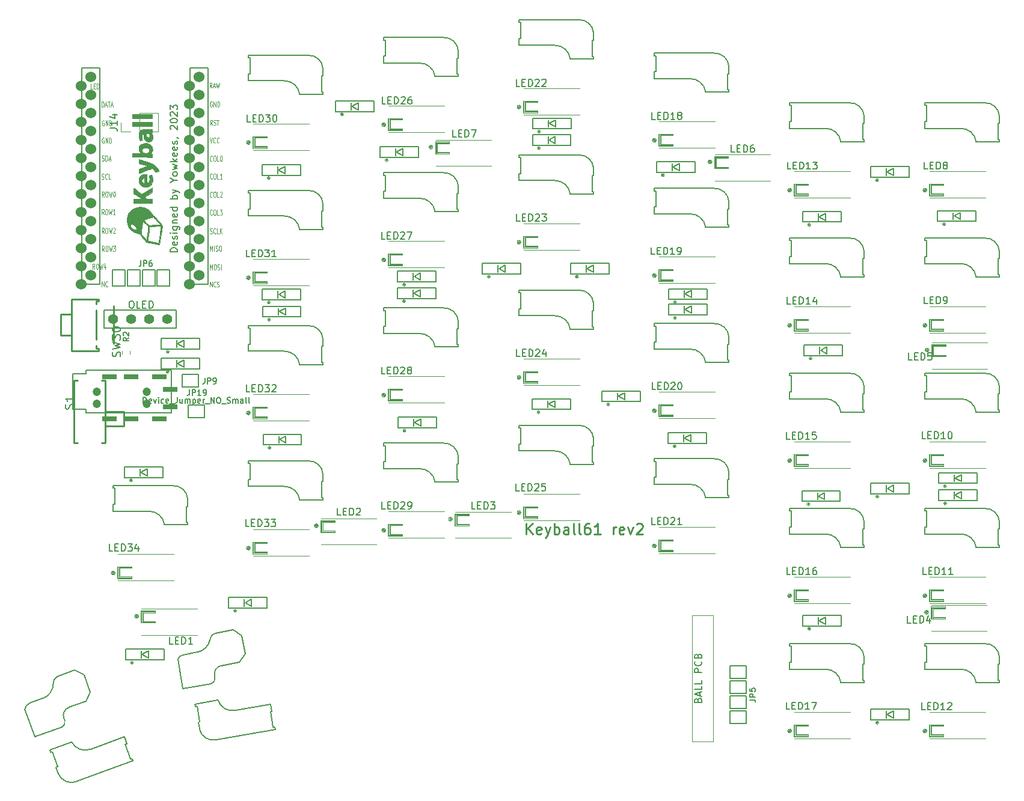
<source format=gbr>
G04 #@! TF.GenerationSoftware,KiCad,Pcbnew,8.0.5*
G04 #@! TF.CreationDate,2024-11-19T21:37:06+08:00*
G04 #@! TF.ProjectId,keyball61_right,6b657962-616c-46c3-9631-5f7269676874,rev?*
G04 #@! TF.SameCoordinates,Original*
G04 #@! TF.FileFunction,Legend,Top*
G04 #@! TF.FilePolarity,Positive*
%FSLAX46Y46*%
G04 Gerber Fmt 4.6, Leading zero omitted, Abs format (unit mm)*
G04 Created by KiCad (PCBNEW 8.0.5) date 2024-11-19 21:37:06*
%MOMM*%
%LPD*%
G01*
G04 APERTURE LIST*
%ADD10C,0.150000*%
%ADD11C,0.250000*%
%ADD12C,0.152400*%
%ADD13C,0.200000*%
%ADD14C,0.125000*%
%ADD15C,0.152000*%
%ADD16C,0.120000*%
%ADD17C,0.254000*%
%ADD18C,0.010000*%
%ADD19C,1.397000*%
%ADD20C,1.200000*%
%ADD21R,2.100000X0.800000*%
%ADD22C,1.524000*%
G04 APERTURE END LIST*
D10*
X103354820Y-72419236D02*
X102354820Y-72419236D01*
X102354820Y-72419236D02*
X102354820Y-72181141D01*
X102354820Y-72181141D02*
X102402439Y-72038284D01*
X102402439Y-72038284D02*
X102497677Y-71943046D01*
X102497677Y-71943046D02*
X102592915Y-71895427D01*
X102592915Y-71895427D02*
X102783391Y-71847808D01*
X102783391Y-71847808D02*
X102926248Y-71847808D01*
X102926248Y-71847808D02*
X103116724Y-71895427D01*
X103116724Y-71895427D02*
X103211962Y-71943046D01*
X103211962Y-71943046D02*
X103307201Y-72038284D01*
X103307201Y-72038284D02*
X103354820Y-72181141D01*
X103354820Y-72181141D02*
X103354820Y-72419236D01*
X103307201Y-71038284D02*
X103354820Y-71133522D01*
X103354820Y-71133522D02*
X103354820Y-71323998D01*
X103354820Y-71323998D02*
X103307201Y-71419236D01*
X103307201Y-71419236D02*
X103211962Y-71466855D01*
X103211962Y-71466855D02*
X102831010Y-71466855D01*
X102831010Y-71466855D02*
X102735772Y-71419236D01*
X102735772Y-71419236D02*
X102688153Y-71323998D01*
X102688153Y-71323998D02*
X102688153Y-71133522D01*
X102688153Y-71133522D02*
X102735772Y-71038284D01*
X102735772Y-71038284D02*
X102831010Y-70990665D01*
X102831010Y-70990665D02*
X102926248Y-70990665D01*
X102926248Y-70990665D02*
X103021486Y-71466855D01*
X103307201Y-70609712D02*
X103354820Y-70514474D01*
X103354820Y-70514474D02*
X103354820Y-70323998D01*
X103354820Y-70323998D02*
X103307201Y-70228760D01*
X103307201Y-70228760D02*
X103211962Y-70181141D01*
X103211962Y-70181141D02*
X103164343Y-70181141D01*
X103164343Y-70181141D02*
X103069105Y-70228760D01*
X103069105Y-70228760D02*
X103021486Y-70323998D01*
X103021486Y-70323998D02*
X103021486Y-70466855D01*
X103021486Y-70466855D02*
X102973867Y-70562093D01*
X102973867Y-70562093D02*
X102878629Y-70609712D01*
X102878629Y-70609712D02*
X102831010Y-70609712D01*
X102831010Y-70609712D02*
X102735772Y-70562093D01*
X102735772Y-70562093D02*
X102688153Y-70466855D01*
X102688153Y-70466855D02*
X102688153Y-70323998D01*
X102688153Y-70323998D02*
X102735772Y-70228760D01*
X103354820Y-69752569D02*
X102688153Y-69752569D01*
X102354820Y-69752569D02*
X102402439Y-69800188D01*
X102402439Y-69800188D02*
X102450058Y-69752569D01*
X102450058Y-69752569D02*
X102402439Y-69704950D01*
X102402439Y-69704950D02*
X102354820Y-69752569D01*
X102354820Y-69752569D02*
X102450058Y-69752569D01*
X102688153Y-68847808D02*
X103497677Y-68847808D01*
X103497677Y-68847808D02*
X103592915Y-68895427D01*
X103592915Y-68895427D02*
X103640534Y-68943046D01*
X103640534Y-68943046D02*
X103688153Y-69038284D01*
X103688153Y-69038284D02*
X103688153Y-69181141D01*
X103688153Y-69181141D02*
X103640534Y-69276379D01*
X103307201Y-68847808D02*
X103354820Y-68943046D01*
X103354820Y-68943046D02*
X103354820Y-69133522D01*
X103354820Y-69133522D02*
X103307201Y-69228760D01*
X103307201Y-69228760D02*
X103259581Y-69276379D01*
X103259581Y-69276379D02*
X103164343Y-69323998D01*
X103164343Y-69323998D02*
X102878629Y-69323998D01*
X102878629Y-69323998D02*
X102783391Y-69276379D01*
X102783391Y-69276379D02*
X102735772Y-69228760D01*
X102735772Y-69228760D02*
X102688153Y-69133522D01*
X102688153Y-69133522D02*
X102688153Y-68943046D01*
X102688153Y-68943046D02*
X102735772Y-68847808D01*
X102688153Y-68371617D02*
X103354820Y-68371617D01*
X102783391Y-68371617D02*
X102735772Y-68323998D01*
X102735772Y-68323998D02*
X102688153Y-68228760D01*
X102688153Y-68228760D02*
X102688153Y-68085903D01*
X102688153Y-68085903D02*
X102735772Y-67990665D01*
X102735772Y-67990665D02*
X102831010Y-67943046D01*
X102831010Y-67943046D02*
X103354820Y-67943046D01*
X103307201Y-67085903D02*
X103354820Y-67181141D01*
X103354820Y-67181141D02*
X103354820Y-67371617D01*
X103354820Y-67371617D02*
X103307201Y-67466855D01*
X103307201Y-67466855D02*
X103211962Y-67514474D01*
X103211962Y-67514474D02*
X102831010Y-67514474D01*
X102831010Y-67514474D02*
X102735772Y-67466855D01*
X102735772Y-67466855D02*
X102688153Y-67371617D01*
X102688153Y-67371617D02*
X102688153Y-67181141D01*
X102688153Y-67181141D02*
X102735772Y-67085903D01*
X102735772Y-67085903D02*
X102831010Y-67038284D01*
X102831010Y-67038284D02*
X102926248Y-67038284D01*
X102926248Y-67038284D02*
X103021486Y-67514474D01*
X103354820Y-66181141D02*
X102354820Y-66181141D01*
X103307201Y-66181141D02*
X103354820Y-66276379D01*
X103354820Y-66276379D02*
X103354820Y-66466855D01*
X103354820Y-66466855D02*
X103307201Y-66562093D01*
X103307201Y-66562093D02*
X103259581Y-66609712D01*
X103259581Y-66609712D02*
X103164343Y-66657331D01*
X103164343Y-66657331D02*
X102878629Y-66657331D01*
X102878629Y-66657331D02*
X102783391Y-66609712D01*
X102783391Y-66609712D02*
X102735772Y-66562093D01*
X102735772Y-66562093D02*
X102688153Y-66466855D01*
X102688153Y-66466855D02*
X102688153Y-66276379D01*
X102688153Y-66276379D02*
X102735772Y-66181141D01*
X103354820Y-64943045D02*
X102354820Y-64943045D01*
X102735772Y-64943045D02*
X102688153Y-64847807D01*
X102688153Y-64847807D02*
X102688153Y-64657331D01*
X102688153Y-64657331D02*
X102735772Y-64562093D01*
X102735772Y-64562093D02*
X102783391Y-64514474D01*
X102783391Y-64514474D02*
X102878629Y-64466855D01*
X102878629Y-64466855D02*
X103164343Y-64466855D01*
X103164343Y-64466855D02*
X103259581Y-64514474D01*
X103259581Y-64514474D02*
X103307201Y-64562093D01*
X103307201Y-64562093D02*
X103354820Y-64657331D01*
X103354820Y-64657331D02*
X103354820Y-64847807D01*
X103354820Y-64847807D02*
X103307201Y-64943045D01*
X102688153Y-64133521D02*
X103354820Y-63895426D01*
X102688153Y-63657331D02*
X103354820Y-63895426D01*
X103354820Y-63895426D02*
X103592915Y-63990664D01*
X103592915Y-63990664D02*
X103640534Y-64038283D01*
X103640534Y-64038283D02*
X103688153Y-64133521D01*
X102878629Y-62323997D02*
X103354820Y-62323997D01*
X102354820Y-62657330D02*
X102878629Y-62323997D01*
X102878629Y-62323997D02*
X102354820Y-61990664D01*
X103354820Y-61514473D02*
X103307201Y-61609711D01*
X103307201Y-61609711D02*
X103259581Y-61657330D01*
X103259581Y-61657330D02*
X103164343Y-61704949D01*
X103164343Y-61704949D02*
X102878629Y-61704949D01*
X102878629Y-61704949D02*
X102783391Y-61657330D01*
X102783391Y-61657330D02*
X102735772Y-61609711D01*
X102735772Y-61609711D02*
X102688153Y-61514473D01*
X102688153Y-61514473D02*
X102688153Y-61371616D01*
X102688153Y-61371616D02*
X102735772Y-61276378D01*
X102735772Y-61276378D02*
X102783391Y-61228759D01*
X102783391Y-61228759D02*
X102878629Y-61181140D01*
X102878629Y-61181140D02*
X103164343Y-61181140D01*
X103164343Y-61181140D02*
X103259581Y-61228759D01*
X103259581Y-61228759D02*
X103307201Y-61276378D01*
X103307201Y-61276378D02*
X103354820Y-61371616D01*
X103354820Y-61371616D02*
X103354820Y-61514473D01*
X102688153Y-60847806D02*
X103354820Y-60657330D01*
X103354820Y-60657330D02*
X102878629Y-60466854D01*
X102878629Y-60466854D02*
X103354820Y-60276378D01*
X103354820Y-60276378D02*
X102688153Y-60085902D01*
X103354820Y-59704949D02*
X102354820Y-59704949D01*
X102973867Y-59609711D02*
X103354820Y-59323997D01*
X102688153Y-59323997D02*
X103069105Y-59704949D01*
X103307201Y-58514473D02*
X103354820Y-58609711D01*
X103354820Y-58609711D02*
X103354820Y-58800187D01*
X103354820Y-58800187D02*
X103307201Y-58895425D01*
X103307201Y-58895425D02*
X103211962Y-58943044D01*
X103211962Y-58943044D02*
X102831010Y-58943044D01*
X102831010Y-58943044D02*
X102735772Y-58895425D01*
X102735772Y-58895425D02*
X102688153Y-58800187D01*
X102688153Y-58800187D02*
X102688153Y-58609711D01*
X102688153Y-58609711D02*
X102735772Y-58514473D01*
X102735772Y-58514473D02*
X102831010Y-58466854D01*
X102831010Y-58466854D02*
X102926248Y-58466854D01*
X102926248Y-58466854D02*
X103021486Y-58943044D01*
X103307201Y-57657330D02*
X103354820Y-57752568D01*
X103354820Y-57752568D02*
X103354820Y-57943044D01*
X103354820Y-57943044D02*
X103307201Y-58038282D01*
X103307201Y-58038282D02*
X103211962Y-58085901D01*
X103211962Y-58085901D02*
X102831010Y-58085901D01*
X102831010Y-58085901D02*
X102735772Y-58038282D01*
X102735772Y-58038282D02*
X102688153Y-57943044D01*
X102688153Y-57943044D02*
X102688153Y-57752568D01*
X102688153Y-57752568D02*
X102735772Y-57657330D01*
X102735772Y-57657330D02*
X102831010Y-57609711D01*
X102831010Y-57609711D02*
X102926248Y-57609711D01*
X102926248Y-57609711D02*
X103021486Y-58085901D01*
X103307201Y-57228758D02*
X103354820Y-57133520D01*
X103354820Y-57133520D02*
X103354820Y-56943044D01*
X103354820Y-56943044D02*
X103307201Y-56847806D01*
X103307201Y-56847806D02*
X103211962Y-56800187D01*
X103211962Y-56800187D02*
X103164343Y-56800187D01*
X103164343Y-56800187D02*
X103069105Y-56847806D01*
X103069105Y-56847806D02*
X103021486Y-56943044D01*
X103021486Y-56943044D02*
X103021486Y-57085901D01*
X103021486Y-57085901D02*
X102973867Y-57181139D01*
X102973867Y-57181139D02*
X102878629Y-57228758D01*
X102878629Y-57228758D02*
X102831010Y-57228758D01*
X102831010Y-57228758D02*
X102735772Y-57181139D01*
X102735772Y-57181139D02*
X102688153Y-57085901D01*
X102688153Y-57085901D02*
X102688153Y-56943044D01*
X102688153Y-56943044D02*
X102735772Y-56847806D01*
X103307201Y-56323996D02*
X103354820Y-56323996D01*
X103354820Y-56323996D02*
X103450058Y-56371615D01*
X103450058Y-56371615D02*
X103497677Y-56419234D01*
X102450058Y-55181139D02*
X102402439Y-55133520D01*
X102402439Y-55133520D02*
X102354820Y-55038282D01*
X102354820Y-55038282D02*
X102354820Y-54800187D01*
X102354820Y-54800187D02*
X102402439Y-54704949D01*
X102402439Y-54704949D02*
X102450058Y-54657330D01*
X102450058Y-54657330D02*
X102545296Y-54609711D01*
X102545296Y-54609711D02*
X102640534Y-54609711D01*
X102640534Y-54609711D02*
X102783391Y-54657330D01*
X102783391Y-54657330D02*
X103354820Y-55228758D01*
X103354820Y-55228758D02*
X103354820Y-54609711D01*
X102354820Y-53990663D02*
X102354820Y-53895425D01*
X102354820Y-53895425D02*
X102402439Y-53800187D01*
X102402439Y-53800187D02*
X102450058Y-53752568D01*
X102450058Y-53752568D02*
X102545296Y-53704949D01*
X102545296Y-53704949D02*
X102735772Y-53657330D01*
X102735772Y-53657330D02*
X102973867Y-53657330D01*
X102973867Y-53657330D02*
X103164343Y-53704949D01*
X103164343Y-53704949D02*
X103259581Y-53752568D01*
X103259581Y-53752568D02*
X103307201Y-53800187D01*
X103307201Y-53800187D02*
X103354820Y-53895425D01*
X103354820Y-53895425D02*
X103354820Y-53990663D01*
X103354820Y-53990663D02*
X103307201Y-54085901D01*
X103307201Y-54085901D02*
X103259581Y-54133520D01*
X103259581Y-54133520D02*
X103164343Y-54181139D01*
X103164343Y-54181139D02*
X102973867Y-54228758D01*
X102973867Y-54228758D02*
X102735772Y-54228758D01*
X102735772Y-54228758D02*
X102545296Y-54181139D01*
X102545296Y-54181139D02*
X102450058Y-54133520D01*
X102450058Y-54133520D02*
X102402439Y-54085901D01*
X102402439Y-54085901D02*
X102354820Y-53990663D01*
X102450058Y-53276377D02*
X102402439Y-53228758D01*
X102402439Y-53228758D02*
X102354820Y-53133520D01*
X102354820Y-53133520D02*
X102354820Y-52895425D01*
X102354820Y-52895425D02*
X102402439Y-52800187D01*
X102402439Y-52800187D02*
X102450058Y-52752568D01*
X102450058Y-52752568D02*
X102545296Y-52704949D01*
X102545296Y-52704949D02*
X102640534Y-52704949D01*
X102640534Y-52704949D02*
X102783391Y-52752568D01*
X102783391Y-52752568D02*
X103354820Y-53323996D01*
X103354820Y-53323996D02*
X103354820Y-52704949D01*
X102354820Y-52371615D02*
X102354820Y-51752568D01*
X102354820Y-51752568D02*
X102735772Y-52085901D01*
X102735772Y-52085901D02*
X102735772Y-51943044D01*
X102735772Y-51943044D02*
X102783391Y-51847806D01*
X102783391Y-51847806D02*
X102831010Y-51800187D01*
X102831010Y-51800187D02*
X102926248Y-51752568D01*
X102926248Y-51752568D02*
X103164343Y-51752568D01*
X103164343Y-51752568D02*
X103259581Y-51800187D01*
X103259581Y-51800187D02*
X103307201Y-51847806D01*
X103307201Y-51847806D02*
X103354820Y-51943044D01*
X103354820Y-51943044D02*
X103354820Y-52228758D01*
X103354820Y-52228758D02*
X103307201Y-52323996D01*
X103307201Y-52323996D02*
X103259581Y-52371615D01*
D11*
X152497145Y-112210640D02*
X152497145Y-110710640D01*
X153354288Y-112210640D02*
X152711431Y-111353497D01*
X153354288Y-110710640D02*
X152497145Y-111567783D01*
X154568574Y-112139212D02*
X154425717Y-112210640D01*
X154425717Y-112210640D02*
X154140003Y-112210640D01*
X154140003Y-112210640D02*
X153997145Y-112139212D01*
X153997145Y-112139212D02*
X153925717Y-111996354D01*
X153925717Y-111996354D02*
X153925717Y-111424926D01*
X153925717Y-111424926D02*
X153997145Y-111282069D01*
X153997145Y-111282069D02*
X154140003Y-111210640D01*
X154140003Y-111210640D02*
X154425717Y-111210640D01*
X154425717Y-111210640D02*
X154568574Y-111282069D01*
X154568574Y-111282069D02*
X154640003Y-111424926D01*
X154640003Y-111424926D02*
X154640003Y-111567783D01*
X154640003Y-111567783D02*
X153925717Y-111710640D01*
X155140002Y-111210640D02*
X155497145Y-112210640D01*
X155854288Y-111210640D02*
X155497145Y-112210640D01*
X155497145Y-112210640D02*
X155354288Y-112567783D01*
X155354288Y-112567783D02*
X155282859Y-112639212D01*
X155282859Y-112639212D02*
X155140002Y-112710640D01*
X156425716Y-112210640D02*
X156425716Y-110710640D01*
X156425716Y-111282069D02*
X156568574Y-111210640D01*
X156568574Y-111210640D02*
X156854288Y-111210640D01*
X156854288Y-111210640D02*
X156997145Y-111282069D01*
X156997145Y-111282069D02*
X157068574Y-111353497D01*
X157068574Y-111353497D02*
X157140002Y-111496354D01*
X157140002Y-111496354D02*
X157140002Y-111924926D01*
X157140002Y-111924926D02*
X157068574Y-112067783D01*
X157068574Y-112067783D02*
X156997145Y-112139212D01*
X156997145Y-112139212D02*
X156854288Y-112210640D01*
X156854288Y-112210640D02*
X156568574Y-112210640D01*
X156568574Y-112210640D02*
X156425716Y-112139212D01*
X158425717Y-112210640D02*
X158425717Y-111424926D01*
X158425717Y-111424926D02*
X158354288Y-111282069D01*
X158354288Y-111282069D02*
X158211431Y-111210640D01*
X158211431Y-111210640D02*
X157925717Y-111210640D01*
X157925717Y-111210640D02*
X157782859Y-111282069D01*
X158425717Y-112139212D02*
X158282859Y-112210640D01*
X158282859Y-112210640D02*
X157925717Y-112210640D01*
X157925717Y-112210640D02*
X157782859Y-112139212D01*
X157782859Y-112139212D02*
X157711431Y-111996354D01*
X157711431Y-111996354D02*
X157711431Y-111853497D01*
X157711431Y-111853497D02*
X157782859Y-111710640D01*
X157782859Y-111710640D02*
X157925717Y-111639212D01*
X157925717Y-111639212D02*
X158282859Y-111639212D01*
X158282859Y-111639212D02*
X158425717Y-111567783D01*
X159354288Y-112210640D02*
X159211431Y-112139212D01*
X159211431Y-112139212D02*
X159140002Y-111996354D01*
X159140002Y-111996354D02*
X159140002Y-110710640D01*
X160140002Y-112210640D02*
X159997145Y-112139212D01*
X159997145Y-112139212D02*
X159925716Y-111996354D01*
X159925716Y-111996354D02*
X159925716Y-110710640D01*
X161354288Y-110710640D02*
X161068573Y-110710640D01*
X161068573Y-110710640D02*
X160925716Y-110782069D01*
X160925716Y-110782069D02*
X160854288Y-110853497D01*
X160854288Y-110853497D02*
X160711430Y-111067783D01*
X160711430Y-111067783D02*
X160640002Y-111353497D01*
X160640002Y-111353497D02*
X160640002Y-111924926D01*
X160640002Y-111924926D02*
X160711430Y-112067783D01*
X160711430Y-112067783D02*
X160782859Y-112139212D01*
X160782859Y-112139212D02*
X160925716Y-112210640D01*
X160925716Y-112210640D02*
X161211430Y-112210640D01*
X161211430Y-112210640D02*
X161354288Y-112139212D01*
X161354288Y-112139212D02*
X161425716Y-112067783D01*
X161425716Y-112067783D02*
X161497145Y-111924926D01*
X161497145Y-111924926D02*
X161497145Y-111567783D01*
X161497145Y-111567783D02*
X161425716Y-111424926D01*
X161425716Y-111424926D02*
X161354288Y-111353497D01*
X161354288Y-111353497D02*
X161211430Y-111282069D01*
X161211430Y-111282069D02*
X160925716Y-111282069D01*
X160925716Y-111282069D02*
X160782859Y-111353497D01*
X160782859Y-111353497D02*
X160711430Y-111424926D01*
X160711430Y-111424926D02*
X160640002Y-111567783D01*
X162925716Y-112210640D02*
X162068573Y-112210640D01*
X162497144Y-112210640D02*
X162497144Y-110710640D01*
X162497144Y-110710640D02*
X162354287Y-110924926D01*
X162354287Y-110924926D02*
X162211430Y-111067783D01*
X162211430Y-111067783D02*
X162068573Y-111139212D01*
X164711429Y-112210640D02*
X164711429Y-111210640D01*
X164711429Y-111496354D02*
X164782858Y-111353497D01*
X164782858Y-111353497D02*
X164854287Y-111282069D01*
X164854287Y-111282069D02*
X164997144Y-111210640D01*
X164997144Y-111210640D02*
X165140001Y-111210640D01*
X166211429Y-112139212D02*
X166068572Y-112210640D01*
X166068572Y-112210640D02*
X165782858Y-112210640D01*
X165782858Y-112210640D02*
X165640000Y-112139212D01*
X165640000Y-112139212D02*
X165568572Y-111996354D01*
X165568572Y-111996354D02*
X165568572Y-111424926D01*
X165568572Y-111424926D02*
X165640000Y-111282069D01*
X165640000Y-111282069D02*
X165782858Y-111210640D01*
X165782858Y-111210640D02*
X166068572Y-111210640D01*
X166068572Y-111210640D02*
X166211429Y-111282069D01*
X166211429Y-111282069D02*
X166282858Y-111424926D01*
X166282858Y-111424926D02*
X166282858Y-111567783D01*
X166282858Y-111567783D02*
X165568572Y-111710640D01*
X166782857Y-111210640D02*
X167140000Y-112210640D01*
X167140000Y-112210640D02*
X167497143Y-111210640D01*
X167997143Y-110853497D02*
X168068571Y-110782069D01*
X168068571Y-110782069D02*
X168211429Y-110710640D01*
X168211429Y-110710640D02*
X168568571Y-110710640D01*
X168568571Y-110710640D02*
X168711429Y-110782069D01*
X168711429Y-110782069D02*
X168782857Y-110853497D01*
X168782857Y-110853497D02*
X168854286Y-110996354D01*
X168854286Y-110996354D02*
X168854286Y-111139212D01*
X168854286Y-111139212D02*
X168782857Y-111353497D01*
X168782857Y-111353497D02*
X167925714Y-112210640D01*
X167925714Y-112210640D02*
X168854286Y-112210640D01*
D10*
X96803521Y-79344243D02*
X96993997Y-79344243D01*
X96993997Y-79344243D02*
X97089235Y-79391862D01*
X97089235Y-79391862D02*
X97184473Y-79487100D01*
X97184473Y-79487100D02*
X97232092Y-79677576D01*
X97232092Y-79677576D02*
X97232092Y-80010909D01*
X97232092Y-80010909D02*
X97184473Y-80201385D01*
X97184473Y-80201385D02*
X97089235Y-80296624D01*
X97089235Y-80296624D02*
X96993997Y-80344243D01*
X96993997Y-80344243D02*
X96803521Y-80344243D01*
X96803521Y-80344243D02*
X96708283Y-80296624D01*
X96708283Y-80296624D02*
X96613045Y-80201385D01*
X96613045Y-80201385D02*
X96565426Y-80010909D01*
X96565426Y-80010909D02*
X96565426Y-79677576D01*
X96565426Y-79677576D02*
X96613045Y-79487100D01*
X96613045Y-79487100D02*
X96708283Y-79391862D01*
X96708283Y-79391862D02*
X96803521Y-79344243D01*
X98136854Y-80344243D02*
X97660664Y-80344243D01*
X97660664Y-80344243D02*
X97660664Y-79344243D01*
X98470188Y-79820433D02*
X98803521Y-79820433D01*
X98946378Y-80344243D02*
X98470188Y-80344243D01*
X98470188Y-80344243D02*
X98470188Y-79344243D01*
X98470188Y-79344243D02*
X98946378Y-79344243D01*
X99374950Y-80344243D02*
X99374950Y-79344243D01*
X99374950Y-79344243D02*
X99613045Y-79344243D01*
X99613045Y-79344243D02*
X99755902Y-79391862D01*
X99755902Y-79391862D02*
X99851140Y-79487100D01*
X99851140Y-79487100D02*
X99898759Y-79582338D01*
X99898759Y-79582338D02*
X99946378Y-79772814D01*
X99946378Y-79772814D02*
X99946378Y-79915671D01*
X99946378Y-79915671D02*
X99898759Y-80106147D01*
X99898759Y-80106147D02*
X99851140Y-80201385D01*
X99851140Y-80201385D02*
X99755902Y-80296624D01*
X99755902Y-80296624D02*
X99613045Y-80344243D01*
X99613045Y-80344243D02*
X99374950Y-80344243D01*
X176652009Y-135592619D02*
X176699628Y-135449762D01*
X176699628Y-135449762D02*
X176747247Y-135402143D01*
X176747247Y-135402143D02*
X176842485Y-135354524D01*
X176842485Y-135354524D02*
X176985342Y-135354524D01*
X176985342Y-135354524D02*
X177080580Y-135402143D01*
X177080580Y-135402143D02*
X177128200Y-135449762D01*
X177128200Y-135449762D02*
X177175819Y-135545000D01*
X177175819Y-135545000D02*
X177175819Y-135925952D01*
X177175819Y-135925952D02*
X176175819Y-135925952D01*
X176175819Y-135925952D02*
X176175819Y-135592619D01*
X176175819Y-135592619D02*
X176223438Y-135497381D01*
X176223438Y-135497381D02*
X176271057Y-135449762D01*
X176271057Y-135449762D02*
X176366295Y-135402143D01*
X176366295Y-135402143D02*
X176461533Y-135402143D01*
X176461533Y-135402143D02*
X176556771Y-135449762D01*
X176556771Y-135449762D02*
X176604390Y-135497381D01*
X176604390Y-135497381D02*
X176652009Y-135592619D01*
X176652009Y-135592619D02*
X176652009Y-135925952D01*
X176890104Y-134973571D02*
X176890104Y-134497381D01*
X177175819Y-135068809D02*
X176175819Y-134735476D01*
X176175819Y-134735476D02*
X177175819Y-134402143D01*
X177175819Y-133592619D02*
X177175819Y-134068809D01*
X177175819Y-134068809D02*
X176175819Y-134068809D01*
X177175819Y-132783095D02*
X177175819Y-133259285D01*
X177175819Y-133259285D02*
X176175819Y-133259285D01*
X177175819Y-131687856D02*
X176175819Y-131687856D01*
X176175819Y-131687856D02*
X176175819Y-131306904D01*
X176175819Y-131306904D02*
X176223438Y-131211666D01*
X176223438Y-131211666D02*
X176271057Y-131164047D01*
X176271057Y-131164047D02*
X176366295Y-131116428D01*
X176366295Y-131116428D02*
X176509152Y-131116428D01*
X176509152Y-131116428D02*
X176604390Y-131164047D01*
X176604390Y-131164047D02*
X176652009Y-131211666D01*
X176652009Y-131211666D02*
X176699628Y-131306904D01*
X176699628Y-131306904D02*
X176699628Y-131687856D01*
X177080580Y-130116428D02*
X177128200Y-130164047D01*
X177128200Y-130164047D02*
X177175819Y-130306904D01*
X177175819Y-130306904D02*
X177175819Y-130402142D01*
X177175819Y-130402142D02*
X177128200Y-130544999D01*
X177128200Y-130544999D02*
X177032961Y-130640237D01*
X177032961Y-130640237D02*
X176937723Y-130687856D01*
X176937723Y-130687856D02*
X176747247Y-130735475D01*
X176747247Y-130735475D02*
X176604390Y-130735475D01*
X176604390Y-130735475D02*
X176413914Y-130687856D01*
X176413914Y-130687856D02*
X176318676Y-130640237D01*
X176318676Y-130640237D02*
X176223438Y-130544999D01*
X176223438Y-130544999D02*
X176175819Y-130402142D01*
X176175819Y-130402142D02*
X176175819Y-130306904D01*
X176175819Y-130306904D02*
X176223438Y-130164047D01*
X176223438Y-130164047D02*
X176271057Y-130116428D01*
X176652009Y-129354523D02*
X176699628Y-129211666D01*
X176699628Y-129211666D02*
X176747247Y-129164047D01*
X176747247Y-129164047D02*
X176842485Y-129116428D01*
X176842485Y-129116428D02*
X176985342Y-129116428D01*
X176985342Y-129116428D02*
X177080580Y-129164047D01*
X177080580Y-129164047D02*
X177128200Y-129211666D01*
X177128200Y-129211666D02*
X177175819Y-129306904D01*
X177175819Y-129306904D02*
X177175819Y-129687856D01*
X177175819Y-129687856D02*
X176175819Y-129687856D01*
X176175819Y-129687856D02*
X176175819Y-129354523D01*
X176175819Y-129354523D02*
X176223438Y-129259285D01*
X176223438Y-129259285D02*
X176271057Y-129211666D01*
X176271057Y-129211666D02*
X176366295Y-129164047D01*
X176366295Y-129164047D02*
X176461533Y-129164047D01*
X176461533Y-129164047D02*
X176556771Y-129211666D01*
X176556771Y-129211666D02*
X176604390Y-129259285D01*
X176604390Y-129259285D02*
X176652009Y-129354523D01*
X176652009Y-129354523D02*
X176652009Y-129687856D01*
D12*
X183935292Y-135537044D02*
X184515864Y-135537044D01*
X184515864Y-135537044D02*
X184631978Y-135575749D01*
X184631978Y-135575749D02*
X184709388Y-135653158D01*
X184709388Y-135653158D02*
X184748092Y-135769273D01*
X184748092Y-135769273D02*
X184748092Y-135846682D01*
X184748092Y-135149997D02*
X183935292Y-135149997D01*
X183935292Y-135149997D02*
X183935292Y-134840359D01*
X183935292Y-134840359D02*
X183973997Y-134762949D01*
X183973997Y-134762949D02*
X184012702Y-134724244D01*
X184012702Y-134724244D02*
X184090111Y-134685540D01*
X184090111Y-134685540D02*
X184206226Y-134685540D01*
X184206226Y-134685540D02*
X184283635Y-134724244D01*
X184283635Y-134724244D02*
X184322340Y-134762949D01*
X184322340Y-134762949D02*
X184361045Y-134840359D01*
X184361045Y-134840359D02*
X184361045Y-135149997D01*
X183935292Y-133950149D02*
X183935292Y-134337197D01*
X183935292Y-134337197D02*
X184322340Y-134375901D01*
X184322340Y-134375901D02*
X184283635Y-134337197D01*
X184283635Y-134337197D02*
X184244930Y-134259787D01*
X184244930Y-134259787D02*
X184244930Y-134066263D01*
X184244930Y-134066263D02*
X184283635Y-133988854D01*
X184283635Y-133988854D02*
X184322340Y-133950149D01*
X184322340Y-133950149D02*
X184399749Y-133911444D01*
X184399749Y-133911444D02*
X184593273Y-133911444D01*
X184593273Y-133911444D02*
X184670683Y-133950149D01*
X184670683Y-133950149D02*
X184709388Y-133988854D01*
X184709388Y-133988854D02*
X184748092Y-134066263D01*
X184748092Y-134066263D02*
X184748092Y-134259787D01*
X184748092Y-134259787D02*
X184709388Y-134337197D01*
X184709388Y-134337197D02*
X184670683Y-134375901D01*
X98202668Y-73635003D02*
X98202668Y-74215575D01*
X98202668Y-74215575D02*
X98163963Y-74331689D01*
X98163963Y-74331689D02*
X98086554Y-74409099D01*
X98086554Y-74409099D02*
X97970439Y-74447803D01*
X97970439Y-74447803D02*
X97893030Y-74447803D01*
X98589715Y-74447803D02*
X98589715Y-73635003D01*
X98589715Y-73635003D02*
X98899353Y-73635003D01*
X98899353Y-73635003D02*
X98976763Y-73673708D01*
X98976763Y-73673708D02*
X99015468Y-73712413D01*
X99015468Y-73712413D02*
X99054172Y-73789822D01*
X99054172Y-73789822D02*
X99054172Y-73905937D01*
X99054172Y-73905937D02*
X99015468Y-73983346D01*
X99015468Y-73983346D02*
X98976763Y-74022051D01*
X98976763Y-74022051D02*
X98899353Y-74060756D01*
X98899353Y-74060756D02*
X98589715Y-74060756D01*
X99750858Y-73635003D02*
X99596039Y-73635003D01*
X99596039Y-73635003D02*
X99518630Y-73673708D01*
X99518630Y-73673708D02*
X99479925Y-73712413D01*
X99479925Y-73712413D02*
X99402515Y-73828527D01*
X99402515Y-73828527D02*
X99363811Y-73983346D01*
X99363811Y-73983346D02*
X99363811Y-74292984D01*
X99363811Y-74292984D02*
X99402515Y-74370394D01*
X99402515Y-74370394D02*
X99441220Y-74409099D01*
X99441220Y-74409099D02*
X99518630Y-74447803D01*
X99518630Y-74447803D02*
X99673449Y-74447803D01*
X99673449Y-74447803D02*
X99750858Y-74409099D01*
X99750858Y-74409099D02*
X99789563Y-74370394D01*
X99789563Y-74370394D02*
X99828268Y-74292984D01*
X99828268Y-74292984D02*
X99828268Y-74099460D01*
X99828268Y-74099460D02*
X99789563Y-74022051D01*
X99789563Y-74022051D02*
X99750858Y-73983346D01*
X99750858Y-73983346D02*
X99673449Y-73944641D01*
X99673449Y-73944641D02*
X99518630Y-73944641D01*
X99518630Y-73944641D02*
X99441220Y-73983346D01*
X99441220Y-73983346D02*
X99402515Y-74022051D01*
X99402515Y-74022051D02*
X99363811Y-74099460D01*
X107222668Y-90185003D02*
X107222668Y-90765575D01*
X107222668Y-90765575D02*
X107183963Y-90881689D01*
X107183963Y-90881689D02*
X107106554Y-90959099D01*
X107106554Y-90959099D02*
X106990439Y-90997803D01*
X106990439Y-90997803D02*
X106913030Y-90997803D01*
X107609715Y-90997803D02*
X107609715Y-90185003D01*
X107609715Y-90185003D02*
X107919353Y-90185003D01*
X107919353Y-90185003D02*
X107996763Y-90223708D01*
X107996763Y-90223708D02*
X108035468Y-90262413D01*
X108035468Y-90262413D02*
X108074172Y-90339822D01*
X108074172Y-90339822D02*
X108074172Y-90455937D01*
X108074172Y-90455937D02*
X108035468Y-90533346D01*
X108035468Y-90533346D02*
X107996763Y-90572051D01*
X107996763Y-90572051D02*
X107919353Y-90610756D01*
X107919353Y-90610756D02*
X107609715Y-90610756D01*
X108461220Y-90997803D02*
X108616039Y-90997803D01*
X108616039Y-90997803D02*
X108693449Y-90959099D01*
X108693449Y-90959099D02*
X108732153Y-90920394D01*
X108732153Y-90920394D02*
X108809563Y-90804279D01*
X108809563Y-90804279D02*
X108848268Y-90649460D01*
X108848268Y-90649460D02*
X108848268Y-90339822D01*
X108848268Y-90339822D02*
X108809563Y-90262413D01*
X108809563Y-90262413D02*
X108770858Y-90223708D01*
X108770858Y-90223708D02*
X108693449Y-90185003D01*
X108693449Y-90185003D02*
X108538630Y-90185003D01*
X108538630Y-90185003D02*
X108461220Y-90223708D01*
X108461220Y-90223708D02*
X108422515Y-90262413D01*
X108422515Y-90262413D02*
X108383811Y-90339822D01*
X108383811Y-90339822D02*
X108383811Y-90533346D01*
X108383811Y-90533346D02*
X108422515Y-90610756D01*
X108422515Y-90610756D02*
X108461220Y-90649460D01*
X108461220Y-90649460D02*
X108538630Y-90688165D01*
X108538630Y-90688165D02*
X108693449Y-90688165D01*
X108693449Y-90688165D02*
X108770858Y-90649460D01*
X108770858Y-90649460D02*
X108809563Y-90610756D01*
X108809563Y-90610756D02*
X108848268Y-90533346D01*
X105045619Y-91824991D02*
X105045619Y-92405563D01*
X105045619Y-92405563D02*
X105006914Y-92521677D01*
X105006914Y-92521677D02*
X104929505Y-92599087D01*
X104929505Y-92599087D02*
X104813390Y-92637791D01*
X104813390Y-92637791D02*
X104735981Y-92637791D01*
X105432666Y-92637791D02*
X105432666Y-91824991D01*
X105432666Y-91824991D02*
X105742304Y-91824991D01*
X105742304Y-91824991D02*
X105819714Y-91863696D01*
X105819714Y-91863696D02*
X105858419Y-91902401D01*
X105858419Y-91902401D02*
X105897123Y-91979810D01*
X105897123Y-91979810D02*
X105897123Y-92095925D01*
X105897123Y-92095925D02*
X105858419Y-92173334D01*
X105858419Y-92173334D02*
X105819714Y-92212039D01*
X105819714Y-92212039D02*
X105742304Y-92250744D01*
X105742304Y-92250744D02*
X105432666Y-92250744D01*
X106671219Y-92637791D02*
X106206762Y-92637791D01*
X106438990Y-92637791D02*
X106438990Y-91824991D01*
X106438990Y-91824991D02*
X106361581Y-91941106D01*
X106361581Y-91941106D02*
X106284171Y-92018515D01*
X106284171Y-92018515D02*
X106206762Y-92057220D01*
X107058266Y-92637791D02*
X107213085Y-92637791D01*
X107213085Y-92637791D02*
X107290495Y-92599087D01*
X107290495Y-92599087D02*
X107329199Y-92560382D01*
X107329199Y-92560382D02*
X107406609Y-92444267D01*
X107406609Y-92444267D02*
X107445314Y-92289448D01*
X107445314Y-92289448D02*
X107445314Y-91979810D01*
X107445314Y-91979810D02*
X107406609Y-91902401D01*
X107406609Y-91902401D02*
X107367904Y-91863696D01*
X107367904Y-91863696D02*
X107290495Y-91824991D01*
X107290495Y-91824991D02*
X107135676Y-91824991D01*
X107135676Y-91824991D02*
X107058266Y-91863696D01*
X107058266Y-91863696D02*
X107019561Y-91902401D01*
X107019561Y-91902401D02*
X106980857Y-91979810D01*
X106980857Y-91979810D02*
X106980857Y-92173334D01*
X106980857Y-92173334D02*
X107019561Y-92250744D01*
X107019561Y-92250744D02*
X107058266Y-92289448D01*
X107058266Y-92289448D02*
X107135676Y-92328153D01*
X107135676Y-92328153D02*
X107290495Y-92328153D01*
X107290495Y-92328153D02*
X107367904Y-92289448D01*
X107367904Y-92289448D02*
X107406609Y-92250744D01*
X107406609Y-92250744D02*
X107445314Y-92173334D01*
D10*
X98559334Y-93737916D02*
X98559334Y-92925116D01*
X98559334Y-92925116D02*
X98752858Y-92925116D01*
X98752858Y-92925116D02*
X98868972Y-92963821D01*
X98868972Y-92963821D02*
X98946382Y-93041231D01*
X98946382Y-93041231D02*
X98985087Y-93118640D01*
X98985087Y-93118640D02*
X99023791Y-93273459D01*
X99023791Y-93273459D02*
X99023791Y-93389573D01*
X99023791Y-93389573D02*
X98985087Y-93544392D01*
X98985087Y-93544392D02*
X98946382Y-93621802D01*
X98946382Y-93621802D02*
X98868972Y-93699212D01*
X98868972Y-93699212D02*
X98752858Y-93737916D01*
X98752858Y-93737916D02*
X98559334Y-93737916D01*
X99681772Y-93699212D02*
X99604363Y-93737916D01*
X99604363Y-93737916D02*
X99449544Y-93737916D01*
X99449544Y-93737916D02*
X99372134Y-93699212D01*
X99372134Y-93699212D02*
X99333430Y-93621802D01*
X99333430Y-93621802D02*
X99333430Y-93312164D01*
X99333430Y-93312164D02*
X99372134Y-93234754D01*
X99372134Y-93234754D02*
X99449544Y-93196050D01*
X99449544Y-93196050D02*
X99604363Y-93196050D01*
X99604363Y-93196050D02*
X99681772Y-93234754D01*
X99681772Y-93234754D02*
X99720477Y-93312164D01*
X99720477Y-93312164D02*
X99720477Y-93389573D01*
X99720477Y-93389573D02*
X99333430Y-93466983D01*
X99991411Y-93196050D02*
X100184935Y-93737916D01*
X100184935Y-93737916D02*
X100378458Y-93196050D01*
X100688096Y-93737916D02*
X100688096Y-93196050D01*
X100688096Y-92925116D02*
X100649392Y-92963821D01*
X100649392Y-92963821D02*
X100688096Y-93002526D01*
X100688096Y-93002526D02*
X100726801Y-92963821D01*
X100726801Y-92963821D02*
X100688096Y-92925116D01*
X100688096Y-92925116D02*
X100688096Y-93002526D01*
X101423487Y-93699212D02*
X101346078Y-93737916D01*
X101346078Y-93737916D02*
X101191259Y-93737916D01*
X101191259Y-93737916D02*
X101113849Y-93699212D01*
X101113849Y-93699212D02*
X101075144Y-93660507D01*
X101075144Y-93660507D02*
X101036440Y-93583097D01*
X101036440Y-93583097D02*
X101036440Y-93350869D01*
X101036440Y-93350869D02*
X101075144Y-93273459D01*
X101075144Y-93273459D02*
X101113849Y-93234754D01*
X101113849Y-93234754D02*
X101191259Y-93196050D01*
X101191259Y-93196050D02*
X101346078Y-93196050D01*
X101346078Y-93196050D02*
X101423487Y-93234754D01*
X102081468Y-93699212D02*
X102004059Y-93737916D01*
X102004059Y-93737916D02*
X101849240Y-93737916D01*
X101849240Y-93737916D02*
X101771830Y-93699212D01*
X101771830Y-93699212D02*
X101733126Y-93621802D01*
X101733126Y-93621802D02*
X101733126Y-93312164D01*
X101733126Y-93312164D02*
X101771830Y-93234754D01*
X101771830Y-93234754D02*
X101849240Y-93196050D01*
X101849240Y-93196050D02*
X102004059Y-93196050D01*
X102004059Y-93196050D02*
X102081468Y-93234754D01*
X102081468Y-93234754D02*
X102120173Y-93312164D01*
X102120173Y-93312164D02*
X102120173Y-93389573D01*
X102120173Y-93389573D02*
X101733126Y-93466983D01*
X102274993Y-93815326D02*
X102894269Y-93815326D01*
X103320021Y-92925116D02*
X103320021Y-93505688D01*
X103320021Y-93505688D02*
X103281316Y-93621802D01*
X103281316Y-93621802D02*
X103203907Y-93699212D01*
X103203907Y-93699212D02*
X103087792Y-93737916D01*
X103087792Y-93737916D02*
X103010383Y-93737916D01*
X104055411Y-93196050D02*
X104055411Y-93737916D01*
X103707068Y-93196050D02*
X103707068Y-93621802D01*
X103707068Y-93621802D02*
X103745773Y-93699212D01*
X103745773Y-93699212D02*
X103823183Y-93737916D01*
X103823183Y-93737916D02*
X103939297Y-93737916D01*
X103939297Y-93737916D02*
X104016706Y-93699212D01*
X104016706Y-93699212D02*
X104055411Y-93660507D01*
X104442458Y-93737916D02*
X104442458Y-93196050D01*
X104442458Y-93273459D02*
X104481163Y-93234754D01*
X104481163Y-93234754D02*
X104558573Y-93196050D01*
X104558573Y-93196050D02*
X104674687Y-93196050D01*
X104674687Y-93196050D02*
X104752096Y-93234754D01*
X104752096Y-93234754D02*
X104790801Y-93312164D01*
X104790801Y-93312164D02*
X104790801Y-93737916D01*
X104790801Y-93312164D02*
X104829506Y-93234754D01*
X104829506Y-93234754D02*
X104906915Y-93196050D01*
X104906915Y-93196050D02*
X105023030Y-93196050D01*
X105023030Y-93196050D02*
X105100439Y-93234754D01*
X105100439Y-93234754D02*
X105139144Y-93312164D01*
X105139144Y-93312164D02*
X105139144Y-93737916D01*
X105526191Y-93196050D02*
X105526191Y-94008850D01*
X105526191Y-93234754D02*
X105603601Y-93196050D01*
X105603601Y-93196050D02*
X105758420Y-93196050D01*
X105758420Y-93196050D02*
X105835829Y-93234754D01*
X105835829Y-93234754D02*
X105874534Y-93273459D01*
X105874534Y-93273459D02*
X105913239Y-93350869D01*
X105913239Y-93350869D02*
X105913239Y-93583097D01*
X105913239Y-93583097D02*
X105874534Y-93660507D01*
X105874534Y-93660507D02*
X105835829Y-93699212D01*
X105835829Y-93699212D02*
X105758420Y-93737916D01*
X105758420Y-93737916D02*
X105603601Y-93737916D01*
X105603601Y-93737916D02*
X105526191Y-93699212D01*
X106571219Y-93699212D02*
X106493810Y-93737916D01*
X106493810Y-93737916D02*
X106338991Y-93737916D01*
X106338991Y-93737916D02*
X106261581Y-93699212D01*
X106261581Y-93699212D02*
X106222877Y-93621802D01*
X106222877Y-93621802D02*
X106222877Y-93312164D01*
X106222877Y-93312164D02*
X106261581Y-93234754D01*
X106261581Y-93234754D02*
X106338991Y-93196050D01*
X106338991Y-93196050D02*
X106493810Y-93196050D01*
X106493810Y-93196050D02*
X106571219Y-93234754D01*
X106571219Y-93234754D02*
X106609924Y-93312164D01*
X106609924Y-93312164D02*
X106609924Y-93389573D01*
X106609924Y-93389573D02*
X106222877Y-93466983D01*
X106958267Y-93737916D02*
X106958267Y-93196050D01*
X106958267Y-93350869D02*
X106996972Y-93273459D01*
X106996972Y-93273459D02*
X107035677Y-93234754D01*
X107035677Y-93234754D02*
X107113086Y-93196050D01*
X107113086Y-93196050D02*
X107190496Y-93196050D01*
X107267906Y-93815326D02*
X107887182Y-93815326D01*
X108080705Y-93737916D02*
X108080705Y-92925116D01*
X108080705Y-92925116D02*
X108545162Y-93737916D01*
X108545162Y-93737916D02*
X108545162Y-92925116D01*
X109087029Y-92925116D02*
X109241848Y-92925116D01*
X109241848Y-92925116D02*
X109319258Y-92963821D01*
X109319258Y-92963821D02*
X109396667Y-93041231D01*
X109396667Y-93041231D02*
X109435372Y-93196050D01*
X109435372Y-93196050D02*
X109435372Y-93466983D01*
X109435372Y-93466983D02*
X109396667Y-93621802D01*
X109396667Y-93621802D02*
X109319258Y-93699212D01*
X109319258Y-93699212D02*
X109241848Y-93737916D01*
X109241848Y-93737916D02*
X109087029Y-93737916D01*
X109087029Y-93737916D02*
X109009620Y-93699212D01*
X109009620Y-93699212D02*
X108932210Y-93621802D01*
X108932210Y-93621802D02*
X108893506Y-93466983D01*
X108893506Y-93466983D02*
X108893506Y-93196050D01*
X108893506Y-93196050D02*
X108932210Y-93041231D01*
X108932210Y-93041231D02*
X109009620Y-92963821D01*
X109009620Y-92963821D02*
X109087029Y-92925116D01*
X109590192Y-93815326D02*
X110209468Y-93815326D01*
X110364287Y-93699212D02*
X110480401Y-93737916D01*
X110480401Y-93737916D02*
X110673925Y-93737916D01*
X110673925Y-93737916D02*
X110751334Y-93699212D01*
X110751334Y-93699212D02*
X110790039Y-93660507D01*
X110790039Y-93660507D02*
X110828744Y-93583097D01*
X110828744Y-93583097D02*
X110828744Y-93505688D01*
X110828744Y-93505688D02*
X110790039Y-93428278D01*
X110790039Y-93428278D02*
X110751334Y-93389573D01*
X110751334Y-93389573D02*
X110673925Y-93350869D01*
X110673925Y-93350869D02*
X110519106Y-93312164D01*
X110519106Y-93312164D02*
X110441696Y-93273459D01*
X110441696Y-93273459D02*
X110402991Y-93234754D01*
X110402991Y-93234754D02*
X110364287Y-93157345D01*
X110364287Y-93157345D02*
X110364287Y-93079935D01*
X110364287Y-93079935D02*
X110402991Y-93002526D01*
X110402991Y-93002526D02*
X110441696Y-92963821D01*
X110441696Y-92963821D02*
X110519106Y-92925116D01*
X110519106Y-92925116D02*
X110712629Y-92925116D01*
X110712629Y-92925116D02*
X110828744Y-92963821D01*
X111177086Y-93737916D02*
X111177086Y-93196050D01*
X111177086Y-93273459D02*
X111215791Y-93234754D01*
X111215791Y-93234754D02*
X111293201Y-93196050D01*
X111293201Y-93196050D02*
X111409315Y-93196050D01*
X111409315Y-93196050D02*
X111486724Y-93234754D01*
X111486724Y-93234754D02*
X111525429Y-93312164D01*
X111525429Y-93312164D02*
X111525429Y-93737916D01*
X111525429Y-93312164D02*
X111564134Y-93234754D01*
X111564134Y-93234754D02*
X111641543Y-93196050D01*
X111641543Y-93196050D02*
X111757658Y-93196050D01*
X111757658Y-93196050D02*
X111835067Y-93234754D01*
X111835067Y-93234754D02*
X111873772Y-93312164D01*
X111873772Y-93312164D02*
X111873772Y-93737916D01*
X112609162Y-93737916D02*
X112609162Y-93312164D01*
X112609162Y-93312164D02*
X112570457Y-93234754D01*
X112570457Y-93234754D02*
X112493048Y-93196050D01*
X112493048Y-93196050D02*
X112338229Y-93196050D01*
X112338229Y-93196050D02*
X112260819Y-93234754D01*
X112609162Y-93699212D02*
X112531753Y-93737916D01*
X112531753Y-93737916D02*
X112338229Y-93737916D01*
X112338229Y-93737916D02*
X112260819Y-93699212D01*
X112260819Y-93699212D02*
X112222115Y-93621802D01*
X112222115Y-93621802D02*
X112222115Y-93544392D01*
X112222115Y-93544392D02*
X112260819Y-93466983D01*
X112260819Y-93466983D02*
X112338229Y-93428278D01*
X112338229Y-93428278D02*
X112531753Y-93428278D01*
X112531753Y-93428278D02*
X112609162Y-93389573D01*
X113112324Y-93737916D02*
X113034914Y-93699212D01*
X113034914Y-93699212D02*
X112996209Y-93621802D01*
X112996209Y-93621802D02*
X112996209Y-92925116D01*
X113538076Y-93737916D02*
X113460666Y-93699212D01*
X113460666Y-93699212D02*
X113421961Y-93621802D01*
X113421961Y-93621802D02*
X113421961Y-92925116D01*
D13*
X102730953Y-127681931D02*
X102254763Y-127681931D01*
X102254763Y-127681931D02*
X102254763Y-126681931D01*
X103064287Y-127158121D02*
X103397620Y-127158121D01*
X103540477Y-127681931D02*
X103064287Y-127681931D01*
X103064287Y-127681931D02*
X103064287Y-126681931D01*
X103064287Y-126681931D02*
X103540477Y-126681931D01*
X103969049Y-127681931D02*
X103969049Y-126681931D01*
X103969049Y-126681931D02*
X104207144Y-126681931D01*
X104207144Y-126681931D02*
X104350001Y-126729550D01*
X104350001Y-126729550D02*
X104445239Y-126824788D01*
X104445239Y-126824788D02*
X104492858Y-126920026D01*
X104492858Y-126920026D02*
X104540477Y-127110502D01*
X104540477Y-127110502D02*
X104540477Y-127253359D01*
X104540477Y-127253359D02*
X104492858Y-127443835D01*
X104492858Y-127443835D02*
X104445239Y-127539073D01*
X104445239Y-127539073D02*
X104350001Y-127634312D01*
X104350001Y-127634312D02*
X104207144Y-127681931D01*
X104207144Y-127681931D02*
X103969049Y-127681931D01*
X105492858Y-127681931D02*
X104921430Y-127681931D01*
X105207144Y-127681931D02*
X105207144Y-126681931D01*
X105207144Y-126681931D02*
X105111906Y-126824788D01*
X105111906Y-126824788D02*
X105016668Y-126920026D01*
X105016668Y-126920026D02*
X104921430Y-126967645D01*
X126370953Y-109536643D02*
X125894763Y-109536643D01*
X125894763Y-109536643D02*
X125894763Y-108536643D01*
X126704287Y-109012833D02*
X127037620Y-109012833D01*
X127180477Y-109536643D02*
X126704287Y-109536643D01*
X126704287Y-109536643D02*
X126704287Y-108536643D01*
X126704287Y-108536643D02*
X127180477Y-108536643D01*
X127609049Y-109536643D02*
X127609049Y-108536643D01*
X127609049Y-108536643D02*
X127847144Y-108536643D01*
X127847144Y-108536643D02*
X127990001Y-108584262D01*
X127990001Y-108584262D02*
X128085239Y-108679500D01*
X128085239Y-108679500D02*
X128132858Y-108774738D01*
X128132858Y-108774738D02*
X128180477Y-108965214D01*
X128180477Y-108965214D02*
X128180477Y-109108071D01*
X128180477Y-109108071D02*
X128132858Y-109298547D01*
X128132858Y-109298547D02*
X128085239Y-109393785D01*
X128085239Y-109393785D02*
X127990001Y-109489024D01*
X127990001Y-109489024D02*
X127847144Y-109536643D01*
X127847144Y-109536643D02*
X127609049Y-109536643D01*
X128561430Y-108631881D02*
X128609049Y-108584262D01*
X128609049Y-108584262D02*
X128704287Y-108536643D01*
X128704287Y-108536643D02*
X128942382Y-108536643D01*
X128942382Y-108536643D02*
X129037620Y-108584262D01*
X129037620Y-108584262D02*
X129085239Y-108631881D01*
X129085239Y-108631881D02*
X129132858Y-108727119D01*
X129132858Y-108727119D02*
X129132858Y-108822357D01*
X129132858Y-108822357D02*
X129085239Y-108965214D01*
X129085239Y-108965214D02*
X128513811Y-109536643D01*
X128513811Y-109536643D02*
X129132858Y-109536643D01*
X206640953Y-124701931D02*
X206164763Y-124701931D01*
X206164763Y-124701931D02*
X206164763Y-123701931D01*
X206974287Y-124178121D02*
X207307620Y-124178121D01*
X207450477Y-124701931D02*
X206974287Y-124701931D01*
X206974287Y-124701931D02*
X206974287Y-123701931D01*
X206974287Y-123701931D02*
X207450477Y-123701931D01*
X207879049Y-124701931D02*
X207879049Y-123701931D01*
X207879049Y-123701931D02*
X208117144Y-123701931D01*
X208117144Y-123701931D02*
X208260001Y-123749550D01*
X208260001Y-123749550D02*
X208355239Y-123844788D01*
X208355239Y-123844788D02*
X208402858Y-123940026D01*
X208402858Y-123940026D02*
X208450477Y-124130502D01*
X208450477Y-124130502D02*
X208450477Y-124273359D01*
X208450477Y-124273359D02*
X208402858Y-124463835D01*
X208402858Y-124463835D02*
X208355239Y-124559073D01*
X208355239Y-124559073D02*
X208260001Y-124654312D01*
X208260001Y-124654312D02*
X208117144Y-124701931D01*
X208117144Y-124701931D02*
X207879049Y-124701931D01*
X209307620Y-124035264D02*
X209307620Y-124701931D01*
X209069525Y-123654312D02*
X208831430Y-124368597D01*
X208831430Y-124368597D02*
X209450477Y-124368597D01*
X206810953Y-87661931D02*
X206334763Y-87661931D01*
X206334763Y-87661931D02*
X206334763Y-86661931D01*
X207144287Y-87138121D02*
X207477620Y-87138121D01*
X207620477Y-87661931D02*
X207144287Y-87661931D01*
X207144287Y-87661931D02*
X207144287Y-86661931D01*
X207144287Y-86661931D02*
X207620477Y-86661931D01*
X208049049Y-87661931D02*
X208049049Y-86661931D01*
X208049049Y-86661931D02*
X208287144Y-86661931D01*
X208287144Y-86661931D02*
X208430001Y-86709550D01*
X208430001Y-86709550D02*
X208525239Y-86804788D01*
X208525239Y-86804788D02*
X208572858Y-86900026D01*
X208572858Y-86900026D02*
X208620477Y-87090502D01*
X208620477Y-87090502D02*
X208620477Y-87233359D01*
X208620477Y-87233359D02*
X208572858Y-87423835D01*
X208572858Y-87423835D02*
X208525239Y-87519073D01*
X208525239Y-87519073D02*
X208430001Y-87614312D01*
X208430001Y-87614312D02*
X208287144Y-87661931D01*
X208287144Y-87661931D02*
X208049049Y-87661931D01*
X209525239Y-86661931D02*
X209049049Y-86661931D01*
X209049049Y-86661931D02*
X209001430Y-87138121D01*
X209001430Y-87138121D02*
X209049049Y-87090502D01*
X209049049Y-87090502D02*
X209144287Y-87042883D01*
X209144287Y-87042883D02*
X209382382Y-87042883D01*
X209382382Y-87042883D02*
X209477620Y-87090502D01*
X209477620Y-87090502D02*
X209525239Y-87138121D01*
X209525239Y-87138121D02*
X209572858Y-87233359D01*
X209572858Y-87233359D02*
X209572858Y-87471454D01*
X209572858Y-87471454D02*
X209525239Y-87566692D01*
X209525239Y-87566692D02*
X209477620Y-87614312D01*
X209477620Y-87614312D02*
X209382382Y-87661931D01*
X209382382Y-87661931D02*
X209144287Y-87661931D01*
X209144287Y-87661931D02*
X209049049Y-87614312D01*
X209049049Y-87614312D02*
X209001430Y-87566692D01*
X181829952Y-58381931D02*
X181353762Y-58381931D01*
X181353762Y-58381931D02*
X181353762Y-57381931D01*
X182163286Y-57858121D02*
X182496619Y-57858121D01*
X182639476Y-58381931D02*
X182163286Y-58381931D01*
X182163286Y-58381931D02*
X182163286Y-57381931D01*
X182163286Y-57381931D02*
X182639476Y-57381931D01*
X183068048Y-58381931D02*
X183068048Y-57381931D01*
X183068048Y-57381931D02*
X183306143Y-57381931D01*
X183306143Y-57381931D02*
X183449000Y-57429550D01*
X183449000Y-57429550D02*
X183544238Y-57524788D01*
X183544238Y-57524788D02*
X183591857Y-57620026D01*
X183591857Y-57620026D02*
X183639476Y-57810502D01*
X183639476Y-57810502D02*
X183639476Y-57953359D01*
X183639476Y-57953359D02*
X183591857Y-58143835D01*
X183591857Y-58143835D02*
X183544238Y-58239073D01*
X183544238Y-58239073D02*
X183449000Y-58334312D01*
X183449000Y-58334312D02*
X183306143Y-58381931D01*
X183306143Y-58381931D02*
X183068048Y-58381931D01*
X184496619Y-57381931D02*
X184306143Y-57381931D01*
X184306143Y-57381931D02*
X184210905Y-57429550D01*
X184210905Y-57429550D02*
X184163286Y-57477169D01*
X184163286Y-57477169D02*
X184068048Y-57620026D01*
X184068048Y-57620026D02*
X184020429Y-57810502D01*
X184020429Y-57810502D02*
X184020429Y-58191454D01*
X184020429Y-58191454D02*
X184068048Y-58286692D01*
X184068048Y-58286692D02*
X184115667Y-58334312D01*
X184115667Y-58334312D02*
X184210905Y-58381931D01*
X184210905Y-58381931D02*
X184401381Y-58381931D01*
X184401381Y-58381931D02*
X184496619Y-58334312D01*
X184496619Y-58334312D02*
X184544238Y-58286692D01*
X184544238Y-58286692D02*
X184591857Y-58191454D01*
X184591857Y-58191454D02*
X184591857Y-57953359D01*
X184591857Y-57953359D02*
X184544238Y-57858121D01*
X184544238Y-57858121D02*
X184496619Y-57810502D01*
X184496619Y-57810502D02*
X184401381Y-57762883D01*
X184401381Y-57762883D02*
X184210905Y-57762883D01*
X184210905Y-57762883D02*
X184115667Y-57810502D01*
X184115667Y-57810502D02*
X184068048Y-57858121D01*
X184068048Y-57858121D02*
X184020429Y-57953359D01*
X142610953Y-56241931D02*
X142134763Y-56241931D01*
X142134763Y-56241931D02*
X142134763Y-55241931D01*
X142944287Y-55718121D02*
X143277620Y-55718121D01*
X143420477Y-56241931D02*
X142944287Y-56241931D01*
X142944287Y-56241931D02*
X142944287Y-55241931D01*
X142944287Y-55241931D02*
X143420477Y-55241931D01*
X143849049Y-56241931D02*
X143849049Y-55241931D01*
X143849049Y-55241931D02*
X144087144Y-55241931D01*
X144087144Y-55241931D02*
X144230001Y-55289550D01*
X144230001Y-55289550D02*
X144325239Y-55384788D01*
X144325239Y-55384788D02*
X144372858Y-55480026D01*
X144372858Y-55480026D02*
X144420477Y-55670502D01*
X144420477Y-55670502D02*
X144420477Y-55813359D01*
X144420477Y-55813359D02*
X144372858Y-56003835D01*
X144372858Y-56003835D02*
X144325239Y-56099073D01*
X144325239Y-56099073D02*
X144230001Y-56194312D01*
X144230001Y-56194312D02*
X144087144Y-56241931D01*
X144087144Y-56241931D02*
X143849049Y-56241931D01*
X144753811Y-55241931D02*
X145420477Y-55241931D01*
X145420477Y-55241931D02*
X144991906Y-56241931D01*
X209000953Y-60761931D02*
X208524763Y-60761931D01*
X208524763Y-60761931D02*
X208524763Y-59761931D01*
X209334287Y-60238121D02*
X209667620Y-60238121D01*
X209810477Y-60761931D02*
X209334287Y-60761931D01*
X209334287Y-60761931D02*
X209334287Y-59761931D01*
X209334287Y-59761931D02*
X209810477Y-59761931D01*
X210239049Y-60761931D02*
X210239049Y-59761931D01*
X210239049Y-59761931D02*
X210477144Y-59761931D01*
X210477144Y-59761931D02*
X210620001Y-59809550D01*
X210620001Y-59809550D02*
X210715239Y-59904788D01*
X210715239Y-59904788D02*
X210762858Y-60000026D01*
X210762858Y-60000026D02*
X210810477Y-60190502D01*
X210810477Y-60190502D02*
X210810477Y-60333359D01*
X210810477Y-60333359D02*
X210762858Y-60523835D01*
X210762858Y-60523835D02*
X210715239Y-60619073D01*
X210715239Y-60619073D02*
X210620001Y-60714312D01*
X210620001Y-60714312D02*
X210477144Y-60761931D01*
X210477144Y-60761931D02*
X210239049Y-60761931D01*
X211381906Y-60190502D02*
X211286668Y-60142883D01*
X211286668Y-60142883D02*
X211239049Y-60095264D01*
X211239049Y-60095264D02*
X211191430Y-60000026D01*
X211191430Y-60000026D02*
X211191430Y-59952407D01*
X211191430Y-59952407D02*
X211239049Y-59857169D01*
X211239049Y-59857169D02*
X211286668Y-59809550D01*
X211286668Y-59809550D02*
X211381906Y-59761931D01*
X211381906Y-59761931D02*
X211572382Y-59761931D01*
X211572382Y-59761931D02*
X211667620Y-59809550D01*
X211667620Y-59809550D02*
X211715239Y-59857169D01*
X211715239Y-59857169D02*
X211762858Y-59952407D01*
X211762858Y-59952407D02*
X211762858Y-60000026D01*
X211762858Y-60000026D02*
X211715239Y-60095264D01*
X211715239Y-60095264D02*
X211667620Y-60142883D01*
X211667620Y-60142883D02*
X211572382Y-60190502D01*
X211572382Y-60190502D02*
X211381906Y-60190502D01*
X211381906Y-60190502D02*
X211286668Y-60238121D01*
X211286668Y-60238121D02*
X211239049Y-60285740D01*
X211239049Y-60285740D02*
X211191430Y-60380978D01*
X211191430Y-60380978D02*
X211191430Y-60571454D01*
X211191430Y-60571454D02*
X211239049Y-60666692D01*
X211239049Y-60666692D02*
X211286668Y-60714312D01*
X211286668Y-60714312D02*
X211381906Y-60761931D01*
X211381906Y-60761931D02*
X211572382Y-60761931D01*
X211572382Y-60761931D02*
X211667620Y-60714312D01*
X211667620Y-60714312D02*
X211715239Y-60666692D01*
X211715239Y-60666692D02*
X211762858Y-60571454D01*
X211762858Y-60571454D02*
X211762858Y-60380978D01*
X211762858Y-60380978D02*
X211715239Y-60285740D01*
X211715239Y-60285740D02*
X211667620Y-60238121D01*
X211667620Y-60238121D02*
X211572382Y-60190502D01*
X209000953Y-79731931D02*
X208524763Y-79731931D01*
X208524763Y-79731931D02*
X208524763Y-78731931D01*
X209334287Y-79208121D02*
X209667620Y-79208121D01*
X209810477Y-79731931D02*
X209334287Y-79731931D01*
X209334287Y-79731931D02*
X209334287Y-78731931D01*
X209334287Y-78731931D02*
X209810477Y-78731931D01*
X210239049Y-79731931D02*
X210239049Y-78731931D01*
X210239049Y-78731931D02*
X210477144Y-78731931D01*
X210477144Y-78731931D02*
X210620001Y-78779550D01*
X210620001Y-78779550D02*
X210715239Y-78874788D01*
X210715239Y-78874788D02*
X210762858Y-78970026D01*
X210762858Y-78970026D02*
X210810477Y-79160502D01*
X210810477Y-79160502D02*
X210810477Y-79303359D01*
X210810477Y-79303359D02*
X210762858Y-79493835D01*
X210762858Y-79493835D02*
X210715239Y-79589073D01*
X210715239Y-79589073D02*
X210620001Y-79684312D01*
X210620001Y-79684312D02*
X210477144Y-79731931D01*
X210477144Y-79731931D02*
X210239049Y-79731931D01*
X211286668Y-79731931D02*
X211477144Y-79731931D01*
X211477144Y-79731931D02*
X211572382Y-79684312D01*
X211572382Y-79684312D02*
X211620001Y-79636692D01*
X211620001Y-79636692D02*
X211715239Y-79493835D01*
X211715239Y-79493835D02*
X211762858Y-79303359D01*
X211762858Y-79303359D02*
X211762858Y-78922407D01*
X211762858Y-78922407D02*
X211715239Y-78827169D01*
X211715239Y-78827169D02*
X211667620Y-78779550D01*
X211667620Y-78779550D02*
X211572382Y-78731931D01*
X211572382Y-78731931D02*
X211381906Y-78731931D01*
X211381906Y-78731931D02*
X211286668Y-78779550D01*
X211286668Y-78779550D02*
X211239049Y-78827169D01*
X211239049Y-78827169D02*
X211191430Y-78922407D01*
X211191430Y-78922407D02*
X211191430Y-79160502D01*
X211191430Y-79160502D02*
X211239049Y-79255740D01*
X211239049Y-79255740D02*
X211286668Y-79303359D01*
X211286668Y-79303359D02*
X211381906Y-79350978D01*
X211381906Y-79350978D02*
X211572382Y-79350978D01*
X211572382Y-79350978D02*
X211667620Y-79303359D01*
X211667620Y-79303359D02*
X211715239Y-79255740D01*
X211715239Y-79255740D02*
X211762858Y-79160502D01*
X208714762Y-98751931D02*
X208238572Y-98751931D01*
X208238572Y-98751931D02*
X208238572Y-97751931D01*
X209048096Y-98228121D02*
X209381429Y-98228121D01*
X209524286Y-98751931D02*
X209048096Y-98751931D01*
X209048096Y-98751931D02*
X209048096Y-97751931D01*
X209048096Y-97751931D02*
X209524286Y-97751931D01*
X209952858Y-98751931D02*
X209952858Y-97751931D01*
X209952858Y-97751931D02*
X210190953Y-97751931D01*
X210190953Y-97751931D02*
X210333810Y-97799550D01*
X210333810Y-97799550D02*
X210429048Y-97894788D01*
X210429048Y-97894788D02*
X210476667Y-97990026D01*
X210476667Y-97990026D02*
X210524286Y-98180502D01*
X210524286Y-98180502D02*
X210524286Y-98323359D01*
X210524286Y-98323359D02*
X210476667Y-98513835D01*
X210476667Y-98513835D02*
X210429048Y-98609073D01*
X210429048Y-98609073D02*
X210333810Y-98704312D01*
X210333810Y-98704312D02*
X210190953Y-98751931D01*
X210190953Y-98751931D02*
X209952858Y-98751931D01*
X211476667Y-98751931D02*
X210905239Y-98751931D01*
X211190953Y-98751931D02*
X211190953Y-97751931D01*
X211190953Y-97751931D02*
X211095715Y-97894788D01*
X211095715Y-97894788D02*
X211000477Y-97990026D01*
X211000477Y-97990026D02*
X210905239Y-98037645D01*
X212095715Y-97751931D02*
X212190953Y-97751931D01*
X212190953Y-97751931D02*
X212286191Y-97799550D01*
X212286191Y-97799550D02*
X212333810Y-97847169D01*
X212333810Y-97847169D02*
X212381429Y-97942407D01*
X212381429Y-97942407D02*
X212429048Y-98132883D01*
X212429048Y-98132883D02*
X212429048Y-98370978D01*
X212429048Y-98370978D02*
X212381429Y-98561454D01*
X212381429Y-98561454D02*
X212333810Y-98656692D01*
X212333810Y-98656692D02*
X212286191Y-98704312D01*
X212286191Y-98704312D02*
X212190953Y-98751931D01*
X212190953Y-98751931D02*
X212095715Y-98751931D01*
X212095715Y-98751931D02*
X212000477Y-98704312D01*
X212000477Y-98704312D02*
X211952858Y-98656692D01*
X211952858Y-98656692D02*
X211905239Y-98561454D01*
X211905239Y-98561454D02*
X211857620Y-98370978D01*
X211857620Y-98370978D02*
X211857620Y-98132883D01*
X211857620Y-98132883D02*
X211905239Y-97942407D01*
X211905239Y-97942407D02*
X211952858Y-97847169D01*
X211952858Y-97847169D02*
X212000477Y-97799550D01*
X212000477Y-97799550D02*
X212095715Y-97751931D01*
X208824762Y-117891931D02*
X208348572Y-117891931D01*
X208348572Y-117891931D02*
X208348572Y-116891931D01*
X209158096Y-117368121D02*
X209491429Y-117368121D01*
X209634286Y-117891931D02*
X209158096Y-117891931D01*
X209158096Y-117891931D02*
X209158096Y-116891931D01*
X209158096Y-116891931D02*
X209634286Y-116891931D01*
X210062858Y-117891931D02*
X210062858Y-116891931D01*
X210062858Y-116891931D02*
X210300953Y-116891931D01*
X210300953Y-116891931D02*
X210443810Y-116939550D01*
X210443810Y-116939550D02*
X210539048Y-117034788D01*
X210539048Y-117034788D02*
X210586667Y-117130026D01*
X210586667Y-117130026D02*
X210634286Y-117320502D01*
X210634286Y-117320502D02*
X210634286Y-117463359D01*
X210634286Y-117463359D02*
X210586667Y-117653835D01*
X210586667Y-117653835D02*
X210539048Y-117749073D01*
X210539048Y-117749073D02*
X210443810Y-117844312D01*
X210443810Y-117844312D02*
X210300953Y-117891931D01*
X210300953Y-117891931D02*
X210062858Y-117891931D01*
X211586667Y-117891931D02*
X211015239Y-117891931D01*
X211300953Y-117891931D02*
X211300953Y-116891931D01*
X211300953Y-116891931D02*
X211205715Y-117034788D01*
X211205715Y-117034788D02*
X211110477Y-117130026D01*
X211110477Y-117130026D02*
X211015239Y-117177645D01*
X212539048Y-117891931D02*
X211967620Y-117891931D01*
X212253334Y-117891931D02*
X212253334Y-116891931D01*
X212253334Y-116891931D02*
X212158096Y-117034788D01*
X212158096Y-117034788D02*
X212062858Y-117130026D01*
X212062858Y-117130026D02*
X211967620Y-117177645D01*
X208664762Y-136931931D02*
X208188572Y-136931931D01*
X208188572Y-136931931D02*
X208188572Y-135931931D01*
X208998096Y-136408121D02*
X209331429Y-136408121D01*
X209474286Y-136931931D02*
X208998096Y-136931931D01*
X208998096Y-136931931D02*
X208998096Y-135931931D01*
X208998096Y-135931931D02*
X209474286Y-135931931D01*
X209902858Y-136931931D02*
X209902858Y-135931931D01*
X209902858Y-135931931D02*
X210140953Y-135931931D01*
X210140953Y-135931931D02*
X210283810Y-135979550D01*
X210283810Y-135979550D02*
X210379048Y-136074788D01*
X210379048Y-136074788D02*
X210426667Y-136170026D01*
X210426667Y-136170026D02*
X210474286Y-136360502D01*
X210474286Y-136360502D02*
X210474286Y-136503359D01*
X210474286Y-136503359D02*
X210426667Y-136693835D01*
X210426667Y-136693835D02*
X210379048Y-136789073D01*
X210379048Y-136789073D02*
X210283810Y-136884312D01*
X210283810Y-136884312D02*
X210140953Y-136931931D01*
X210140953Y-136931931D02*
X209902858Y-136931931D01*
X211426667Y-136931931D02*
X210855239Y-136931931D01*
X211140953Y-136931931D02*
X211140953Y-135931931D01*
X211140953Y-135931931D02*
X211045715Y-136074788D01*
X211045715Y-136074788D02*
X210950477Y-136170026D01*
X210950477Y-136170026D02*
X210855239Y-136217645D01*
X211807620Y-136027169D02*
X211855239Y-135979550D01*
X211855239Y-135979550D02*
X211950477Y-135931931D01*
X211950477Y-135931931D02*
X212188572Y-135931931D01*
X212188572Y-135931931D02*
X212283810Y-135979550D01*
X212283810Y-135979550D02*
X212331429Y-136027169D01*
X212331429Y-136027169D02*
X212379048Y-136122407D01*
X212379048Y-136122407D02*
X212379048Y-136217645D01*
X212379048Y-136217645D02*
X212331429Y-136360502D01*
X212331429Y-136360502D02*
X211760001Y-136931931D01*
X211760001Y-136931931D02*
X212379048Y-136931931D01*
X189724762Y-60761931D02*
X189248572Y-60761931D01*
X189248572Y-60761931D02*
X189248572Y-59761931D01*
X190058096Y-60238121D02*
X190391429Y-60238121D01*
X190534286Y-60761931D02*
X190058096Y-60761931D01*
X190058096Y-60761931D02*
X190058096Y-59761931D01*
X190058096Y-59761931D02*
X190534286Y-59761931D01*
X190962858Y-60761931D02*
X190962858Y-59761931D01*
X190962858Y-59761931D02*
X191200953Y-59761931D01*
X191200953Y-59761931D02*
X191343810Y-59809550D01*
X191343810Y-59809550D02*
X191439048Y-59904788D01*
X191439048Y-59904788D02*
X191486667Y-60000026D01*
X191486667Y-60000026D02*
X191534286Y-60190502D01*
X191534286Y-60190502D02*
X191534286Y-60333359D01*
X191534286Y-60333359D02*
X191486667Y-60523835D01*
X191486667Y-60523835D02*
X191439048Y-60619073D01*
X191439048Y-60619073D02*
X191343810Y-60714312D01*
X191343810Y-60714312D02*
X191200953Y-60761931D01*
X191200953Y-60761931D02*
X190962858Y-60761931D01*
X192486667Y-60761931D02*
X191915239Y-60761931D01*
X192200953Y-60761931D02*
X192200953Y-59761931D01*
X192200953Y-59761931D02*
X192105715Y-59904788D01*
X192105715Y-59904788D02*
X192010477Y-60000026D01*
X192010477Y-60000026D02*
X191915239Y-60047645D01*
X192820001Y-59761931D02*
X193439048Y-59761931D01*
X193439048Y-59761931D02*
X193105715Y-60142883D01*
X193105715Y-60142883D02*
X193248572Y-60142883D01*
X193248572Y-60142883D02*
X193343810Y-60190502D01*
X193343810Y-60190502D02*
X193391429Y-60238121D01*
X193391429Y-60238121D02*
X193439048Y-60333359D01*
X193439048Y-60333359D02*
X193439048Y-60571454D01*
X193439048Y-60571454D02*
X193391429Y-60666692D01*
X193391429Y-60666692D02*
X193343810Y-60714312D01*
X193343810Y-60714312D02*
X193248572Y-60761931D01*
X193248572Y-60761931D02*
X192962858Y-60761931D01*
X192962858Y-60761931D02*
X192867620Y-60714312D01*
X192867620Y-60714312D02*
X192820001Y-60666692D01*
X189694762Y-79771931D02*
X189218572Y-79771931D01*
X189218572Y-79771931D02*
X189218572Y-78771931D01*
X190028096Y-79248121D02*
X190361429Y-79248121D01*
X190504286Y-79771931D02*
X190028096Y-79771931D01*
X190028096Y-79771931D02*
X190028096Y-78771931D01*
X190028096Y-78771931D02*
X190504286Y-78771931D01*
X190932858Y-79771931D02*
X190932858Y-78771931D01*
X190932858Y-78771931D02*
X191170953Y-78771931D01*
X191170953Y-78771931D02*
X191313810Y-78819550D01*
X191313810Y-78819550D02*
X191409048Y-78914788D01*
X191409048Y-78914788D02*
X191456667Y-79010026D01*
X191456667Y-79010026D02*
X191504286Y-79200502D01*
X191504286Y-79200502D02*
X191504286Y-79343359D01*
X191504286Y-79343359D02*
X191456667Y-79533835D01*
X191456667Y-79533835D02*
X191409048Y-79629073D01*
X191409048Y-79629073D02*
X191313810Y-79724312D01*
X191313810Y-79724312D02*
X191170953Y-79771931D01*
X191170953Y-79771931D02*
X190932858Y-79771931D01*
X192456667Y-79771931D02*
X191885239Y-79771931D01*
X192170953Y-79771931D02*
X192170953Y-78771931D01*
X192170953Y-78771931D02*
X192075715Y-78914788D01*
X192075715Y-78914788D02*
X191980477Y-79010026D01*
X191980477Y-79010026D02*
X191885239Y-79057645D01*
X193313810Y-79105264D02*
X193313810Y-79771931D01*
X193075715Y-78724312D02*
X192837620Y-79438597D01*
X192837620Y-79438597D02*
X193456667Y-79438597D01*
X189604762Y-98801931D02*
X189128572Y-98801931D01*
X189128572Y-98801931D02*
X189128572Y-97801931D01*
X189938096Y-98278121D02*
X190271429Y-98278121D01*
X190414286Y-98801931D02*
X189938096Y-98801931D01*
X189938096Y-98801931D02*
X189938096Y-97801931D01*
X189938096Y-97801931D02*
X190414286Y-97801931D01*
X190842858Y-98801931D02*
X190842858Y-97801931D01*
X190842858Y-97801931D02*
X191080953Y-97801931D01*
X191080953Y-97801931D02*
X191223810Y-97849550D01*
X191223810Y-97849550D02*
X191319048Y-97944788D01*
X191319048Y-97944788D02*
X191366667Y-98040026D01*
X191366667Y-98040026D02*
X191414286Y-98230502D01*
X191414286Y-98230502D02*
X191414286Y-98373359D01*
X191414286Y-98373359D02*
X191366667Y-98563835D01*
X191366667Y-98563835D02*
X191319048Y-98659073D01*
X191319048Y-98659073D02*
X191223810Y-98754312D01*
X191223810Y-98754312D02*
X191080953Y-98801931D01*
X191080953Y-98801931D02*
X190842858Y-98801931D01*
X192366667Y-98801931D02*
X191795239Y-98801931D01*
X192080953Y-98801931D02*
X192080953Y-97801931D01*
X192080953Y-97801931D02*
X191985715Y-97944788D01*
X191985715Y-97944788D02*
X191890477Y-98040026D01*
X191890477Y-98040026D02*
X191795239Y-98087645D01*
X193271429Y-97801931D02*
X192795239Y-97801931D01*
X192795239Y-97801931D02*
X192747620Y-98278121D01*
X192747620Y-98278121D02*
X192795239Y-98230502D01*
X192795239Y-98230502D02*
X192890477Y-98182883D01*
X192890477Y-98182883D02*
X193128572Y-98182883D01*
X193128572Y-98182883D02*
X193223810Y-98230502D01*
X193223810Y-98230502D02*
X193271429Y-98278121D01*
X193271429Y-98278121D02*
X193319048Y-98373359D01*
X193319048Y-98373359D02*
X193319048Y-98611454D01*
X193319048Y-98611454D02*
X193271429Y-98706692D01*
X193271429Y-98706692D02*
X193223810Y-98754312D01*
X193223810Y-98754312D02*
X193128572Y-98801931D01*
X193128572Y-98801931D02*
X192890477Y-98801931D01*
X192890477Y-98801931D02*
X192795239Y-98754312D01*
X192795239Y-98754312D02*
X192747620Y-98706692D01*
X189664762Y-117901931D02*
X189188572Y-117901931D01*
X189188572Y-117901931D02*
X189188572Y-116901931D01*
X189998096Y-117378121D02*
X190331429Y-117378121D01*
X190474286Y-117901931D02*
X189998096Y-117901931D01*
X189998096Y-117901931D02*
X189998096Y-116901931D01*
X189998096Y-116901931D02*
X190474286Y-116901931D01*
X190902858Y-117901931D02*
X190902858Y-116901931D01*
X190902858Y-116901931D02*
X191140953Y-116901931D01*
X191140953Y-116901931D02*
X191283810Y-116949550D01*
X191283810Y-116949550D02*
X191379048Y-117044788D01*
X191379048Y-117044788D02*
X191426667Y-117140026D01*
X191426667Y-117140026D02*
X191474286Y-117330502D01*
X191474286Y-117330502D02*
X191474286Y-117473359D01*
X191474286Y-117473359D02*
X191426667Y-117663835D01*
X191426667Y-117663835D02*
X191379048Y-117759073D01*
X191379048Y-117759073D02*
X191283810Y-117854312D01*
X191283810Y-117854312D02*
X191140953Y-117901931D01*
X191140953Y-117901931D02*
X190902858Y-117901931D01*
X192426667Y-117901931D02*
X191855239Y-117901931D01*
X192140953Y-117901931D02*
X192140953Y-116901931D01*
X192140953Y-116901931D02*
X192045715Y-117044788D01*
X192045715Y-117044788D02*
X191950477Y-117140026D01*
X191950477Y-117140026D02*
X191855239Y-117187645D01*
X193283810Y-116901931D02*
X193093334Y-116901931D01*
X193093334Y-116901931D02*
X192998096Y-116949550D01*
X192998096Y-116949550D02*
X192950477Y-116997169D01*
X192950477Y-116997169D02*
X192855239Y-117140026D01*
X192855239Y-117140026D02*
X192807620Y-117330502D01*
X192807620Y-117330502D02*
X192807620Y-117711454D01*
X192807620Y-117711454D02*
X192855239Y-117806692D01*
X192855239Y-117806692D02*
X192902858Y-117854312D01*
X192902858Y-117854312D02*
X192998096Y-117901931D01*
X192998096Y-117901931D02*
X193188572Y-117901931D01*
X193188572Y-117901931D02*
X193283810Y-117854312D01*
X193283810Y-117854312D02*
X193331429Y-117806692D01*
X193331429Y-117806692D02*
X193379048Y-117711454D01*
X193379048Y-117711454D02*
X193379048Y-117473359D01*
X193379048Y-117473359D02*
X193331429Y-117378121D01*
X193331429Y-117378121D02*
X193283810Y-117330502D01*
X193283810Y-117330502D02*
X193188572Y-117282883D01*
X193188572Y-117282883D02*
X192998096Y-117282883D01*
X192998096Y-117282883D02*
X192902858Y-117330502D01*
X192902858Y-117330502D02*
X192855239Y-117378121D01*
X192855239Y-117378121D02*
X192807620Y-117473359D01*
X189564762Y-136881931D02*
X189088572Y-136881931D01*
X189088572Y-136881931D02*
X189088572Y-135881931D01*
X189898096Y-136358121D02*
X190231429Y-136358121D01*
X190374286Y-136881931D02*
X189898096Y-136881931D01*
X189898096Y-136881931D02*
X189898096Y-135881931D01*
X189898096Y-135881931D02*
X190374286Y-135881931D01*
X190802858Y-136881931D02*
X190802858Y-135881931D01*
X190802858Y-135881931D02*
X191040953Y-135881931D01*
X191040953Y-135881931D02*
X191183810Y-135929550D01*
X191183810Y-135929550D02*
X191279048Y-136024788D01*
X191279048Y-136024788D02*
X191326667Y-136120026D01*
X191326667Y-136120026D02*
X191374286Y-136310502D01*
X191374286Y-136310502D02*
X191374286Y-136453359D01*
X191374286Y-136453359D02*
X191326667Y-136643835D01*
X191326667Y-136643835D02*
X191279048Y-136739073D01*
X191279048Y-136739073D02*
X191183810Y-136834312D01*
X191183810Y-136834312D02*
X191040953Y-136881931D01*
X191040953Y-136881931D02*
X190802858Y-136881931D01*
X192326667Y-136881931D02*
X191755239Y-136881931D01*
X192040953Y-136881931D02*
X192040953Y-135881931D01*
X192040953Y-135881931D02*
X191945715Y-136024788D01*
X191945715Y-136024788D02*
X191850477Y-136120026D01*
X191850477Y-136120026D02*
X191755239Y-136167645D01*
X192660001Y-135881931D02*
X193326667Y-135881931D01*
X193326667Y-135881931D02*
X192898096Y-136881931D01*
X170644762Y-53751931D02*
X170168572Y-53751931D01*
X170168572Y-53751931D02*
X170168572Y-52751931D01*
X170978096Y-53228121D02*
X171311429Y-53228121D01*
X171454286Y-53751931D02*
X170978096Y-53751931D01*
X170978096Y-53751931D02*
X170978096Y-52751931D01*
X170978096Y-52751931D02*
X171454286Y-52751931D01*
X171882858Y-53751931D02*
X171882858Y-52751931D01*
X171882858Y-52751931D02*
X172120953Y-52751931D01*
X172120953Y-52751931D02*
X172263810Y-52799550D01*
X172263810Y-52799550D02*
X172359048Y-52894788D01*
X172359048Y-52894788D02*
X172406667Y-52990026D01*
X172406667Y-52990026D02*
X172454286Y-53180502D01*
X172454286Y-53180502D02*
X172454286Y-53323359D01*
X172454286Y-53323359D02*
X172406667Y-53513835D01*
X172406667Y-53513835D02*
X172359048Y-53609073D01*
X172359048Y-53609073D02*
X172263810Y-53704312D01*
X172263810Y-53704312D02*
X172120953Y-53751931D01*
X172120953Y-53751931D02*
X171882858Y-53751931D01*
X173406667Y-53751931D02*
X172835239Y-53751931D01*
X173120953Y-53751931D02*
X173120953Y-52751931D01*
X173120953Y-52751931D02*
X173025715Y-52894788D01*
X173025715Y-52894788D02*
X172930477Y-52990026D01*
X172930477Y-52990026D02*
X172835239Y-53037645D01*
X173978096Y-53180502D02*
X173882858Y-53132883D01*
X173882858Y-53132883D02*
X173835239Y-53085264D01*
X173835239Y-53085264D02*
X173787620Y-52990026D01*
X173787620Y-52990026D02*
X173787620Y-52942407D01*
X173787620Y-52942407D02*
X173835239Y-52847169D01*
X173835239Y-52847169D02*
X173882858Y-52799550D01*
X173882858Y-52799550D02*
X173978096Y-52751931D01*
X173978096Y-52751931D02*
X174168572Y-52751931D01*
X174168572Y-52751931D02*
X174263810Y-52799550D01*
X174263810Y-52799550D02*
X174311429Y-52847169D01*
X174311429Y-52847169D02*
X174359048Y-52942407D01*
X174359048Y-52942407D02*
X174359048Y-52990026D01*
X174359048Y-52990026D02*
X174311429Y-53085264D01*
X174311429Y-53085264D02*
X174263810Y-53132883D01*
X174263810Y-53132883D02*
X174168572Y-53180502D01*
X174168572Y-53180502D02*
X173978096Y-53180502D01*
X173978096Y-53180502D02*
X173882858Y-53228121D01*
X173882858Y-53228121D02*
X173835239Y-53275740D01*
X173835239Y-53275740D02*
X173787620Y-53370978D01*
X173787620Y-53370978D02*
X173787620Y-53561454D01*
X173787620Y-53561454D02*
X173835239Y-53656692D01*
X173835239Y-53656692D02*
X173882858Y-53704312D01*
X173882858Y-53704312D02*
X173978096Y-53751931D01*
X173978096Y-53751931D02*
X174168572Y-53751931D01*
X174168572Y-53751931D02*
X174263810Y-53704312D01*
X174263810Y-53704312D02*
X174311429Y-53656692D01*
X174311429Y-53656692D02*
X174359048Y-53561454D01*
X174359048Y-53561454D02*
X174359048Y-53370978D01*
X174359048Y-53370978D02*
X174311429Y-53275740D01*
X174311429Y-53275740D02*
X174263810Y-53228121D01*
X174263810Y-53228121D02*
X174168572Y-53180502D01*
X170584762Y-72781931D02*
X170108572Y-72781931D01*
X170108572Y-72781931D02*
X170108572Y-71781931D01*
X170918096Y-72258121D02*
X171251429Y-72258121D01*
X171394286Y-72781931D02*
X170918096Y-72781931D01*
X170918096Y-72781931D02*
X170918096Y-71781931D01*
X170918096Y-71781931D02*
X171394286Y-71781931D01*
X171822858Y-72781931D02*
X171822858Y-71781931D01*
X171822858Y-71781931D02*
X172060953Y-71781931D01*
X172060953Y-71781931D02*
X172203810Y-71829550D01*
X172203810Y-71829550D02*
X172299048Y-71924788D01*
X172299048Y-71924788D02*
X172346667Y-72020026D01*
X172346667Y-72020026D02*
X172394286Y-72210502D01*
X172394286Y-72210502D02*
X172394286Y-72353359D01*
X172394286Y-72353359D02*
X172346667Y-72543835D01*
X172346667Y-72543835D02*
X172299048Y-72639073D01*
X172299048Y-72639073D02*
X172203810Y-72734312D01*
X172203810Y-72734312D02*
X172060953Y-72781931D01*
X172060953Y-72781931D02*
X171822858Y-72781931D01*
X173346667Y-72781931D02*
X172775239Y-72781931D01*
X173060953Y-72781931D02*
X173060953Y-71781931D01*
X173060953Y-71781931D02*
X172965715Y-71924788D01*
X172965715Y-71924788D02*
X172870477Y-72020026D01*
X172870477Y-72020026D02*
X172775239Y-72067645D01*
X173822858Y-72781931D02*
X174013334Y-72781931D01*
X174013334Y-72781931D02*
X174108572Y-72734312D01*
X174108572Y-72734312D02*
X174156191Y-72686692D01*
X174156191Y-72686692D02*
X174251429Y-72543835D01*
X174251429Y-72543835D02*
X174299048Y-72353359D01*
X174299048Y-72353359D02*
X174299048Y-71972407D01*
X174299048Y-71972407D02*
X174251429Y-71877169D01*
X174251429Y-71877169D02*
X174203810Y-71829550D01*
X174203810Y-71829550D02*
X174108572Y-71781931D01*
X174108572Y-71781931D02*
X173918096Y-71781931D01*
X173918096Y-71781931D02*
X173822858Y-71829550D01*
X173822858Y-71829550D02*
X173775239Y-71877169D01*
X173775239Y-71877169D02*
X173727620Y-71972407D01*
X173727620Y-71972407D02*
X173727620Y-72210502D01*
X173727620Y-72210502D02*
X173775239Y-72305740D01*
X173775239Y-72305740D02*
X173822858Y-72353359D01*
X173822858Y-72353359D02*
X173918096Y-72400978D01*
X173918096Y-72400978D02*
X174108572Y-72400978D01*
X174108572Y-72400978D02*
X174203810Y-72353359D01*
X174203810Y-72353359D02*
X174251429Y-72305740D01*
X174251429Y-72305740D02*
X174299048Y-72210502D01*
X170674762Y-91821931D02*
X170198572Y-91821931D01*
X170198572Y-91821931D02*
X170198572Y-90821931D01*
X171008096Y-91298121D02*
X171341429Y-91298121D01*
X171484286Y-91821931D02*
X171008096Y-91821931D01*
X171008096Y-91821931D02*
X171008096Y-90821931D01*
X171008096Y-90821931D02*
X171484286Y-90821931D01*
X171912858Y-91821931D02*
X171912858Y-90821931D01*
X171912858Y-90821931D02*
X172150953Y-90821931D01*
X172150953Y-90821931D02*
X172293810Y-90869550D01*
X172293810Y-90869550D02*
X172389048Y-90964788D01*
X172389048Y-90964788D02*
X172436667Y-91060026D01*
X172436667Y-91060026D02*
X172484286Y-91250502D01*
X172484286Y-91250502D02*
X172484286Y-91393359D01*
X172484286Y-91393359D02*
X172436667Y-91583835D01*
X172436667Y-91583835D02*
X172389048Y-91679073D01*
X172389048Y-91679073D02*
X172293810Y-91774312D01*
X172293810Y-91774312D02*
X172150953Y-91821931D01*
X172150953Y-91821931D02*
X171912858Y-91821931D01*
X172865239Y-90917169D02*
X172912858Y-90869550D01*
X172912858Y-90869550D02*
X173008096Y-90821931D01*
X173008096Y-90821931D02*
X173246191Y-90821931D01*
X173246191Y-90821931D02*
X173341429Y-90869550D01*
X173341429Y-90869550D02*
X173389048Y-90917169D01*
X173389048Y-90917169D02*
X173436667Y-91012407D01*
X173436667Y-91012407D02*
X173436667Y-91107645D01*
X173436667Y-91107645D02*
X173389048Y-91250502D01*
X173389048Y-91250502D02*
X172817620Y-91821931D01*
X172817620Y-91821931D02*
X173436667Y-91821931D01*
X174055715Y-90821931D02*
X174150953Y-90821931D01*
X174150953Y-90821931D02*
X174246191Y-90869550D01*
X174246191Y-90869550D02*
X174293810Y-90917169D01*
X174293810Y-90917169D02*
X174341429Y-91012407D01*
X174341429Y-91012407D02*
X174389048Y-91202883D01*
X174389048Y-91202883D02*
X174389048Y-91440978D01*
X174389048Y-91440978D02*
X174341429Y-91631454D01*
X174341429Y-91631454D02*
X174293810Y-91726692D01*
X174293810Y-91726692D02*
X174246191Y-91774312D01*
X174246191Y-91774312D02*
X174150953Y-91821931D01*
X174150953Y-91821931D02*
X174055715Y-91821931D01*
X174055715Y-91821931D02*
X173960477Y-91774312D01*
X173960477Y-91774312D02*
X173912858Y-91726692D01*
X173912858Y-91726692D02*
X173865239Y-91631454D01*
X173865239Y-91631454D02*
X173817620Y-91440978D01*
X173817620Y-91440978D02*
X173817620Y-91202883D01*
X173817620Y-91202883D02*
X173865239Y-91012407D01*
X173865239Y-91012407D02*
X173912858Y-90917169D01*
X173912858Y-90917169D02*
X173960477Y-90869550D01*
X173960477Y-90869550D02*
X174055715Y-90821931D01*
X170644762Y-110831931D02*
X170168572Y-110831931D01*
X170168572Y-110831931D02*
X170168572Y-109831931D01*
X170978096Y-110308121D02*
X171311429Y-110308121D01*
X171454286Y-110831931D02*
X170978096Y-110831931D01*
X170978096Y-110831931D02*
X170978096Y-109831931D01*
X170978096Y-109831931D02*
X171454286Y-109831931D01*
X171882858Y-110831931D02*
X171882858Y-109831931D01*
X171882858Y-109831931D02*
X172120953Y-109831931D01*
X172120953Y-109831931D02*
X172263810Y-109879550D01*
X172263810Y-109879550D02*
X172359048Y-109974788D01*
X172359048Y-109974788D02*
X172406667Y-110070026D01*
X172406667Y-110070026D02*
X172454286Y-110260502D01*
X172454286Y-110260502D02*
X172454286Y-110403359D01*
X172454286Y-110403359D02*
X172406667Y-110593835D01*
X172406667Y-110593835D02*
X172359048Y-110689073D01*
X172359048Y-110689073D02*
X172263810Y-110784312D01*
X172263810Y-110784312D02*
X172120953Y-110831931D01*
X172120953Y-110831931D02*
X171882858Y-110831931D01*
X172835239Y-109927169D02*
X172882858Y-109879550D01*
X172882858Y-109879550D02*
X172978096Y-109831931D01*
X172978096Y-109831931D02*
X173216191Y-109831931D01*
X173216191Y-109831931D02*
X173311429Y-109879550D01*
X173311429Y-109879550D02*
X173359048Y-109927169D01*
X173359048Y-109927169D02*
X173406667Y-110022407D01*
X173406667Y-110022407D02*
X173406667Y-110117645D01*
X173406667Y-110117645D02*
X173359048Y-110260502D01*
X173359048Y-110260502D02*
X172787620Y-110831931D01*
X172787620Y-110831931D02*
X173406667Y-110831931D01*
X174359048Y-110831931D02*
X173787620Y-110831931D01*
X174073334Y-110831931D02*
X174073334Y-109831931D01*
X174073334Y-109831931D02*
X173978096Y-109974788D01*
X173978096Y-109974788D02*
X173882858Y-110070026D01*
X173882858Y-110070026D02*
X173787620Y-110117645D01*
X151554762Y-49091931D02*
X151078572Y-49091931D01*
X151078572Y-49091931D02*
X151078572Y-48091931D01*
X151888096Y-48568121D02*
X152221429Y-48568121D01*
X152364286Y-49091931D02*
X151888096Y-49091931D01*
X151888096Y-49091931D02*
X151888096Y-48091931D01*
X151888096Y-48091931D02*
X152364286Y-48091931D01*
X152792858Y-49091931D02*
X152792858Y-48091931D01*
X152792858Y-48091931D02*
X153030953Y-48091931D01*
X153030953Y-48091931D02*
X153173810Y-48139550D01*
X153173810Y-48139550D02*
X153269048Y-48234788D01*
X153269048Y-48234788D02*
X153316667Y-48330026D01*
X153316667Y-48330026D02*
X153364286Y-48520502D01*
X153364286Y-48520502D02*
X153364286Y-48663359D01*
X153364286Y-48663359D02*
X153316667Y-48853835D01*
X153316667Y-48853835D02*
X153269048Y-48949073D01*
X153269048Y-48949073D02*
X153173810Y-49044312D01*
X153173810Y-49044312D02*
X153030953Y-49091931D01*
X153030953Y-49091931D02*
X152792858Y-49091931D01*
X153745239Y-48187169D02*
X153792858Y-48139550D01*
X153792858Y-48139550D02*
X153888096Y-48091931D01*
X153888096Y-48091931D02*
X154126191Y-48091931D01*
X154126191Y-48091931D02*
X154221429Y-48139550D01*
X154221429Y-48139550D02*
X154269048Y-48187169D01*
X154269048Y-48187169D02*
X154316667Y-48282407D01*
X154316667Y-48282407D02*
X154316667Y-48377645D01*
X154316667Y-48377645D02*
X154269048Y-48520502D01*
X154269048Y-48520502D02*
X153697620Y-49091931D01*
X153697620Y-49091931D02*
X154316667Y-49091931D01*
X154697620Y-48187169D02*
X154745239Y-48139550D01*
X154745239Y-48139550D02*
X154840477Y-48091931D01*
X154840477Y-48091931D02*
X155078572Y-48091931D01*
X155078572Y-48091931D02*
X155173810Y-48139550D01*
X155173810Y-48139550D02*
X155221429Y-48187169D01*
X155221429Y-48187169D02*
X155269048Y-48282407D01*
X155269048Y-48282407D02*
X155269048Y-48377645D01*
X155269048Y-48377645D02*
X155221429Y-48520502D01*
X155221429Y-48520502D02*
X154650001Y-49091931D01*
X154650001Y-49091931D02*
X155269048Y-49091931D01*
X151594762Y-68091931D02*
X151118572Y-68091931D01*
X151118572Y-68091931D02*
X151118572Y-67091931D01*
X151928096Y-67568121D02*
X152261429Y-67568121D01*
X152404286Y-68091931D02*
X151928096Y-68091931D01*
X151928096Y-68091931D02*
X151928096Y-67091931D01*
X151928096Y-67091931D02*
X152404286Y-67091931D01*
X152832858Y-68091931D02*
X152832858Y-67091931D01*
X152832858Y-67091931D02*
X153070953Y-67091931D01*
X153070953Y-67091931D02*
X153213810Y-67139550D01*
X153213810Y-67139550D02*
X153309048Y-67234788D01*
X153309048Y-67234788D02*
X153356667Y-67330026D01*
X153356667Y-67330026D02*
X153404286Y-67520502D01*
X153404286Y-67520502D02*
X153404286Y-67663359D01*
X153404286Y-67663359D02*
X153356667Y-67853835D01*
X153356667Y-67853835D02*
X153309048Y-67949073D01*
X153309048Y-67949073D02*
X153213810Y-68044312D01*
X153213810Y-68044312D02*
X153070953Y-68091931D01*
X153070953Y-68091931D02*
X152832858Y-68091931D01*
X153785239Y-67187169D02*
X153832858Y-67139550D01*
X153832858Y-67139550D02*
X153928096Y-67091931D01*
X153928096Y-67091931D02*
X154166191Y-67091931D01*
X154166191Y-67091931D02*
X154261429Y-67139550D01*
X154261429Y-67139550D02*
X154309048Y-67187169D01*
X154309048Y-67187169D02*
X154356667Y-67282407D01*
X154356667Y-67282407D02*
X154356667Y-67377645D01*
X154356667Y-67377645D02*
X154309048Y-67520502D01*
X154309048Y-67520502D02*
X153737620Y-68091931D01*
X153737620Y-68091931D02*
X154356667Y-68091931D01*
X154690001Y-67091931D02*
X155309048Y-67091931D01*
X155309048Y-67091931D02*
X154975715Y-67472883D01*
X154975715Y-67472883D02*
X155118572Y-67472883D01*
X155118572Y-67472883D02*
X155213810Y-67520502D01*
X155213810Y-67520502D02*
X155261429Y-67568121D01*
X155261429Y-67568121D02*
X155309048Y-67663359D01*
X155309048Y-67663359D02*
X155309048Y-67901454D01*
X155309048Y-67901454D02*
X155261429Y-67996692D01*
X155261429Y-67996692D02*
X155213810Y-68044312D01*
X155213810Y-68044312D02*
X155118572Y-68091931D01*
X155118572Y-68091931D02*
X154832858Y-68091931D01*
X154832858Y-68091931D02*
X154737620Y-68044312D01*
X154737620Y-68044312D02*
X154690001Y-67996692D01*
X151614762Y-87161931D02*
X151138572Y-87161931D01*
X151138572Y-87161931D02*
X151138572Y-86161931D01*
X151948096Y-86638121D02*
X152281429Y-86638121D01*
X152424286Y-87161931D02*
X151948096Y-87161931D01*
X151948096Y-87161931D02*
X151948096Y-86161931D01*
X151948096Y-86161931D02*
X152424286Y-86161931D01*
X152852858Y-87161931D02*
X152852858Y-86161931D01*
X152852858Y-86161931D02*
X153090953Y-86161931D01*
X153090953Y-86161931D02*
X153233810Y-86209550D01*
X153233810Y-86209550D02*
X153329048Y-86304788D01*
X153329048Y-86304788D02*
X153376667Y-86400026D01*
X153376667Y-86400026D02*
X153424286Y-86590502D01*
X153424286Y-86590502D02*
X153424286Y-86733359D01*
X153424286Y-86733359D02*
X153376667Y-86923835D01*
X153376667Y-86923835D02*
X153329048Y-87019073D01*
X153329048Y-87019073D02*
X153233810Y-87114312D01*
X153233810Y-87114312D02*
X153090953Y-87161931D01*
X153090953Y-87161931D02*
X152852858Y-87161931D01*
X153805239Y-86257169D02*
X153852858Y-86209550D01*
X153852858Y-86209550D02*
X153948096Y-86161931D01*
X153948096Y-86161931D02*
X154186191Y-86161931D01*
X154186191Y-86161931D02*
X154281429Y-86209550D01*
X154281429Y-86209550D02*
X154329048Y-86257169D01*
X154329048Y-86257169D02*
X154376667Y-86352407D01*
X154376667Y-86352407D02*
X154376667Y-86447645D01*
X154376667Y-86447645D02*
X154329048Y-86590502D01*
X154329048Y-86590502D02*
X153757620Y-87161931D01*
X153757620Y-87161931D02*
X154376667Y-87161931D01*
X155233810Y-86495264D02*
X155233810Y-87161931D01*
X154995715Y-86114312D02*
X154757620Y-86828597D01*
X154757620Y-86828597D02*
X155376667Y-86828597D01*
X151494762Y-106081931D02*
X151018572Y-106081931D01*
X151018572Y-106081931D02*
X151018572Y-105081931D01*
X151828096Y-105558121D02*
X152161429Y-105558121D01*
X152304286Y-106081931D02*
X151828096Y-106081931D01*
X151828096Y-106081931D02*
X151828096Y-105081931D01*
X151828096Y-105081931D02*
X152304286Y-105081931D01*
X152732858Y-106081931D02*
X152732858Y-105081931D01*
X152732858Y-105081931D02*
X152970953Y-105081931D01*
X152970953Y-105081931D02*
X153113810Y-105129550D01*
X153113810Y-105129550D02*
X153209048Y-105224788D01*
X153209048Y-105224788D02*
X153256667Y-105320026D01*
X153256667Y-105320026D02*
X153304286Y-105510502D01*
X153304286Y-105510502D02*
X153304286Y-105653359D01*
X153304286Y-105653359D02*
X153256667Y-105843835D01*
X153256667Y-105843835D02*
X153209048Y-105939073D01*
X153209048Y-105939073D02*
X153113810Y-106034312D01*
X153113810Y-106034312D02*
X152970953Y-106081931D01*
X152970953Y-106081931D02*
X152732858Y-106081931D01*
X153685239Y-105177169D02*
X153732858Y-105129550D01*
X153732858Y-105129550D02*
X153828096Y-105081931D01*
X153828096Y-105081931D02*
X154066191Y-105081931D01*
X154066191Y-105081931D02*
X154161429Y-105129550D01*
X154161429Y-105129550D02*
X154209048Y-105177169D01*
X154209048Y-105177169D02*
X154256667Y-105272407D01*
X154256667Y-105272407D02*
X154256667Y-105367645D01*
X154256667Y-105367645D02*
X154209048Y-105510502D01*
X154209048Y-105510502D02*
X153637620Y-106081931D01*
X153637620Y-106081931D02*
X154256667Y-106081931D01*
X155161429Y-105081931D02*
X154685239Y-105081931D01*
X154685239Y-105081931D02*
X154637620Y-105558121D01*
X154637620Y-105558121D02*
X154685239Y-105510502D01*
X154685239Y-105510502D02*
X154780477Y-105462883D01*
X154780477Y-105462883D02*
X155018572Y-105462883D01*
X155018572Y-105462883D02*
X155113810Y-105510502D01*
X155113810Y-105510502D02*
X155161429Y-105558121D01*
X155161429Y-105558121D02*
X155209048Y-105653359D01*
X155209048Y-105653359D02*
X155209048Y-105891454D01*
X155209048Y-105891454D02*
X155161429Y-105986692D01*
X155161429Y-105986692D02*
X155113810Y-106034312D01*
X155113810Y-106034312D02*
X155018572Y-106081931D01*
X155018572Y-106081931D02*
X154780477Y-106081931D01*
X154780477Y-106081931D02*
X154685239Y-106034312D01*
X154685239Y-106034312D02*
X154637620Y-105986692D01*
X132664762Y-51571931D02*
X132188572Y-51571931D01*
X132188572Y-51571931D02*
X132188572Y-50571931D01*
X132998096Y-51048121D02*
X133331429Y-51048121D01*
X133474286Y-51571931D02*
X132998096Y-51571931D01*
X132998096Y-51571931D02*
X132998096Y-50571931D01*
X132998096Y-50571931D02*
X133474286Y-50571931D01*
X133902858Y-51571931D02*
X133902858Y-50571931D01*
X133902858Y-50571931D02*
X134140953Y-50571931D01*
X134140953Y-50571931D02*
X134283810Y-50619550D01*
X134283810Y-50619550D02*
X134379048Y-50714788D01*
X134379048Y-50714788D02*
X134426667Y-50810026D01*
X134426667Y-50810026D02*
X134474286Y-51000502D01*
X134474286Y-51000502D02*
X134474286Y-51143359D01*
X134474286Y-51143359D02*
X134426667Y-51333835D01*
X134426667Y-51333835D02*
X134379048Y-51429073D01*
X134379048Y-51429073D02*
X134283810Y-51524312D01*
X134283810Y-51524312D02*
X134140953Y-51571931D01*
X134140953Y-51571931D02*
X133902858Y-51571931D01*
X134855239Y-50667169D02*
X134902858Y-50619550D01*
X134902858Y-50619550D02*
X134998096Y-50571931D01*
X134998096Y-50571931D02*
X135236191Y-50571931D01*
X135236191Y-50571931D02*
X135331429Y-50619550D01*
X135331429Y-50619550D02*
X135379048Y-50667169D01*
X135379048Y-50667169D02*
X135426667Y-50762407D01*
X135426667Y-50762407D02*
X135426667Y-50857645D01*
X135426667Y-50857645D02*
X135379048Y-51000502D01*
X135379048Y-51000502D02*
X134807620Y-51571931D01*
X134807620Y-51571931D02*
X135426667Y-51571931D01*
X136283810Y-50571931D02*
X136093334Y-50571931D01*
X136093334Y-50571931D02*
X135998096Y-50619550D01*
X135998096Y-50619550D02*
X135950477Y-50667169D01*
X135950477Y-50667169D02*
X135855239Y-50810026D01*
X135855239Y-50810026D02*
X135807620Y-51000502D01*
X135807620Y-51000502D02*
X135807620Y-51381454D01*
X135807620Y-51381454D02*
X135855239Y-51476692D01*
X135855239Y-51476692D02*
X135902858Y-51524312D01*
X135902858Y-51524312D02*
X135998096Y-51571931D01*
X135998096Y-51571931D02*
X136188572Y-51571931D01*
X136188572Y-51571931D02*
X136283810Y-51524312D01*
X136283810Y-51524312D02*
X136331429Y-51476692D01*
X136331429Y-51476692D02*
X136379048Y-51381454D01*
X136379048Y-51381454D02*
X136379048Y-51143359D01*
X136379048Y-51143359D02*
X136331429Y-51048121D01*
X136331429Y-51048121D02*
X136283810Y-51000502D01*
X136283810Y-51000502D02*
X136188572Y-50952883D01*
X136188572Y-50952883D02*
X135998096Y-50952883D01*
X135998096Y-50952883D02*
X135902858Y-51000502D01*
X135902858Y-51000502D02*
X135855239Y-51048121D01*
X135855239Y-51048121D02*
X135807620Y-51143359D01*
X132594762Y-70611931D02*
X132118572Y-70611931D01*
X132118572Y-70611931D02*
X132118572Y-69611931D01*
X132928096Y-70088121D02*
X133261429Y-70088121D01*
X133404286Y-70611931D02*
X132928096Y-70611931D01*
X132928096Y-70611931D02*
X132928096Y-69611931D01*
X132928096Y-69611931D02*
X133404286Y-69611931D01*
X133832858Y-70611931D02*
X133832858Y-69611931D01*
X133832858Y-69611931D02*
X134070953Y-69611931D01*
X134070953Y-69611931D02*
X134213810Y-69659550D01*
X134213810Y-69659550D02*
X134309048Y-69754788D01*
X134309048Y-69754788D02*
X134356667Y-69850026D01*
X134356667Y-69850026D02*
X134404286Y-70040502D01*
X134404286Y-70040502D02*
X134404286Y-70183359D01*
X134404286Y-70183359D02*
X134356667Y-70373835D01*
X134356667Y-70373835D02*
X134309048Y-70469073D01*
X134309048Y-70469073D02*
X134213810Y-70564312D01*
X134213810Y-70564312D02*
X134070953Y-70611931D01*
X134070953Y-70611931D02*
X133832858Y-70611931D01*
X134785239Y-69707169D02*
X134832858Y-69659550D01*
X134832858Y-69659550D02*
X134928096Y-69611931D01*
X134928096Y-69611931D02*
X135166191Y-69611931D01*
X135166191Y-69611931D02*
X135261429Y-69659550D01*
X135261429Y-69659550D02*
X135309048Y-69707169D01*
X135309048Y-69707169D02*
X135356667Y-69802407D01*
X135356667Y-69802407D02*
X135356667Y-69897645D01*
X135356667Y-69897645D02*
X135309048Y-70040502D01*
X135309048Y-70040502D02*
X134737620Y-70611931D01*
X134737620Y-70611931D02*
X135356667Y-70611931D01*
X135690001Y-69611931D02*
X136356667Y-69611931D01*
X136356667Y-69611931D02*
X135928096Y-70611931D01*
X132594762Y-89641931D02*
X132118572Y-89641931D01*
X132118572Y-89641931D02*
X132118572Y-88641931D01*
X132928096Y-89118121D02*
X133261429Y-89118121D01*
X133404286Y-89641931D02*
X132928096Y-89641931D01*
X132928096Y-89641931D02*
X132928096Y-88641931D01*
X132928096Y-88641931D02*
X133404286Y-88641931D01*
X133832858Y-89641931D02*
X133832858Y-88641931D01*
X133832858Y-88641931D02*
X134070953Y-88641931D01*
X134070953Y-88641931D02*
X134213810Y-88689550D01*
X134213810Y-88689550D02*
X134309048Y-88784788D01*
X134309048Y-88784788D02*
X134356667Y-88880026D01*
X134356667Y-88880026D02*
X134404286Y-89070502D01*
X134404286Y-89070502D02*
X134404286Y-89213359D01*
X134404286Y-89213359D02*
X134356667Y-89403835D01*
X134356667Y-89403835D02*
X134309048Y-89499073D01*
X134309048Y-89499073D02*
X134213810Y-89594312D01*
X134213810Y-89594312D02*
X134070953Y-89641931D01*
X134070953Y-89641931D02*
X133832858Y-89641931D01*
X134785239Y-88737169D02*
X134832858Y-88689550D01*
X134832858Y-88689550D02*
X134928096Y-88641931D01*
X134928096Y-88641931D02*
X135166191Y-88641931D01*
X135166191Y-88641931D02*
X135261429Y-88689550D01*
X135261429Y-88689550D02*
X135309048Y-88737169D01*
X135309048Y-88737169D02*
X135356667Y-88832407D01*
X135356667Y-88832407D02*
X135356667Y-88927645D01*
X135356667Y-88927645D02*
X135309048Y-89070502D01*
X135309048Y-89070502D02*
X134737620Y-89641931D01*
X134737620Y-89641931D02*
X135356667Y-89641931D01*
X135928096Y-89070502D02*
X135832858Y-89022883D01*
X135832858Y-89022883D02*
X135785239Y-88975264D01*
X135785239Y-88975264D02*
X135737620Y-88880026D01*
X135737620Y-88880026D02*
X135737620Y-88832407D01*
X135737620Y-88832407D02*
X135785239Y-88737169D01*
X135785239Y-88737169D02*
X135832858Y-88689550D01*
X135832858Y-88689550D02*
X135928096Y-88641931D01*
X135928096Y-88641931D02*
X136118572Y-88641931D01*
X136118572Y-88641931D02*
X136213810Y-88689550D01*
X136213810Y-88689550D02*
X136261429Y-88737169D01*
X136261429Y-88737169D02*
X136309048Y-88832407D01*
X136309048Y-88832407D02*
X136309048Y-88880026D01*
X136309048Y-88880026D02*
X136261429Y-88975264D01*
X136261429Y-88975264D02*
X136213810Y-89022883D01*
X136213810Y-89022883D02*
X136118572Y-89070502D01*
X136118572Y-89070502D02*
X135928096Y-89070502D01*
X135928096Y-89070502D02*
X135832858Y-89118121D01*
X135832858Y-89118121D02*
X135785239Y-89165740D01*
X135785239Y-89165740D02*
X135737620Y-89260978D01*
X135737620Y-89260978D02*
X135737620Y-89451454D01*
X135737620Y-89451454D02*
X135785239Y-89546692D01*
X135785239Y-89546692D02*
X135832858Y-89594312D01*
X135832858Y-89594312D02*
X135928096Y-89641931D01*
X135928096Y-89641931D02*
X136118572Y-89641931D01*
X136118572Y-89641931D02*
X136213810Y-89594312D01*
X136213810Y-89594312D02*
X136261429Y-89546692D01*
X136261429Y-89546692D02*
X136309048Y-89451454D01*
X136309048Y-89451454D02*
X136309048Y-89260978D01*
X136309048Y-89260978D02*
X136261429Y-89165740D01*
X136261429Y-89165740D02*
X136213810Y-89118121D01*
X136213810Y-89118121D02*
X136118572Y-89070502D01*
X132624762Y-108651931D02*
X132148572Y-108651931D01*
X132148572Y-108651931D02*
X132148572Y-107651931D01*
X132958096Y-108128121D02*
X133291429Y-108128121D01*
X133434286Y-108651931D02*
X132958096Y-108651931D01*
X132958096Y-108651931D02*
X132958096Y-107651931D01*
X132958096Y-107651931D02*
X133434286Y-107651931D01*
X133862858Y-108651931D02*
X133862858Y-107651931D01*
X133862858Y-107651931D02*
X134100953Y-107651931D01*
X134100953Y-107651931D02*
X134243810Y-107699550D01*
X134243810Y-107699550D02*
X134339048Y-107794788D01*
X134339048Y-107794788D02*
X134386667Y-107890026D01*
X134386667Y-107890026D02*
X134434286Y-108080502D01*
X134434286Y-108080502D02*
X134434286Y-108223359D01*
X134434286Y-108223359D02*
X134386667Y-108413835D01*
X134386667Y-108413835D02*
X134339048Y-108509073D01*
X134339048Y-108509073D02*
X134243810Y-108604312D01*
X134243810Y-108604312D02*
X134100953Y-108651931D01*
X134100953Y-108651931D02*
X133862858Y-108651931D01*
X134815239Y-107747169D02*
X134862858Y-107699550D01*
X134862858Y-107699550D02*
X134958096Y-107651931D01*
X134958096Y-107651931D02*
X135196191Y-107651931D01*
X135196191Y-107651931D02*
X135291429Y-107699550D01*
X135291429Y-107699550D02*
X135339048Y-107747169D01*
X135339048Y-107747169D02*
X135386667Y-107842407D01*
X135386667Y-107842407D02*
X135386667Y-107937645D01*
X135386667Y-107937645D02*
X135339048Y-108080502D01*
X135339048Y-108080502D02*
X134767620Y-108651931D01*
X134767620Y-108651931D02*
X135386667Y-108651931D01*
X135862858Y-108651931D02*
X136053334Y-108651931D01*
X136053334Y-108651931D02*
X136148572Y-108604312D01*
X136148572Y-108604312D02*
X136196191Y-108556692D01*
X136196191Y-108556692D02*
X136291429Y-108413835D01*
X136291429Y-108413835D02*
X136339048Y-108223359D01*
X136339048Y-108223359D02*
X136339048Y-107842407D01*
X136339048Y-107842407D02*
X136291429Y-107747169D01*
X136291429Y-107747169D02*
X136243810Y-107699550D01*
X136243810Y-107699550D02*
X136148572Y-107651931D01*
X136148572Y-107651931D02*
X135958096Y-107651931D01*
X135958096Y-107651931D02*
X135862858Y-107699550D01*
X135862858Y-107699550D02*
X135815239Y-107747169D01*
X135815239Y-107747169D02*
X135767620Y-107842407D01*
X135767620Y-107842407D02*
X135767620Y-108080502D01*
X135767620Y-108080502D02*
X135815239Y-108175740D01*
X135815239Y-108175740D02*
X135862858Y-108223359D01*
X135862858Y-108223359D02*
X135958096Y-108270978D01*
X135958096Y-108270978D02*
X136148572Y-108270978D01*
X136148572Y-108270978D02*
X136243810Y-108223359D01*
X136243810Y-108223359D02*
X136291429Y-108175740D01*
X136291429Y-108175740D02*
X136339048Y-108080502D01*
X113644762Y-54101931D02*
X113168572Y-54101931D01*
X113168572Y-54101931D02*
X113168572Y-53101931D01*
X113978096Y-53578121D02*
X114311429Y-53578121D01*
X114454286Y-54101931D02*
X113978096Y-54101931D01*
X113978096Y-54101931D02*
X113978096Y-53101931D01*
X113978096Y-53101931D02*
X114454286Y-53101931D01*
X114882858Y-54101931D02*
X114882858Y-53101931D01*
X114882858Y-53101931D02*
X115120953Y-53101931D01*
X115120953Y-53101931D02*
X115263810Y-53149550D01*
X115263810Y-53149550D02*
X115359048Y-53244788D01*
X115359048Y-53244788D02*
X115406667Y-53340026D01*
X115406667Y-53340026D02*
X115454286Y-53530502D01*
X115454286Y-53530502D02*
X115454286Y-53673359D01*
X115454286Y-53673359D02*
X115406667Y-53863835D01*
X115406667Y-53863835D02*
X115359048Y-53959073D01*
X115359048Y-53959073D02*
X115263810Y-54054312D01*
X115263810Y-54054312D02*
X115120953Y-54101931D01*
X115120953Y-54101931D02*
X114882858Y-54101931D01*
X115787620Y-53101931D02*
X116406667Y-53101931D01*
X116406667Y-53101931D02*
X116073334Y-53482883D01*
X116073334Y-53482883D02*
X116216191Y-53482883D01*
X116216191Y-53482883D02*
X116311429Y-53530502D01*
X116311429Y-53530502D02*
X116359048Y-53578121D01*
X116359048Y-53578121D02*
X116406667Y-53673359D01*
X116406667Y-53673359D02*
X116406667Y-53911454D01*
X116406667Y-53911454D02*
X116359048Y-54006692D01*
X116359048Y-54006692D02*
X116311429Y-54054312D01*
X116311429Y-54054312D02*
X116216191Y-54101931D01*
X116216191Y-54101931D02*
X115930477Y-54101931D01*
X115930477Y-54101931D02*
X115835239Y-54054312D01*
X115835239Y-54054312D02*
X115787620Y-54006692D01*
X117025715Y-53101931D02*
X117120953Y-53101931D01*
X117120953Y-53101931D02*
X117216191Y-53149550D01*
X117216191Y-53149550D02*
X117263810Y-53197169D01*
X117263810Y-53197169D02*
X117311429Y-53292407D01*
X117311429Y-53292407D02*
X117359048Y-53482883D01*
X117359048Y-53482883D02*
X117359048Y-53720978D01*
X117359048Y-53720978D02*
X117311429Y-53911454D01*
X117311429Y-53911454D02*
X117263810Y-54006692D01*
X117263810Y-54006692D02*
X117216191Y-54054312D01*
X117216191Y-54054312D02*
X117120953Y-54101931D01*
X117120953Y-54101931D02*
X117025715Y-54101931D01*
X117025715Y-54101931D02*
X116930477Y-54054312D01*
X116930477Y-54054312D02*
X116882858Y-54006692D01*
X116882858Y-54006692D02*
X116835239Y-53911454D01*
X116835239Y-53911454D02*
X116787620Y-53720978D01*
X116787620Y-53720978D02*
X116787620Y-53482883D01*
X116787620Y-53482883D02*
X116835239Y-53292407D01*
X116835239Y-53292407D02*
X116882858Y-53197169D01*
X116882858Y-53197169D02*
X116930477Y-53149550D01*
X116930477Y-53149550D02*
X117025715Y-53101931D01*
X113524762Y-73131931D02*
X113048572Y-73131931D01*
X113048572Y-73131931D02*
X113048572Y-72131931D01*
X113858096Y-72608121D02*
X114191429Y-72608121D01*
X114334286Y-73131931D02*
X113858096Y-73131931D01*
X113858096Y-73131931D02*
X113858096Y-72131931D01*
X113858096Y-72131931D02*
X114334286Y-72131931D01*
X114762858Y-73131931D02*
X114762858Y-72131931D01*
X114762858Y-72131931D02*
X115000953Y-72131931D01*
X115000953Y-72131931D02*
X115143810Y-72179550D01*
X115143810Y-72179550D02*
X115239048Y-72274788D01*
X115239048Y-72274788D02*
X115286667Y-72370026D01*
X115286667Y-72370026D02*
X115334286Y-72560502D01*
X115334286Y-72560502D02*
X115334286Y-72703359D01*
X115334286Y-72703359D02*
X115286667Y-72893835D01*
X115286667Y-72893835D02*
X115239048Y-72989073D01*
X115239048Y-72989073D02*
X115143810Y-73084312D01*
X115143810Y-73084312D02*
X115000953Y-73131931D01*
X115000953Y-73131931D02*
X114762858Y-73131931D01*
X115667620Y-72131931D02*
X116286667Y-72131931D01*
X116286667Y-72131931D02*
X115953334Y-72512883D01*
X115953334Y-72512883D02*
X116096191Y-72512883D01*
X116096191Y-72512883D02*
X116191429Y-72560502D01*
X116191429Y-72560502D02*
X116239048Y-72608121D01*
X116239048Y-72608121D02*
X116286667Y-72703359D01*
X116286667Y-72703359D02*
X116286667Y-72941454D01*
X116286667Y-72941454D02*
X116239048Y-73036692D01*
X116239048Y-73036692D02*
X116191429Y-73084312D01*
X116191429Y-73084312D02*
X116096191Y-73131931D01*
X116096191Y-73131931D02*
X115810477Y-73131931D01*
X115810477Y-73131931D02*
X115715239Y-73084312D01*
X115715239Y-73084312D02*
X115667620Y-73036692D01*
X117239048Y-73131931D02*
X116667620Y-73131931D01*
X116953334Y-73131931D02*
X116953334Y-72131931D01*
X116953334Y-72131931D02*
X116858096Y-72274788D01*
X116858096Y-72274788D02*
X116762858Y-72370026D01*
X116762858Y-72370026D02*
X116667620Y-72417645D01*
X113544762Y-92151931D02*
X113068572Y-92151931D01*
X113068572Y-92151931D02*
X113068572Y-91151931D01*
X113878096Y-91628121D02*
X114211429Y-91628121D01*
X114354286Y-92151931D02*
X113878096Y-92151931D01*
X113878096Y-92151931D02*
X113878096Y-91151931D01*
X113878096Y-91151931D02*
X114354286Y-91151931D01*
X114782858Y-92151931D02*
X114782858Y-91151931D01*
X114782858Y-91151931D02*
X115020953Y-91151931D01*
X115020953Y-91151931D02*
X115163810Y-91199550D01*
X115163810Y-91199550D02*
X115259048Y-91294788D01*
X115259048Y-91294788D02*
X115306667Y-91390026D01*
X115306667Y-91390026D02*
X115354286Y-91580502D01*
X115354286Y-91580502D02*
X115354286Y-91723359D01*
X115354286Y-91723359D02*
X115306667Y-91913835D01*
X115306667Y-91913835D02*
X115259048Y-92009073D01*
X115259048Y-92009073D02*
X115163810Y-92104312D01*
X115163810Y-92104312D02*
X115020953Y-92151931D01*
X115020953Y-92151931D02*
X114782858Y-92151931D01*
X115687620Y-91151931D02*
X116306667Y-91151931D01*
X116306667Y-91151931D02*
X115973334Y-91532883D01*
X115973334Y-91532883D02*
X116116191Y-91532883D01*
X116116191Y-91532883D02*
X116211429Y-91580502D01*
X116211429Y-91580502D02*
X116259048Y-91628121D01*
X116259048Y-91628121D02*
X116306667Y-91723359D01*
X116306667Y-91723359D02*
X116306667Y-91961454D01*
X116306667Y-91961454D02*
X116259048Y-92056692D01*
X116259048Y-92056692D02*
X116211429Y-92104312D01*
X116211429Y-92104312D02*
X116116191Y-92151931D01*
X116116191Y-92151931D02*
X115830477Y-92151931D01*
X115830477Y-92151931D02*
X115735239Y-92104312D01*
X115735239Y-92104312D02*
X115687620Y-92056692D01*
X116687620Y-91247169D02*
X116735239Y-91199550D01*
X116735239Y-91199550D02*
X116830477Y-91151931D01*
X116830477Y-91151931D02*
X117068572Y-91151931D01*
X117068572Y-91151931D02*
X117163810Y-91199550D01*
X117163810Y-91199550D02*
X117211429Y-91247169D01*
X117211429Y-91247169D02*
X117259048Y-91342407D01*
X117259048Y-91342407D02*
X117259048Y-91437645D01*
X117259048Y-91437645D02*
X117211429Y-91580502D01*
X117211429Y-91580502D02*
X116640001Y-92151931D01*
X116640001Y-92151931D02*
X117259048Y-92151931D01*
X113444762Y-111111931D02*
X112968572Y-111111931D01*
X112968572Y-111111931D02*
X112968572Y-110111931D01*
X113778096Y-110588121D02*
X114111429Y-110588121D01*
X114254286Y-111111931D02*
X113778096Y-111111931D01*
X113778096Y-111111931D02*
X113778096Y-110111931D01*
X113778096Y-110111931D02*
X114254286Y-110111931D01*
X114682858Y-111111931D02*
X114682858Y-110111931D01*
X114682858Y-110111931D02*
X114920953Y-110111931D01*
X114920953Y-110111931D02*
X115063810Y-110159550D01*
X115063810Y-110159550D02*
X115159048Y-110254788D01*
X115159048Y-110254788D02*
X115206667Y-110350026D01*
X115206667Y-110350026D02*
X115254286Y-110540502D01*
X115254286Y-110540502D02*
X115254286Y-110683359D01*
X115254286Y-110683359D02*
X115206667Y-110873835D01*
X115206667Y-110873835D02*
X115159048Y-110969073D01*
X115159048Y-110969073D02*
X115063810Y-111064312D01*
X115063810Y-111064312D02*
X114920953Y-111111931D01*
X114920953Y-111111931D02*
X114682858Y-111111931D01*
X115587620Y-110111931D02*
X116206667Y-110111931D01*
X116206667Y-110111931D02*
X115873334Y-110492883D01*
X115873334Y-110492883D02*
X116016191Y-110492883D01*
X116016191Y-110492883D02*
X116111429Y-110540502D01*
X116111429Y-110540502D02*
X116159048Y-110588121D01*
X116159048Y-110588121D02*
X116206667Y-110683359D01*
X116206667Y-110683359D02*
X116206667Y-110921454D01*
X116206667Y-110921454D02*
X116159048Y-111016692D01*
X116159048Y-111016692D02*
X116111429Y-111064312D01*
X116111429Y-111064312D02*
X116016191Y-111111931D01*
X116016191Y-111111931D02*
X115730477Y-111111931D01*
X115730477Y-111111931D02*
X115635239Y-111064312D01*
X115635239Y-111064312D02*
X115587620Y-111016692D01*
X116540001Y-110111931D02*
X117159048Y-110111931D01*
X117159048Y-110111931D02*
X116825715Y-110492883D01*
X116825715Y-110492883D02*
X116968572Y-110492883D01*
X116968572Y-110492883D02*
X117063810Y-110540502D01*
X117063810Y-110540502D02*
X117111429Y-110588121D01*
X117111429Y-110588121D02*
X117159048Y-110683359D01*
X117159048Y-110683359D02*
X117159048Y-110921454D01*
X117159048Y-110921454D02*
X117111429Y-111016692D01*
X117111429Y-111016692D02*
X117063810Y-111064312D01*
X117063810Y-111064312D02*
X116968572Y-111111931D01*
X116968572Y-111111931D02*
X116682858Y-111111931D01*
X116682858Y-111111931D02*
X116587620Y-111064312D01*
X116587620Y-111064312D02*
X116540001Y-111016692D01*
X94234762Y-114581931D02*
X93758572Y-114581931D01*
X93758572Y-114581931D02*
X93758572Y-113581931D01*
X94568096Y-114058121D02*
X94901429Y-114058121D01*
X95044286Y-114581931D02*
X94568096Y-114581931D01*
X94568096Y-114581931D02*
X94568096Y-113581931D01*
X94568096Y-113581931D02*
X95044286Y-113581931D01*
X95472858Y-114581931D02*
X95472858Y-113581931D01*
X95472858Y-113581931D02*
X95710953Y-113581931D01*
X95710953Y-113581931D02*
X95853810Y-113629550D01*
X95853810Y-113629550D02*
X95949048Y-113724788D01*
X95949048Y-113724788D02*
X95996667Y-113820026D01*
X95996667Y-113820026D02*
X96044286Y-114010502D01*
X96044286Y-114010502D02*
X96044286Y-114153359D01*
X96044286Y-114153359D02*
X95996667Y-114343835D01*
X95996667Y-114343835D02*
X95949048Y-114439073D01*
X95949048Y-114439073D02*
X95853810Y-114534312D01*
X95853810Y-114534312D02*
X95710953Y-114581931D01*
X95710953Y-114581931D02*
X95472858Y-114581931D01*
X96377620Y-113581931D02*
X96996667Y-113581931D01*
X96996667Y-113581931D02*
X96663334Y-113962883D01*
X96663334Y-113962883D02*
X96806191Y-113962883D01*
X96806191Y-113962883D02*
X96901429Y-114010502D01*
X96901429Y-114010502D02*
X96949048Y-114058121D01*
X96949048Y-114058121D02*
X96996667Y-114153359D01*
X96996667Y-114153359D02*
X96996667Y-114391454D01*
X96996667Y-114391454D02*
X96949048Y-114486692D01*
X96949048Y-114486692D02*
X96901429Y-114534312D01*
X96901429Y-114534312D02*
X96806191Y-114581931D01*
X96806191Y-114581931D02*
X96520477Y-114581931D01*
X96520477Y-114581931D02*
X96425239Y-114534312D01*
X96425239Y-114534312D02*
X96377620Y-114486692D01*
X97853810Y-113915264D02*
X97853810Y-114581931D01*
X97615715Y-113534312D02*
X97377620Y-114248597D01*
X97377620Y-114248597D02*
X97996667Y-114248597D01*
D10*
X96532297Y-84508056D02*
X96151344Y-84774723D01*
X96532297Y-84965199D02*
X95732297Y-84965199D01*
X95732297Y-84965199D02*
X95732297Y-84660437D01*
X95732297Y-84660437D02*
X95770392Y-84584247D01*
X95770392Y-84584247D02*
X95808487Y-84546152D01*
X95808487Y-84546152D02*
X95884678Y-84508056D01*
X95884678Y-84508056D02*
X95998963Y-84508056D01*
X95998963Y-84508056D02*
X96075154Y-84546152D01*
X96075154Y-84546152D02*
X96113249Y-84584247D01*
X96113249Y-84584247D02*
X96151344Y-84660437D01*
X96151344Y-84660437D02*
X96151344Y-84965199D01*
X95808487Y-84203295D02*
X95770392Y-84165199D01*
X95770392Y-84165199D02*
X95732297Y-84089009D01*
X95732297Y-84089009D02*
X95732297Y-83898533D01*
X95732297Y-83898533D02*
X95770392Y-83822342D01*
X95770392Y-83822342D02*
X95808487Y-83784247D01*
X95808487Y-83784247D02*
X95884678Y-83746152D01*
X95884678Y-83746152D02*
X95960868Y-83746152D01*
X95960868Y-83746152D02*
X96075154Y-83784247D01*
X96075154Y-83784247D02*
X96532297Y-84241390D01*
X96532297Y-84241390D02*
X96532297Y-83746152D01*
D14*
X92710001Y-52000176D02*
X92710001Y-51250176D01*
X92710001Y-51250176D02*
X92829049Y-51250176D01*
X92829049Y-51250176D02*
X92900477Y-51285890D01*
X92900477Y-51285890D02*
X92948096Y-51357319D01*
X92948096Y-51357319D02*
X92971906Y-51428747D01*
X92971906Y-51428747D02*
X92995715Y-51571604D01*
X92995715Y-51571604D02*
X92995715Y-51678747D01*
X92995715Y-51678747D02*
X92971906Y-51821604D01*
X92971906Y-51821604D02*
X92948096Y-51893033D01*
X92948096Y-51893033D02*
X92900477Y-51964462D01*
X92900477Y-51964462D02*
X92829049Y-52000176D01*
X92829049Y-52000176D02*
X92710001Y-52000176D01*
X93186192Y-51785890D02*
X93424287Y-51785890D01*
X93138573Y-52000176D02*
X93305239Y-51250176D01*
X93305239Y-51250176D02*
X93471906Y-52000176D01*
X93567144Y-51250176D02*
X93852858Y-51250176D01*
X93710001Y-52000176D02*
X93710001Y-51250176D01*
X93995715Y-51785890D02*
X94233810Y-51785890D01*
X93948096Y-52000176D02*
X94114762Y-51250176D01*
X94114762Y-51250176D02*
X94281429Y-52000176D01*
X107954763Y-69804462D02*
X108026191Y-69840176D01*
X108026191Y-69840176D02*
X108145239Y-69840176D01*
X108145239Y-69840176D02*
X108192858Y-69804462D01*
X108192858Y-69804462D02*
X108216667Y-69768747D01*
X108216667Y-69768747D02*
X108240477Y-69697319D01*
X108240477Y-69697319D02*
X108240477Y-69625890D01*
X108240477Y-69625890D02*
X108216667Y-69554462D01*
X108216667Y-69554462D02*
X108192858Y-69518747D01*
X108192858Y-69518747D02*
X108145239Y-69483033D01*
X108145239Y-69483033D02*
X108050001Y-69447319D01*
X108050001Y-69447319D02*
X108002382Y-69411604D01*
X108002382Y-69411604D02*
X107978572Y-69375890D01*
X107978572Y-69375890D02*
X107954763Y-69304462D01*
X107954763Y-69304462D02*
X107954763Y-69233033D01*
X107954763Y-69233033D02*
X107978572Y-69161604D01*
X107978572Y-69161604D02*
X108002382Y-69125890D01*
X108002382Y-69125890D02*
X108050001Y-69090176D01*
X108050001Y-69090176D02*
X108169048Y-69090176D01*
X108169048Y-69090176D02*
X108240477Y-69125890D01*
X108740476Y-69768747D02*
X108716667Y-69804462D01*
X108716667Y-69804462D02*
X108645238Y-69840176D01*
X108645238Y-69840176D02*
X108597619Y-69840176D01*
X108597619Y-69840176D02*
X108526191Y-69804462D01*
X108526191Y-69804462D02*
X108478572Y-69733033D01*
X108478572Y-69733033D02*
X108454762Y-69661604D01*
X108454762Y-69661604D02*
X108430953Y-69518747D01*
X108430953Y-69518747D02*
X108430953Y-69411604D01*
X108430953Y-69411604D02*
X108454762Y-69268747D01*
X108454762Y-69268747D02*
X108478572Y-69197319D01*
X108478572Y-69197319D02*
X108526191Y-69125890D01*
X108526191Y-69125890D02*
X108597619Y-69090176D01*
X108597619Y-69090176D02*
X108645238Y-69090176D01*
X108645238Y-69090176D02*
X108716667Y-69125890D01*
X108716667Y-69125890D02*
X108740476Y-69161604D01*
X109192857Y-69840176D02*
X108954762Y-69840176D01*
X108954762Y-69840176D02*
X108954762Y-69090176D01*
X109359524Y-69840176D02*
X109359524Y-69090176D01*
X109645238Y-69840176D02*
X109430953Y-69411604D01*
X109645238Y-69090176D02*
X109359524Y-69518747D01*
X108242381Y-62058747D02*
X108218572Y-62094462D01*
X108218572Y-62094462D02*
X108147143Y-62130176D01*
X108147143Y-62130176D02*
X108099524Y-62130176D01*
X108099524Y-62130176D02*
X108028096Y-62094462D01*
X108028096Y-62094462D02*
X107980477Y-62023033D01*
X107980477Y-62023033D02*
X107956667Y-61951604D01*
X107956667Y-61951604D02*
X107932858Y-61808747D01*
X107932858Y-61808747D02*
X107932858Y-61701604D01*
X107932858Y-61701604D02*
X107956667Y-61558747D01*
X107956667Y-61558747D02*
X107980477Y-61487319D01*
X107980477Y-61487319D02*
X108028096Y-61415890D01*
X108028096Y-61415890D02*
X108099524Y-61380176D01*
X108099524Y-61380176D02*
X108147143Y-61380176D01*
X108147143Y-61380176D02*
X108218572Y-61415890D01*
X108218572Y-61415890D02*
X108242381Y-61451604D01*
X108551905Y-61380176D02*
X108647143Y-61380176D01*
X108647143Y-61380176D02*
X108694762Y-61415890D01*
X108694762Y-61415890D02*
X108742381Y-61487319D01*
X108742381Y-61487319D02*
X108766191Y-61630176D01*
X108766191Y-61630176D02*
X108766191Y-61880176D01*
X108766191Y-61880176D02*
X108742381Y-62023033D01*
X108742381Y-62023033D02*
X108694762Y-62094462D01*
X108694762Y-62094462D02*
X108647143Y-62130176D01*
X108647143Y-62130176D02*
X108551905Y-62130176D01*
X108551905Y-62130176D02*
X108504286Y-62094462D01*
X108504286Y-62094462D02*
X108456667Y-62023033D01*
X108456667Y-62023033D02*
X108432858Y-61880176D01*
X108432858Y-61880176D02*
X108432858Y-61630176D01*
X108432858Y-61630176D02*
X108456667Y-61487319D01*
X108456667Y-61487319D02*
X108504286Y-61415890D01*
X108504286Y-61415890D02*
X108551905Y-61380176D01*
X109218572Y-62130176D02*
X108980477Y-62130176D01*
X108980477Y-62130176D02*
X108980477Y-61380176D01*
X109647144Y-62130176D02*
X109361430Y-62130176D01*
X109504287Y-62130176D02*
X109504287Y-61380176D01*
X109504287Y-61380176D02*
X109456668Y-61487319D01*
X109456668Y-61487319D02*
X109409049Y-61558747D01*
X109409049Y-61558747D02*
X109361430Y-61594462D01*
X93039048Y-64680176D02*
X92872382Y-64323033D01*
X92753334Y-64680176D02*
X92753334Y-63930176D01*
X92753334Y-63930176D02*
X92943810Y-63930176D01*
X92943810Y-63930176D02*
X92991429Y-63965890D01*
X92991429Y-63965890D02*
X93015239Y-64001604D01*
X93015239Y-64001604D02*
X93039048Y-64073033D01*
X93039048Y-64073033D02*
X93039048Y-64180176D01*
X93039048Y-64180176D02*
X93015239Y-64251604D01*
X93015239Y-64251604D02*
X92991429Y-64287319D01*
X92991429Y-64287319D02*
X92943810Y-64323033D01*
X92943810Y-64323033D02*
X92753334Y-64323033D01*
X93348572Y-63930176D02*
X93443810Y-63930176D01*
X93443810Y-63930176D02*
X93491429Y-63965890D01*
X93491429Y-63965890D02*
X93539048Y-64037319D01*
X93539048Y-64037319D02*
X93562858Y-64180176D01*
X93562858Y-64180176D02*
X93562858Y-64430176D01*
X93562858Y-64430176D02*
X93539048Y-64573033D01*
X93539048Y-64573033D02*
X93491429Y-64644462D01*
X93491429Y-64644462D02*
X93443810Y-64680176D01*
X93443810Y-64680176D02*
X93348572Y-64680176D01*
X93348572Y-64680176D02*
X93300953Y-64644462D01*
X93300953Y-64644462D02*
X93253334Y-64573033D01*
X93253334Y-64573033D02*
X93229525Y-64430176D01*
X93229525Y-64430176D02*
X93229525Y-64180176D01*
X93229525Y-64180176D02*
X93253334Y-64037319D01*
X93253334Y-64037319D02*
X93300953Y-63965890D01*
X93300953Y-63965890D02*
X93348572Y-63930176D01*
X93729525Y-63930176D02*
X93848573Y-64680176D01*
X93848573Y-64680176D02*
X93943811Y-64144462D01*
X93943811Y-64144462D02*
X94039049Y-64680176D01*
X94039049Y-64680176D02*
X94158097Y-63930176D01*
X94443811Y-63930176D02*
X94491430Y-63930176D01*
X94491430Y-63930176D02*
X94539049Y-63965890D01*
X94539049Y-63965890D02*
X94562859Y-64001604D01*
X94562859Y-64001604D02*
X94586668Y-64073033D01*
X94586668Y-64073033D02*
X94610478Y-64215890D01*
X94610478Y-64215890D02*
X94610478Y-64394462D01*
X94610478Y-64394462D02*
X94586668Y-64537319D01*
X94586668Y-64537319D02*
X94562859Y-64608747D01*
X94562859Y-64608747D02*
X94539049Y-64644462D01*
X94539049Y-64644462D02*
X94491430Y-64680176D01*
X94491430Y-64680176D02*
X94443811Y-64680176D01*
X94443811Y-64680176D02*
X94396192Y-64644462D01*
X94396192Y-64644462D02*
X94372383Y-64608747D01*
X94372383Y-64608747D02*
X94348573Y-64537319D01*
X94348573Y-64537319D02*
X94324764Y-64394462D01*
X94324764Y-64394462D02*
X94324764Y-64215890D01*
X94324764Y-64215890D02*
X94348573Y-64073033D01*
X94348573Y-64073033D02*
X94372383Y-64001604D01*
X94372383Y-64001604D02*
X94396192Y-63965890D01*
X94396192Y-63965890D02*
X94443811Y-63930176D01*
X92714763Y-62144462D02*
X92786191Y-62180176D01*
X92786191Y-62180176D02*
X92905239Y-62180176D01*
X92905239Y-62180176D02*
X92952858Y-62144462D01*
X92952858Y-62144462D02*
X92976667Y-62108747D01*
X92976667Y-62108747D02*
X93000477Y-62037319D01*
X93000477Y-62037319D02*
X93000477Y-61965890D01*
X93000477Y-61965890D02*
X92976667Y-61894462D01*
X92976667Y-61894462D02*
X92952858Y-61858747D01*
X92952858Y-61858747D02*
X92905239Y-61823033D01*
X92905239Y-61823033D02*
X92810001Y-61787319D01*
X92810001Y-61787319D02*
X92762382Y-61751604D01*
X92762382Y-61751604D02*
X92738572Y-61715890D01*
X92738572Y-61715890D02*
X92714763Y-61644462D01*
X92714763Y-61644462D02*
X92714763Y-61573033D01*
X92714763Y-61573033D02*
X92738572Y-61501604D01*
X92738572Y-61501604D02*
X92762382Y-61465890D01*
X92762382Y-61465890D02*
X92810001Y-61430176D01*
X92810001Y-61430176D02*
X92929048Y-61430176D01*
X92929048Y-61430176D02*
X93000477Y-61465890D01*
X93500476Y-62108747D02*
X93476667Y-62144462D01*
X93476667Y-62144462D02*
X93405238Y-62180176D01*
X93405238Y-62180176D02*
X93357619Y-62180176D01*
X93357619Y-62180176D02*
X93286191Y-62144462D01*
X93286191Y-62144462D02*
X93238572Y-62073033D01*
X93238572Y-62073033D02*
X93214762Y-62001604D01*
X93214762Y-62001604D02*
X93190953Y-61858747D01*
X93190953Y-61858747D02*
X93190953Y-61751604D01*
X93190953Y-61751604D02*
X93214762Y-61608747D01*
X93214762Y-61608747D02*
X93238572Y-61537319D01*
X93238572Y-61537319D02*
X93286191Y-61465890D01*
X93286191Y-61465890D02*
X93357619Y-61430176D01*
X93357619Y-61430176D02*
X93405238Y-61430176D01*
X93405238Y-61430176D02*
X93476667Y-61465890D01*
X93476667Y-61465890D02*
X93500476Y-61501604D01*
X93952857Y-62180176D02*
X93714762Y-62180176D01*
X93714762Y-62180176D02*
X93714762Y-61430176D01*
X93049048Y-72350176D02*
X92882382Y-71993033D01*
X92763334Y-72350176D02*
X92763334Y-71600176D01*
X92763334Y-71600176D02*
X92953810Y-71600176D01*
X92953810Y-71600176D02*
X93001429Y-71635890D01*
X93001429Y-71635890D02*
X93025239Y-71671604D01*
X93025239Y-71671604D02*
X93049048Y-71743033D01*
X93049048Y-71743033D02*
X93049048Y-71850176D01*
X93049048Y-71850176D02*
X93025239Y-71921604D01*
X93025239Y-71921604D02*
X93001429Y-71957319D01*
X93001429Y-71957319D02*
X92953810Y-71993033D01*
X92953810Y-71993033D02*
X92763334Y-71993033D01*
X93358572Y-71600176D02*
X93453810Y-71600176D01*
X93453810Y-71600176D02*
X93501429Y-71635890D01*
X93501429Y-71635890D02*
X93549048Y-71707319D01*
X93549048Y-71707319D02*
X93572858Y-71850176D01*
X93572858Y-71850176D02*
X93572858Y-72100176D01*
X93572858Y-72100176D02*
X93549048Y-72243033D01*
X93549048Y-72243033D02*
X93501429Y-72314462D01*
X93501429Y-72314462D02*
X93453810Y-72350176D01*
X93453810Y-72350176D02*
X93358572Y-72350176D01*
X93358572Y-72350176D02*
X93310953Y-72314462D01*
X93310953Y-72314462D02*
X93263334Y-72243033D01*
X93263334Y-72243033D02*
X93239525Y-72100176D01*
X93239525Y-72100176D02*
X93239525Y-71850176D01*
X93239525Y-71850176D02*
X93263334Y-71707319D01*
X93263334Y-71707319D02*
X93310953Y-71635890D01*
X93310953Y-71635890D02*
X93358572Y-71600176D01*
X93739525Y-71600176D02*
X93858573Y-72350176D01*
X93858573Y-72350176D02*
X93953811Y-71814462D01*
X93953811Y-71814462D02*
X94049049Y-72350176D01*
X94049049Y-72350176D02*
X94168097Y-71600176D01*
X94310954Y-71600176D02*
X94620478Y-71600176D01*
X94620478Y-71600176D02*
X94453811Y-71885890D01*
X94453811Y-71885890D02*
X94525240Y-71885890D01*
X94525240Y-71885890D02*
X94572859Y-71921604D01*
X94572859Y-71921604D02*
X94596668Y-71957319D01*
X94596668Y-71957319D02*
X94620478Y-72028747D01*
X94620478Y-72028747D02*
X94620478Y-72207319D01*
X94620478Y-72207319D02*
X94596668Y-72278747D01*
X94596668Y-72278747D02*
X94572859Y-72314462D01*
X94572859Y-72314462D02*
X94525240Y-72350176D01*
X94525240Y-72350176D02*
X94382383Y-72350176D01*
X94382383Y-72350176D02*
X94334764Y-72314462D01*
X94334764Y-72314462D02*
X94310954Y-72278747D01*
X93006747Y-56394178D02*
X92959128Y-56358464D01*
X92959128Y-56358464D02*
X92887699Y-56358464D01*
X92887699Y-56358464D02*
X92816271Y-56394178D01*
X92816271Y-56394178D02*
X92768652Y-56465607D01*
X92768652Y-56465607D02*
X92744842Y-56537035D01*
X92744842Y-56537035D02*
X92721033Y-56679892D01*
X92721033Y-56679892D02*
X92721033Y-56787035D01*
X92721033Y-56787035D02*
X92744842Y-56929892D01*
X92744842Y-56929892D02*
X92768652Y-57001321D01*
X92768652Y-57001321D02*
X92816271Y-57072750D01*
X92816271Y-57072750D02*
X92887699Y-57108464D01*
X92887699Y-57108464D02*
X92935318Y-57108464D01*
X92935318Y-57108464D02*
X93006747Y-57072750D01*
X93006747Y-57072750D02*
X93030556Y-57037035D01*
X93030556Y-57037035D02*
X93030556Y-56787035D01*
X93030556Y-56787035D02*
X92935318Y-56787035D01*
X93244842Y-57108464D02*
X93244842Y-56358464D01*
X93244842Y-56358464D02*
X93530556Y-57108464D01*
X93530556Y-57108464D02*
X93530556Y-56358464D01*
X93768652Y-57108464D02*
X93768652Y-56358464D01*
X93768652Y-56358464D02*
X93887700Y-56358464D01*
X93887700Y-56358464D02*
X93959128Y-56394178D01*
X93959128Y-56394178D02*
X94006747Y-56465607D01*
X94006747Y-56465607D02*
X94030557Y-56537035D01*
X94030557Y-56537035D02*
X94054366Y-56679892D01*
X94054366Y-56679892D02*
X94054366Y-56787035D01*
X94054366Y-56787035D02*
X94030557Y-56929892D01*
X94030557Y-56929892D02*
X94006747Y-57001321D01*
X94006747Y-57001321D02*
X93959128Y-57072750D01*
X93959128Y-57072750D02*
X93887700Y-57108464D01*
X93887700Y-57108464D02*
X93768652Y-57108464D01*
X92732859Y-59564462D02*
X92804287Y-59600176D01*
X92804287Y-59600176D02*
X92923335Y-59600176D01*
X92923335Y-59600176D02*
X92970954Y-59564462D01*
X92970954Y-59564462D02*
X92994763Y-59528747D01*
X92994763Y-59528747D02*
X93018573Y-59457319D01*
X93018573Y-59457319D02*
X93018573Y-59385890D01*
X93018573Y-59385890D02*
X92994763Y-59314462D01*
X92994763Y-59314462D02*
X92970954Y-59278747D01*
X92970954Y-59278747D02*
X92923335Y-59243033D01*
X92923335Y-59243033D02*
X92828097Y-59207319D01*
X92828097Y-59207319D02*
X92780478Y-59171604D01*
X92780478Y-59171604D02*
X92756668Y-59135890D01*
X92756668Y-59135890D02*
X92732859Y-59064462D01*
X92732859Y-59064462D02*
X92732859Y-58993033D01*
X92732859Y-58993033D02*
X92756668Y-58921604D01*
X92756668Y-58921604D02*
X92780478Y-58885890D01*
X92780478Y-58885890D02*
X92828097Y-58850176D01*
X92828097Y-58850176D02*
X92947144Y-58850176D01*
X92947144Y-58850176D02*
X93018573Y-58885890D01*
X93232858Y-59600176D02*
X93232858Y-58850176D01*
X93232858Y-58850176D02*
X93351906Y-58850176D01*
X93351906Y-58850176D02*
X93423334Y-58885890D01*
X93423334Y-58885890D02*
X93470953Y-58957319D01*
X93470953Y-58957319D02*
X93494763Y-59028747D01*
X93494763Y-59028747D02*
X93518572Y-59171604D01*
X93518572Y-59171604D02*
X93518572Y-59278747D01*
X93518572Y-59278747D02*
X93494763Y-59421604D01*
X93494763Y-59421604D02*
X93470953Y-59493033D01*
X93470953Y-59493033D02*
X93423334Y-59564462D01*
X93423334Y-59564462D02*
X93351906Y-59600176D01*
X93351906Y-59600176D02*
X93232858Y-59600176D01*
X93709049Y-59385890D02*
X93947144Y-59385890D01*
X93661430Y-59600176D02*
X93828096Y-58850176D01*
X93828096Y-58850176D02*
X93994763Y-59600176D01*
X93009048Y-67180176D02*
X92842382Y-66823033D01*
X92723334Y-67180176D02*
X92723334Y-66430176D01*
X92723334Y-66430176D02*
X92913810Y-66430176D01*
X92913810Y-66430176D02*
X92961429Y-66465890D01*
X92961429Y-66465890D02*
X92985239Y-66501604D01*
X92985239Y-66501604D02*
X93009048Y-66573033D01*
X93009048Y-66573033D02*
X93009048Y-66680176D01*
X93009048Y-66680176D02*
X92985239Y-66751604D01*
X92985239Y-66751604D02*
X92961429Y-66787319D01*
X92961429Y-66787319D02*
X92913810Y-66823033D01*
X92913810Y-66823033D02*
X92723334Y-66823033D01*
X93318572Y-66430176D02*
X93413810Y-66430176D01*
X93413810Y-66430176D02*
X93461429Y-66465890D01*
X93461429Y-66465890D02*
X93509048Y-66537319D01*
X93509048Y-66537319D02*
X93532858Y-66680176D01*
X93532858Y-66680176D02*
X93532858Y-66930176D01*
X93532858Y-66930176D02*
X93509048Y-67073033D01*
X93509048Y-67073033D02*
X93461429Y-67144462D01*
X93461429Y-67144462D02*
X93413810Y-67180176D01*
X93413810Y-67180176D02*
X93318572Y-67180176D01*
X93318572Y-67180176D02*
X93270953Y-67144462D01*
X93270953Y-67144462D02*
X93223334Y-67073033D01*
X93223334Y-67073033D02*
X93199525Y-66930176D01*
X93199525Y-66930176D02*
X93199525Y-66680176D01*
X93199525Y-66680176D02*
X93223334Y-66537319D01*
X93223334Y-66537319D02*
X93270953Y-66465890D01*
X93270953Y-66465890D02*
X93318572Y-66430176D01*
X93699525Y-66430176D02*
X93818573Y-67180176D01*
X93818573Y-67180176D02*
X93913811Y-66644462D01*
X93913811Y-66644462D02*
X94009049Y-67180176D01*
X94009049Y-67180176D02*
X94128097Y-66430176D01*
X94580478Y-67180176D02*
X94294764Y-67180176D01*
X94437621Y-67180176D02*
X94437621Y-66430176D01*
X94437621Y-66430176D02*
X94390002Y-66537319D01*
X94390002Y-66537319D02*
X94342383Y-66608747D01*
X94342383Y-66608747D02*
X94294764Y-66644462D01*
X107933335Y-56320176D02*
X108100001Y-57070176D01*
X108100001Y-57070176D02*
X108266668Y-56320176D01*
X108719048Y-56998747D02*
X108695239Y-57034462D01*
X108695239Y-57034462D02*
X108623810Y-57070176D01*
X108623810Y-57070176D02*
X108576191Y-57070176D01*
X108576191Y-57070176D02*
X108504763Y-57034462D01*
X108504763Y-57034462D02*
X108457144Y-56963033D01*
X108457144Y-56963033D02*
X108433334Y-56891604D01*
X108433334Y-56891604D02*
X108409525Y-56748747D01*
X108409525Y-56748747D02*
X108409525Y-56641604D01*
X108409525Y-56641604D02*
X108433334Y-56498747D01*
X108433334Y-56498747D02*
X108457144Y-56427319D01*
X108457144Y-56427319D02*
X108504763Y-56355890D01*
X108504763Y-56355890D02*
X108576191Y-56320176D01*
X108576191Y-56320176D02*
X108623810Y-56320176D01*
X108623810Y-56320176D02*
X108695239Y-56355890D01*
X108695239Y-56355890D02*
X108719048Y-56391604D01*
X109219048Y-56998747D02*
X109195239Y-57034462D01*
X109195239Y-57034462D02*
X109123810Y-57070176D01*
X109123810Y-57070176D02*
X109076191Y-57070176D01*
X109076191Y-57070176D02*
X109004763Y-57034462D01*
X109004763Y-57034462D02*
X108957144Y-56963033D01*
X108957144Y-56963033D02*
X108933334Y-56891604D01*
X108933334Y-56891604D02*
X108909525Y-56748747D01*
X108909525Y-56748747D02*
X108909525Y-56641604D01*
X108909525Y-56641604D02*
X108933334Y-56498747D01*
X108933334Y-56498747D02*
X108957144Y-56427319D01*
X108957144Y-56427319D02*
X109004763Y-56355890D01*
X109004763Y-56355890D02*
X109076191Y-56320176D01*
X109076191Y-56320176D02*
X109123810Y-56320176D01*
X109123810Y-56320176D02*
X109195239Y-56355890D01*
X109195239Y-56355890D02*
X109219048Y-56391604D01*
X92717143Y-77340176D02*
X92717143Y-76590176D01*
X92717143Y-76590176D02*
X93002857Y-77340176D01*
X93002857Y-77340176D02*
X93002857Y-76590176D01*
X93526667Y-77268747D02*
X93502858Y-77304462D01*
X93502858Y-77304462D02*
X93431429Y-77340176D01*
X93431429Y-77340176D02*
X93383810Y-77340176D01*
X93383810Y-77340176D02*
X93312382Y-77304462D01*
X93312382Y-77304462D02*
X93264763Y-77233033D01*
X93264763Y-77233033D02*
X93240953Y-77161604D01*
X93240953Y-77161604D02*
X93217144Y-77018747D01*
X93217144Y-77018747D02*
X93217144Y-76911604D01*
X93217144Y-76911604D02*
X93240953Y-76768747D01*
X93240953Y-76768747D02*
X93264763Y-76697319D01*
X93264763Y-76697319D02*
X93312382Y-76625890D01*
X93312382Y-76625890D02*
X93383810Y-76590176D01*
X93383810Y-76590176D02*
X93431429Y-76590176D01*
X93431429Y-76590176D02*
X93502858Y-76625890D01*
X93502858Y-76625890D02*
X93526667Y-76661604D01*
X107954286Y-72320176D02*
X107954286Y-71570176D01*
X107954286Y-71570176D02*
X108120953Y-72105890D01*
X108120953Y-72105890D02*
X108287619Y-71570176D01*
X108287619Y-71570176D02*
X108287619Y-72320176D01*
X108525715Y-72320176D02*
X108525715Y-71570176D01*
X108740001Y-72284462D02*
X108811429Y-72320176D01*
X108811429Y-72320176D02*
X108930477Y-72320176D01*
X108930477Y-72320176D02*
X108978096Y-72284462D01*
X108978096Y-72284462D02*
X109001905Y-72248747D01*
X109001905Y-72248747D02*
X109025715Y-72177319D01*
X109025715Y-72177319D02*
X109025715Y-72105890D01*
X109025715Y-72105890D02*
X109001905Y-72034462D01*
X109001905Y-72034462D02*
X108978096Y-71998747D01*
X108978096Y-71998747D02*
X108930477Y-71963033D01*
X108930477Y-71963033D02*
X108835239Y-71927319D01*
X108835239Y-71927319D02*
X108787620Y-71891604D01*
X108787620Y-71891604D02*
X108763810Y-71855890D01*
X108763810Y-71855890D02*
X108740001Y-71784462D01*
X108740001Y-71784462D02*
X108740001Y-71713033D01*
X108740001Y-71713033D02*
X108763810Y-71641604D01*
X108763810Y-71641604D02*
X108787620Y-71605890D01*
X108787620Y-71605890D02*
X108835239Y-71570176D01*
X108835239Y-71570176D02*
X108954286Y-71570176D01*
X108954286Y-71570176D02*
X109025715Y-71605890D01*
X109335238Y-71570176D02*
X109430476Y-71570176D01*
X109430476Y-71570176D02*
X109478095Y-71605890D01*
X109478095Y-71605890D02*
X109525714Y-71677319D01*
X109525714Y-71677319D02*
X109549524Y-71820176D01*
X109549524Y-71820176D02*
X109549524Y-72070176D01*
X109549524Y-72070176D02*
X109525714Y-72213033D01*
X109525714Y-72213033D02*
X109478095Y-72284462D01*
X109478095Y-72284462D02*
X109430476Y-72320176D01*
X109430476Y-72320176D02*
X109335238Y-72320176D01*
X109335238Y-72320176D02*
X109287619Y-72284462D01*
X109287619Y-72284462D02*
X109240000Y-72213033D01*
X109240000Y-72213033D02*
X109216191Y-72070176D01*
X109216191Y-72070176D02*
X109216191Y-71820176D01*
X109216191Y-71820176D02*
X109240000Y-71677319D01*
X109240000Y-71677319D02*
X109287619Y-71605890D01*
X109287619Y-71605890D02*
X109335238Y-71570176D01*
X108266191Y-54590176D02*
X108099525Y-54233033D01*
X107980477Y-54590176D02*
X107980477Y-53840176D01*
X107980477Y-53840176D02*
X108170953Y-53840176D01*
X108170953Y-53840176D02*
X108218572Y-53875890D01*
X108218572Y-53875890D02*
X108242382Y-53911604D01*
X108242382Y-53911604D02*
X108266191Y-53983033D01*
X108266191Y-53983033D02*
X108266191Y-54090176D01*
X108266191Y-54090176D02*
X108242382Y-54161604D01*
X108242382Y-54161604D02*
X108218572Y-54197319D01*
X108218572Y-54197319D02*
X108170953Y-54233033D01*
X108170953Y-54233033D02*
X107980477Y-54233033D01*
X108456668Y-54554462D02*
X108528096Y-54590176D01*
X108528096Y-54590176D02*
X108647144Y-54590176D01*
X108647144Y-54590176D02*
X108694763Y-54554462D01*
X108694763Y-54554462D02*
X108718572Y-54518747D01*
X108718572Y-54518747D02*
X108742382Y-54447319D01*
X108742382Y-54447319D02*
X108742382Y-54375890D01*
X108742382Y-54375890D02*
X108718572Y-54304462D01*
X108718572Y-54304462D02*
X108694763Y-54268747D01*
X108694763Y-54268747D02*
X108647144Y-54233033D01*
X108647144Y-54233033D02*
X108551906Y-54197319D01*
X108551906Y-54197319D02*
X108504287Y-54161604D01*
X108504287Y-54161604D02*
X108480477Y-54125890D01*
X108480477Y-54125890D02*
X108456668Y-54054462D01*
X108456668Y-54054462D02*
X108456668Y-53983033D01*
X108456668Y-53983033D02*
X108480477Y-53911604D01*
X108480477Y-53911604D02*
X108504287Y-53875890D01*
X108504287Y-53875890D02*
X108551906Y-53840176D01*
X108551906Y-53840176D02*
X108670953Y-53840176D01*
X108670953Y-53840176D02*
X108742382Y-53875890D01*
X108885239Y-53840176D02*
X109170953Y-53840176D01*
X109028096Y-54590176D02*
X109028096Y-53840176D01*
X108214762Y-49340176D02*
X108048096Y-48983033D01*
X107929048Y-49340176D02*
X107929048Y-48590176D01*
X107929048Y-48590176D02*
X108119524Y-48590176D01*
X108119524Y-48590176D02*
X108167143Y-48625890D01*
X108167143Y-48625890D02*
X108190953Y-48661604D01*
X108190953Y-48661604D02*
X108214762Y-48733033D01*
X108214762Y-48733033D02*
X108214762Y-48840176D01*
X108214762Y-48840176D02*
X108190953Y-48911604D01*
X108190953Y-48911604D02*
X108167143Y-48947319D01*
X108167143Y-48947319D02*
X108119524Y-48983033D01*
X108119524Y-48983033D02*
X107929048Y-48983033D01*
X108405239Y-49125890D02*
X108643334Y-49125890D01*
X108357620Y-49340176D02*
X108524286Y-48590176D01*
X108524286Y-48590176D02*
X108690953Y-49340176D01*
X108810000Y-48590176D02*
X108929048Y-49340176D01*
X108929048Y-49340176D02*
X109024286Y-48804462D01*
X109024286Y-48804462D02*
X109119524Y-49340176D01*
X109119524Y-49340176D02*
X109238572Y-48590176D01*
X108242381Y-64638747D02*
X108218572Y-64674462D01*
X108218572Y-64674462D02*
X108147143Y-64710176D01*
X108147143Y-64710176D02*
X108099524Y-64710176D01*
X108099524Y-64710176D02*
X108028096Y-64674462D01*
X108028096Y-64674462D02*
X107980477Y-64603033D01*
X107980477Y-64603033D02*
X107956667Y-64531604D01*
X107956667Y-64531604D02*
X107932858Y-64388747D01*
X107932858Y-64388747D02*
X107932858Y-64281604D01*
X107932858Y-64281604D02*
X107956667Y-64138747D01*
X107956667Y-64138747D02*
X107980477Y-64067319D01*
X107980477Y-64067319D02*
X108028096Y-63995890D01*
X108028096Y-63995890D02*
X108099524Y-63960176D01*
X108099524Y-63960176D02*
X108147143Y-63960176D01*
X108147143Y-63960176D02*
X108218572Y-63995890D01*
X108218572Y-63995890D02*
X108242381Y-64031604D01*
X108551905Y-63960176D02*
X108647143Y-63960176D01*
X108647143Y-63960176D02*
X108694762Y-63995890D01*
X108694762Y-63995890D02*
X108742381Y-64067319D01*
X108742381Y-64067319D02*
X108766191Y-64210176D01*
X108766191Y-64210176D02*
X108766191Y-64460176D01*
X108766191Y-64460176D02*
X108742381Y-64603033D01*
X108742381Y-64603033D02*
X108694762Y-64674462D01*
X108694762Y-64674462D02*
X108647143Y-64710176D01*
X108647143Y-64710176D02*
X108551905Y-64710176D01*
X108551905Y-64710176D02*
X108504286Y-64674462D01*
X108504286Y-64674462D02*
X108456667Y-64603033D01*
X108456667Y-64603033D02*
X108432858Y-64460176D01*
X108432858Y-64460176D02*
X108432858Y-64210176D01*
X108432858Y-64210176D02*
X108456667Y-64067319D01*
X108456667Y-64067319D02*
X108504286Y-63995890D01*
X108504286Y-63995890D02*
X108551905Y-63960176D01*
X109218572Y-64710176D02*
X108980477Y-64710176D01*
X108980477Y-64710176D02*
X108980477Y-63960176D01*
X109361430Y-64031604D02*
X109385239Y-63995890D01*
X109385239Y-63995890D02*
X109432858Y-63960176D01*
X109432858Y-63960176D02*
X109551906Y-63960176D01*
X109551906Y-63960176D02*
X109599525Y-63995890D01*
X109599525Y-63995890D02*
X109623334Y-64031604D01*
X109623334Y-64031604D02*
X109647144Y-64103033D01*
X109647144Y-64103033D02*
X109647144Y-64174462D01*
X109647144Y-64174462D02*
X109623334Y-64281604D01*
X109623334Y-64281604D02*
X109337620Y-64710176D01*
X109337620Y-64710176D02*
X109647144Y-64710176D01*
X93019048Y-69800176D02*
X92852382Y-69443033D01*
X92733334Y-69800176D02*
X92733334Y-69050176D01*
X92733334Y-69050176D02*
X92923810Y-69050176D01*
X92923810Y-69050176D02*
X92971429Y-69085890D01*
X92971429Y-69085890D02*
X92995239Y-69121604D01*
X92995239Y-69121604D02*
X93019048Y-69193033D01*
X93019048Y-69193033D02*
X93019048Y-69300176D01*
X93019048Y-69300176D02*
X92995239Y-69371604D01*
X92995239Y-69371604D02*
X92971429Y-69407319D01*
X92971429Y-69407319D02*
X92923810Y-69443033D01*
X92923810Y-69443033D02*
X92733334Y-69443033D01*
X93328572Y-69050176D02*
X93423810Y-69050176D01*
X93423810Y-69050176D02*
X93471429Y-69085890D01*
X93471429Y-69085890D02*
X93519048Y-69157319D01*
X93519048Y-69157319D02*
X93542858Y-69300176D01*
X93542858Y-69300176D02*
X93542858Y-69550176D01*
X93542858Y-69550176D02*
X93519048Y-69693033D01*
X93519048Y-69693033D02*
X93471429Y-69764462D01*
X93471429Y-69764462D02*
X93423810Y-69800176D01*
X93423810Y-69800176D02*
X93328572Y-69800176D01*
X93328572Y-69800176D02*
X93280953Y-69764462D01*
X93280953Y-69764462D02*
X93233334Y-69693033D01*
X93233334Y-69693033D02*
X93209525Y-69550176D01*
X93209525Y-69550176D02*
X93209525Y-69300176D01*
X93209525Y-69300176D02*
X93233334Y-69157319D01*
X93233334Y-69157319D02*
X93280953Y-69085890D01*
X93280953Y-69085890D02*
X93328572Y-69050176D01*
X93709525Y-69050176D02*
X93828573Y-69800176D01*
X93828573Y-69800176D02*
X93923811Y-69264462D01*
X93923811Y-69264462D02*
X94019049Y-69800176D01*
X94019049Y-69800176D02*
X94138097Y-69050176D01*
X94304764Y-69121604D02*
X94328573Y-69085890D01*
X94328573Y-69085890D02*
X94376192Y-69050176D01*
X94376192Y-69050176D02*
X94495240Y-69050176D01*
X94495240Y-69050176D02*
X94542859Y-69085890D01*
X94542859Y-69085890D02*
X94566668Y-69121604D01*
X94566668Y-69121604D02*
X94590478Y-69193033D01*
X94590478Y-69193033D02*
X94590478Y-69264462D01*
X94590478Y-69264462D02*
X94566668Y-69371604D01*
X94566668Y-69371604D02*
X94280954Y-69800176D01*
X94280954Y-69800176D02*
X94590478Y-69800176D01*
X108229048Y-51285890D02*
X108181429Y-51250176D01*
X108181429Y-51250176D02*
X108110000Y-51250176D01*
X108110000Y-51250176D02*
X108038572Y-51285890D01*
X108038572Y-51285890D02*
X107990953Y-51357319D01*
X107990953Y-51357319D02*
X107967143Y-51428747D01*
X107967143Y-51428747D02*
X107943334Y-51571604D01*
X107943334Y-51571604D02*
X107943334Y-51678747D01*
X107943334Y-51678747D02*
X107967143Y-51821604D01*
X107967143Y-51821604D02*
X107990953Y-51893033D01*
X107990953Y-51893033D02*
X108038572Y-51964462D01*
X108038572Y-51964462D02*
X108110000Y-52000176D01*
X108110000Y-52000176D02*
X108157619Y-52000176D01*
X108157619Y-52000176D02*
X108229048Y-51964462D01*
X108229048Y-51964462D02*
X108252857Y-51928747D01*
X108252857Y-51928747D02*
X108252857Y-51678747D01*
X108252857Y-51678747D02*
X108157619Y-51678747D01*
X108467143Y-52000176D02*
X108467143Y-51250176D01*
X108467143Y-51250176D02*
X108752857Y-52000176D01*
X108752857Y-52000176D02*
X108752857Y-51250176D01*
X108990953Y-52000176D02*
X108990953Y-51250176D01*
X108990953Y-51250176D02*
X109110001Y-51250176D01*
X109110001Y-51250176D02*
X109181429Y-51285890D01*
X109181429Y-51285890D02*
X109229048Y-51357319D01*
X109229048Y-51357319D02*
X109252858Y-51428747D01*
X109252858Y-51428747D02*
X109276667Y-51571604D01*
X109276667Y-51571604D02*
X109276667Y-51678747D01*
X109276667Y-51678747D02*
X109252858Y-51821604D01*
X109252858Y-51821604D02*
X109229048Y-51893033D01*
X109229048Y-51893033D02*
X109181429Y-51964462D01*
X109181429Y-51964462D02*
X109110001Y-52000176D01*
X109110001Y-52000176D02*
X108990953Y-52000176D01*
X91709048Y-74830176D02*
X91542382Y-74473033D01*
X91423334Y-74830176D02*
X91423334Y-74080176D01*
X91423334Y-74080176D02*
X91613810Y-74080176D01*
X91613810Y-74080176D02*
X91661429Y-74115890D01*
X91661429Y-74115890D02*
X91685239Y-74151604D01*
X91685239Y-74151604D02*
X91709048Y-74223033D01*
X91709048Y-74223033D02*
X91709048Y-74330176D01*
X91709048Y-74330176D02*
X91685239Y-74401604D01*
X91685239Y-74401604D02*
X91661429Y-74437319D01*
X91661429Y-74437319D02*
X91613810Y-74473033D01*
X91613810Y-74473033D02*
X91423334Y-74473033D01*
X92018572Y-74080176D02*
X92113810Y-74080176D01*
X92113810Y-74080176D02*
X92161429Y-74115890D01*
X92161429Y-74115890D02*
X92209048Y-74187319D01*
X92209048Y-74187319D02*
X92232858Y-74330176D01*
X92232858Y-74330176D02*
X92232858Y-74580176D01*
X92232858Y-74580176D02*
X92209048Y-74723033D01*
X92209048Y-74723033D02*
X92161429Y-74794462D01*
X92161429Y-74794462D02*
X92113810Y-74830176D01*
X92113810Y-74830176D02*
X92018572Y-74830176D01*
X92018572Y-74830176D02*
X91970953Y-74794462D01*
X91970953Y-74794462D02*
X91923334Y-74723033D01*
X91923334Y-74723033D02*
X91899525Y-74580176D01*
X91899525Y-74580176D02*
X91899525Y-74330176D01*
X91899525Y-74330176D02*
X91923334Y-74187319D01*
X91923334Y-74187319D02*
X91970953Y-74115890D01*
X91970953Y-74115890D02*
X92018572Y-74080176D01*
X92399525Y-74080176D02*
X92518573Y-74830176D01*
X92518573Y-74830176D02*
X92613811Y-74294462D01*
X92613811Y-74294462D02*
X92709049Y-74830176D01*
X92709049Y-74830176D02*
X92828097Y-74080176D01*
X93232859Y-74330176D02*
X93232859Y-74830176D01*
X93113811Y-74044462D02*
X92994764Y-74580176D01*
X92994764Y-74580176D02*
X93304287Y-74580176D01*
X107934286Y-74920176D02*
X107934286Y-74170176D01*
X107934286Y-74170176D02*
X108100953Y-74705890D01*
X108100953Y-74705890D02*
X108267619Y-74170176D01*
X108267619Y-74170176D02*
X108267619Y-74920176D01*
X108600953Y-74170176D02*
X108696191Y-74170176D01*
X108696191Y-74170176D02*
X108743810Y-74205890D01*
X108743810Y-74205890D02*
X108791429Y-74277319D01*
X108791429Y-74277319D02*
X108815239Y-74420176D01*
X108815239Y-74420176D02*
X108815239Y-74670176D01*
X108815239Y-74670176D02*
X108791429Y-74813033D01*
X108791429Y-74813033D02*
X108743810Y-74884462D01*
X108743810Y-74884462D02*
X108696191Y-74920176D01*
X108696191Y-74920176D02*
X108600953Y-74920176D01*
X108600953Y-74920176D02*
X108553334Y-74884462D01*
X108553334Y-74884462D02*
X108505715Y-74813033D01*
X108505715Y-74813033D02*
X108481906Y-74670176D01*
X108481906Y-74670176D02*
X108481906Y-74420176D01*
X108481906Y-74420176D02*
X108505715Y-74277319D01*
X108505715Y-74277319D02*
X108553334Y-74205890D01*
X108553334Y-74205890D02*
X108600953Y-74170176D01*
X109005716Y-74884462D02*
X109077144Y-74920176D01*
X109077144Y-74920176D02*
X109196192Y-74920176D01*
X109196192Y-74920176D02*
X109243811Y-74884462D01*
X109243811Y-74884462D02*
X109267620Y-74848747D01*
X109267620Y-74848747D02*
X109291430Y-74777319D01*
X109291430Y-74777319D02*
X109291430Y-74705890D01*
X109291430Y-74705890D02*
X109267620Y-74634462D01*
X109267620Y-74634462D02*
X109243811Y-74598747D01*
X109243811Y-74598747D02*
X109196192Y-74563033D01*
X109196192Y-74563033D02*
X109100954Y-74527319D01*
X109100954Y-74527319D02*
X109053335Y-74491604D01*
X109053335Y-74491604D02*
X109029525Y-74455890D01*
X109029525Y-74455890D02*
X109005716Y-74384462D01*
X109005716Y-74384462D02*
X109005716Y-74313033D01*
X109005716Y-74313033D02*
X109029525Y-74241604D01*
X109029525Y-74241604D02*
X109053335Y-74205890D01*
X109053335Y-74205890D02*
X109100954Y-74170176D01*
X109100954Y-74170176D02*
X109220001Y-74170176D01*
X109220001Y-74170176D02*
X109291430Y-74205890D01*
X109505715Y-74920176D02*
X109505715Y-74170176D01*
X108242381Y-59578747D02*
X108218572Y-59614462D01*
X108218572Y-59614462D02*
X108147143Y-59650176D01*
X108147143Y-59650176D02*
X108099524Y-59650176D01*
X108099524Y-59650176D02*
X108028096Y-59614462D01*
X108028096Y-59614462D02*
X107980477Y-59543033D01*
X107980477Y-59543033D02*
X107956667Y-59471604D01*
X107956667Y-59471604D02*
X107932858Y-59328747D01*
X107932858Y-59328747D02*
X107932858Y-59221604D01*
X107932858Y-59221604D02*
X107956667Y-59078747D01*
X107956667Y-59078747D02*
X107980477Y-59007319D01*
X107980477Y-59007319D02*
X108028096Y-58935890D01*
X108028096Y-58935890D02*
X108099524Y-58900176D01*
X108099524Y-58900176D02*
X108147143Y-58900176D01*
X108147143Y-58900176D02*
X108218572Y-58935890D01*
X108218572Y-58935890D02*
X108242381Y-58971604D01*
X108551905Y-58900176D02*
X108647143Y-58900176D01*
X108647143Y-58900176D02*
X108694762Y-58935890D01*
X108694762Y-58935890D02*
X108742381Y-59007319D01*
X108742381Y-59007319D02*
X108766191Y-59150176D01*
X108766191Y-59150176D02*
X108766191Y-59400176D01*
X108766191Y-59400176D02*
X108742381Y-59543033D01*
X108742381Y-59543033D02*
X108694762Y-59614462D01*
X108694762Y-59614462D02*
X108647143Y-59650176D01*
X108647143Y-59650176D02*
X108551905Y-59650176D01*
X108551905Y-59650176D02*
X108504286Y-59614462D01*
X108504286Y-59614462D02*
X108456667Y-59543033D01*
X108456667Y-59543033D02*
X108432858Y-59400176D01*
X108432858Y-59400176D02*
X108432858Y-59150176D01*
X108432858Y-59150176D02*
X108456667Y-59007319D01*
X108456667Y-59007319D02*
X108504286Y-58935890D01*
X108504286Y-58935890D02*
X108551905Y-58900176D01*
X109218572Y-59650176D02*
X108980477Y-59650176D01*
X108980477Y-59650176D02*
X108980477Y-58900176D01*
X109480477Y-58900176D02*
X109528096Y-58900176D01*
X109528096Y-58900176D02*
X109575715Y-58935890D01*
X109575715Y-58935890D02*
X109599525Y-58971604D01*
X109599525Y-58971604D02*
X109623334Y-59043033D01*
X109623334Y-59043033D02*
X109647144Y-59185890D01*
X109647144Y-59185890D02*
X109647144Y-59364462D01*
X109647144Y-59364462D02*
X109623334Y-59507319D01*
X109623334Y-59507319D02*
X109599525Y-59578747D01*
X109599525Y-59578747D02*
X109575715Y-59614462D01*
X109575715Y-59614462D02*
X109528096Y-59650176D01*
X109528096Y-59650176D02*
X109480477Y-59650176D01*
X109480477Y-59650176D02*
X109432858Y-59614462D01*
X109432858Y-59614462D02*
X109409049Y-59578747D01*
X109409049Y-59578747D02*
X109385239Y-59507319D01*
X109385239Y-59507319D02*
X109361430Y-59364462D01*
X109361430Y-59364462D02*
X109361430Y-59185890D01*
X109361430Y-59185890D02*
X109385239Y-59043033D01*
X109385239Y-59043033D02*
X109409049Y-58971604D01*
X109409049Y-58971604D02*
X109432858Y-58935890D01*
X109432858Y-58935890D02*
X109480477Y-58900176D01*
X91398572Y-49440176D02*
X91160477Y-49440176D01*
X91160477Y-49440176D02*
X91160477Y-48690176D01*
X91565239Y-49047319D02*
X91731906Y-49047319D01*
X91803334Y-49440176D02*
X91565239Y-49440176D01*
X91565239Y-49440176D02*
X91565239Y-48690176D01*
X91565239Y-48690176D02*
X91803334Y-48690176D01*
X92017620Y-49440176D02*
X92017620Y-48690176D01*
X92017620Y-48690176D02*
X92136668Y-48690176D01*
X92136668Y-48690176D02*
X92208096Y-48725890D01*
X92208096Y-48725890D02*
X92255715Y-48797319D01*
X92255715Y-48797319D02*
X92279525Y-48868747D01*
X92279525Y-48868747D02*
X92303334Y-49011604D01*
X92303334Y-49011604D02*
X92303334Y-49118747D01*
X92303334Y-49118747D02*
X92279525Y-49261604D01*
X92279525Y-49261604D02*
X92255715Y-49333033D01*
X92255715Y-49333033D02*
X92208096Y-49404462D01*
X92208096Y-49404462D02*
X92136668Y-49440176D01*
X92136668Y-49440176D02*
X92017620Y-49440176D01*
X107939048Y-77360176D02*
X107939048Y-76610176D01*
X107939048Y-76610176D02*
X108224762Y-77360176D01*
X108224762Y-77360176D02*
X108224762Y-76610176D01*
X108748572Y-77288747D02*
X108724763Y-77324462D01*
X108724763Y-77324462D02*
X108653334Y-77360176D01*
X108653334Y-77360176D02*
X108605715Y-77360176D01*
X108605715Y-77360176D02*
X108534287Y-77324462D01*
X108534287Y-77324462D02*
X108486668Y-77253033D01*
X108486668Y-77253033D02*
X108462858Y-77181604D01*
X108462858Y-77181604D02*
X108439049Y-77038747D01*
X108439049Y-77038747D02*
X108439049Y-76931604D01*
X108439049Y-76931604D02*
X108462858Y-76788747D01*
X108462858Y-76788747D02*
X108486668Y-76717319D01*
X108486668Y-76717319D02*
X108534287Y-76645890D01*
X108534287Y-76645890D02*
X108605715Y-76610176D01*
X108605715Y-76610176D02*
X108653334Y-76610176D01*
X108653334Y-76610176D02*
X108724763Y-76645890D01*
X108724763Y-76645890D02*
X108748572Y-76681604D01*
X108939049Y-77324462D02*
X109010477Y-77360176D01*
X109010477Y-77360176D02*
X109129525Y-77360176D01*
X109129525Y-77360176D02*
X109177144Y-77324462D01*
X109177144Y-77324462D02*
X109200953Y-77288747D01*
X109200953Y-77288747D02*
X109224763Y-77217319D01*
X109224763Y-77217319D02*
X109224763Y-77145890D01*
X109224763Y-77145890D02*
X109200953Y-77074462D01*
X109200953Y-77074462D02*
X109177144Y-77038747D01*
X109177144Y-77038747D02*
X109129525Y-77003033D01*
X109129525Y-77003033D02*
X109034287Y-76967319D01*
X109034287Y-76967319D02*
X108986668Y-76931604D01*
X108986668Y-76931604D02*
X108962858Y-76895890D01*
X108962858Y-76895890D02*
X108939049Y-76824462D01*
X108939049Y-76824462D02*
X108939049Y-76753033D01*
X108939049Y-76753033D02*
X108962858Y-76681604D01*
X108962858Y-76681604D02*
X108986668Y-76645890D01*
X108986668Y-76645890D02*
X109034287Y-76610176D01*
X109034287Y-76610176D02*
X109153334Y-76610176D01*
X109153334Y-76610176D02*
X109224763Y-76645890D01*
X93019048Y-53935890D02*
X92971429Y-53900176D01*
X92971429Y-53900176D02*
X92900000Y-53900176D01*
X92900000Y-53900176D02*
X92828572Y-53935890D01*
X92828572Y-53935890D02*
X92780953Y-54007319D01*
X92780953Y-54007319D02*
X92757143Y-54078747D01*
X92757143Y-54078747D02*
X92733334Y-54221604D01*
X92733334Y-54221604D02*
X92733334Y-54328747D01*
X92733334Y-54328747D02*
X92757143Y-54471604D01*
X92757143Y-54471604D02*
X92780953Y-54543033D01*
X92780953Y-54543033D02*
X92828572Y-54614462D01*
X92828572Y-54614462D02*
X92900000Y-54650176D01*
X92900000Y-54650176D02*
X92947619Y-54650176D01*
X92947619Y-54650176D02*
X93019048Y-54614462D01*
X93019048Y-54614462D02*
X93042857Y-54578747D01*
X93042857Y-54578747D02*
X93042857Y-54328747D01*
X93042857Y-54328747D02*
X92947619Y-54328747D01*
X93257143Y-54650176D02*
X93257143Y-53900176D01*
X93257143Y-53900176D02*
X93542857Y-54650176D01*
X93542857Y-54650176D02*
X93542857Y-53900176D01*
X93780953Y-54650176D02*
X93780953Y-53900176D01*
X93780953Y-53900176D02*
X93900001Y-53900176D01*
X93900001Y-53900176D02*
X93971429Y-53935890D01*
X93971429Y-53935890D02*
X94019048Y-54007319D01*
X94019048Y-54007319D02*
X94042858Y-54078747D01*
X94042858Y-54078747D02*
X94066667Y-54221604D01*
X94066667Y-54221604D02*
X94066667Y-54328747D01*
X94066667Y-54328747D02*
X94042858Y-54471604D01*
X94042858Y-54471604D02*
X94019048Y-54543033D01*
X94019048Y-54543033D02*
X93971429Y-54614462D01*
X93971429Y-54614462D02*
X93900001Y-54650176D01*
X93900001Y-54650176D02*
X93780953Y-54650176D01*
X108242381Y-67168747D02*
X108218572Y-67204462D01*
X108218572Y-67204462D02*
X108147143Y-67240176D01*
X108147143Y-67240176D02*
X108099524Y-67240176D01*
X108099524Y-67240176D02*
X108028096Y-67204462D01*
X108028096Y-67204462D02*
X107980477Y-67133033D01*
X107980477Y-67133033D02*
X107956667Y-67061604D01*
X107956667Y-67061604D02*
X107932858Y-66918747D01*
X107932858Y-66918747D02*
X107932858Y-66811604D01*
X107932858Y-66811604D02*
X107956667Y-66668747D01*
X107956667Y-66668747D02*
X107980477Y-66597319D01*
X107980477Y-66597319D02*
X108028096Y-66525890D01*
X108028096Y-66525890D02*
X108099524Y-66490176D01*
X108099524Y-66490176D02*
X108147143Y-66490176D01*
X108147143Y-66490176D02*
X108218572Y-66525890D01*
X108218572Y-66525890D02*
X108242381Y-66561604D01*
X108551905Y-66490176D02*
X108647143Y-66490176D01*
X108647143Y-66490176D02*
X108694762Y-66525890D01*
X108694762Y-66525890D02*
X108742381Y-66597319D01*
X108742381Y-66597319D02*
X108766191Y-66740176D01*
X108766191Y-66740176D02*
X108766191Y-66990176D01*
X108766191Y-66990176D02*
X108742381Y-67133033D01*
X108742381Y-67133033D02*
X108694762Y-67204462D01*
X108694762Y-67204462D02*
X108647143Y-67240176D01*
X108647143Y-67240176D02*
X108551905Y-67240176D01*
X108551905Y-67240176D02*
X108504286Y-67204462D01*
X108504286Y-67204462D02*
X108456667Y-67133033D01*
X108456667Y-67133033D02*
X108432858Y-66990176D01*
X108432858Y-66990176D02*
X108432858Y-66740176D01*
X108432858Y-66740176D02*
X108456667Y-66597319D01*
X108456667Y-66597319D02*
X108504286Y-66525890D01*
X108504286Y-66525890D02*
X108551905Y-66490176D01*
X109218572Y-67240176D02*
X108980477Y-67240176D01*
X108980477Y-67240176D02*
X108980477Y-66490176D01*
X109337620Y-66490176D02*
X109647144Y-66490176D01*
X109647144Y-66490176D02*
X109480477Y-66775890D01*
X109480477Y-66775890D02*
X109551906Y-66775890D01*
X109551906Y-66775890D02*
X109599525Y-66811604D01*
X109599525Y-66811604D02*
X109623334Y-66847319D01*
X109623334Y-66847319D02*
X109647144Y-66918747D01*
X109647144Y-66918747D02*
X109647144Y-67097319D01*
X109647144Y-67097319D02*
X109623334Y-67168747D01*
X109623334Y-67168747D02*
X109599525Y-67204462D01*
X109599525Y-67204462D02*
X109551906Y-67240176D01*
X109551906Y-67240176D02*
X109409049Y-67240176D01*
X109409049Y-67240176D02*
X109361430Y-67204462D01*
X109361430Y-67204462D02*
X109337620Y-67168747D01*
D15*
X95286442Y-87163996D02*
X95340870Y-87000711D01*
X95340870Y-87000711D02*
X95340870Y-86728568D01*
X95340870Y-86728568D02*
X95286442Y-86619711D01*
X95286442Y-86619711D02*
X95232013Y-86565282D01*
X95232013Y-86565282D02*
X95123156Y-86510853D01*
X95123156Y-86510853D02*
X95014299Y-86510853D01*
X95014299Y-86510853D02*
X94905442Y-86565282D01*
X94905442Y-86565282D02*
X94851013Y-86619711D01*
X94851013Y-86619711D02*
X94796584Y-86728568D01*
X94796584Y-86728568D02*
X94742156Y-86946282D01*
X94742156Y-86946282D02*
X94687727Y-87055139D01*
X94687727Y-87055139D02*
X94633299Y-87109568D01*
X94633299Y-87109568D02*
X94524442Y-87163996D01*
X94524442Y-87163996D02*
X94415584Y-87163996D01*
X94415584Y-87163996D02*
X94306727Y-87109568D01*
X94306727Y-87109568D02*
X94252299Y-87055139D01*
X94252299Y-87055139D02*
X94197870Y-86946282D01*
X94197870Y-86946282D02*
X94197870Y-86674139D01*
X94197870Y-86674139D02*
X94252299Y-86510853D01*
X94197870Y-86129854D02*
X95340870Y-85857711D01*
X95340870Y-85857711D02*
X94524442Y-85639997D01*
X94524442Y-85639997D02*
X95340870Y-85422282D01*
X95340870Y-85422282D02*
X94197870Y-85150140D01*
X94197870Y-84823568D02*
X94197870Y-84115996D01*
X94197870Y-84115996D02*
X94633299Y-84496996D01*
X94633299Y-84496996D02*
X94633299Y-84333711D01*
X94633299Y-84333711D02*
X94687727Y-84224854D01*
X94687727Y-84224854D02*
X94742156Y-84170425D01*
X94742156Y-84170425D02*
X94851013Y-84115996D01*
X94851013Y-84115996D02*
X95123156Y-84115996D01*
X95123156Y-84115996D02*
X95232013Y-84170425D01*
X95232013Y-84170425D02*
X95286442Y-84224854D01*
X95286442Y-84224854D02*
X95340870Y-84333711D01*
X95340870Y-84333711D02*
X95340870Y-84660282D01*
X95340870Y-84660282D02*
X95286442Y-84769139D01*
X95286442Y-84769139D02*
X95232013Y-84823568D01*
X94197870Y-83408425D02*
X94197870Y-83299568D01*
X94197870Y-83299568D02*
X94252299Y-83190711D01*
X94252299Y-83190711D02*
X94306727Y-83136283D01*
X94306727Y-83136283D02*
X94415584Y-83081854D01*
X94415584Y-83081854D02*
X94633299Y-83027425D01*
X94633299Y-83027425D02*
X94905442Y-83027425D01*
X94905442Y-83027425D02*
X95123156Y-83081854D01*
X95123156Y-83081854D02*
X95232013Y-83136283D01*
X95232013Y-83136283D02*
X95286442Y-83190711D01*
X95286442Y-83190711D02*
X95340870Y-83299568D01*
X95340870Y-83299568D02*
X95340870Y-83408425D01*
X95340870Y-83408425D02*
X95286442Y-83517283D01*
X95286442Y-83517283D02*
X95232013Y-83571711D01*
X95232013Y-83571711D02*
X95123156Y-83626140D01*
X95123156Y-83626140D02*
X94905442Y-83680568D01*
X94905442Y-83680568D02*
X94633299Y-83680568D01*
X94633299Y-83680568D02*
X94415584Y-83626140D01*
X94415584Y-83626140D02*
X94306727Y-83571711D01*
X94306727Y-83571711D02*
X94252299Y-83517283D01*
X94252299Y-83517283D02*
X94197870Y-83408425D01*
X88657442Y-94576997D02*
X88711870Y-94413712D01*
X88711870Y-94413712D02*
X88711870Y-94141569D01*
X88711870Y-94141569D02*
X88657442Y-94032712D01*
X88657442Y-94032712D02*
X88603013Y-93978283D01*
X88603013Y-93978283D02*
X88494156Y-93923854D01*
X88494156Y-93923854D02*
X88385299Y-93923854D01*
X88385299Y-93923854D02*
X88276442Y-93978283D01*
X88276442Y-93978283D02*
X88222013Y-94032712D01*
X88222013Y-94032712D02*
X88167584Y-94141569D01*
X88167584Y-94141569D02*
X88113156Y-94359283D01*
X88113156Y-94359283D02*
X88058727Y-94468140D01*
X88058727Y-94468140D02*
X88004299Y-94522569D01*
X88004299Y-94522569D02*
X87895442Y-94576997D01*
X87895442Y-94576997D02*
X87786584Y-94576997D01*
X87786584Y-94576997D02*
X87677727Y-94522569D01*
X87677727Y-94522569D02*
X87623299Y-94468140D01*
X87623299Y-94468140D02*
X87568870Y-94359283D01*
X87568870Y-94359283D02*
X87568870Y-94087140D01*
X87568870Y-94087140D02*
X87623299Y-93923854D01*
X88711870Y-92835283D02*
X88711870Y-93488426D01*
X88711870Y-93161855D02*
X87568870Y-93161855D01*
X87568870Y-93161855D02*
X87732156Y-93270712D01*
X87732156Y-93270712D02*
X87841013Y-93379569D01*
X87841013Y-93379569D02*
X87895442Y-93488426D01*
D10*
X93859820Y-54979235D02*
X94574105Y-54979235D01*
X94574105Y-54979235D02*
X94716962Y-55026854D01*
X94716962Y-55026854D02*
X94812201Y-55122092D01*
X94812201Y-55122092D02*
X94859820Y-55264949D01*
X94859820Y-55264949D02*
X94859820Y-55360187D01*
X94859820Y-53979235D02*
X94859820Y-54550663D01*
X94859820Y-54264949D02*
X93859820Y-54264949D01*
X93859820Y-54264949D02*
X94002677Y-54360187D01*
X94002677Y-54360187D02*
X94097915Y-54455425D01*
X94097915Y-54455425D02*
X94145534Y-54550663D01*
X94193153Y-53122092D02*
X94859820Y-53122092D01*
X93812201Y-53360187D02*
X94526486Y-53598282D01*
X94526486Y-53598282D02*
X94526486Y-52979235D01*
D13*
X145300953Y-108661931D02*
X144824763Y-108661931D01*
X144824763Y-108661931D02*
X144824763Y-107661931D01*
X145634287Y-108138121D02*
X145967620Y-108138121D01*
X146110477Y-108661931D02*
X145634287Y-108661931D01*
X145634287Y-108661931D02*
X145634287Y-107661931D01*
X145634287Y-107661931D02*
X146110477Y-107661931D01*
X146539049Y-108661931D02*
X146539049Y-107661931D01*
X146539049Y-107661931D02*
X146777144Y-107661931D01*
X146777144Y-107661931D02*
X146920001Y-107709550D01*
X146920001Y-107709550D02*
X147015239Y-107804788D01*
X147015239Y-107804788D02*
X147062858Y-107900026D01*
X147062858Y-107900026D02*
X147110477Y-108090502D01*
X147110477Y-108090502D02*
X147110477Y-108233359D01*
X147110477Y-108233359D02*
X147062858Y-108423835D01*
X147062858Y-108423835D02*
X147015239Y-108519073D01*
X147015239Y-108519073D02*
X146920001Y-108614312D01*
X146920001Y-108614312D02*
X146777144Y-108661931D01*
X146777144Y-108661931D02*
X146539049Y-108661931D01*
X147443811Y-107661931D02*
X148062858Y-107661931D01*
X148062858Y-107661931D02*
X147729525Y-108042883D01*
X147729525Y-108042883D02*
X147872382Y-108042883D01*
X147872382Y-108042883D02*
X147967620Y-108090502D01*
X147967620Y-108090502D02*
X148015239Y-108138121D01*
X148015239Y-108138121D02*
X148062858Y-108233359D01*
X148062858Y-108233359D02*
X148062858Y-108471454D01*
X148062858Y-108471454D02*
X148015239Y-108566692D01*
X148015239Y-108566692D02*
X147967620Y-108614312D01*
X147967620Y-108614312D02*
X147872382Y-108661931D01*
X147872382Y-108661931D02*
X147586668Y-108661931D01*
X147586668Y-108661931D02*
X147491430Y-108614312D01*
X147491430Y-108614312D02*
X147443811Y-108566692D01*
D10*
X93010001Y-80609712D02*
X103170001Y-80609712D01*
X93010001Y-83149712D02*
X93010001Y-80609712D01*
X93010001Y-83149712D02*
X103170001Y-83149712D01*
X103170001Y-80609712D02*
X103170001Y-83149712D01*
D16*
X175821000Y-123655000D02*
X175821000Y-141435000D01*
X175821000Y-141435000D02*
X178821000Y-141435000D01*
X178821000Y-123655000D02*
X175821000Y-123655000D01*
X178821000Y-141435000D02*
X178821000Y-123655000D01*
D10*
X88604100Y-94620000D02*
X88604100Y-89620000D01*
X90504100Y-89120000D02*
X90504100Y-89620000D01*
X90504100Y-89120000D02*
X102504100Y-89120000D01*
X90504100Y-89620000D02*
X88604100Y-89620000D01*
X90504100Y-94620000D02*
X88604100Y-94620000D01*
X90504100Y-95120000D02*
X90504100Y-94620000D01*
X102504100Y-89120000D02*
X102504100Y-95120000D01*
X102504100Y-95120000D02*
X90504100Y-95120000D01*
X181167000Y-130780424D02*
X183453000Y-130780424D01*
X181167000Y-132558424D02*
X181167000Y-130780424D01*
X183453000Y-130780424D02*
X183453000Y-132558424D01*
X183453000Y-132558424D02*
X181167000Y-132558424D01*
X94221000Y-74926700D02*
X95999000Y-74926700D01*
X94221000Y-77212700D02*
X94221000Y-74926700D01*
X95999000Y-74926700D02*
X95999000Y-77212700D01*
X95999000Y-77212700D02*
X94221000Y-77212700D01*
X181167000Y-132880424D02*
X183453000Y-132880424D01*
X181167000Y-134658424D02*
X181167000Y-132880424D01*
X183453000Y-132880424D02*
X183453000Y-134658424D01*
X183453000Y-134658424D02*
X181167000Y-134658424D01*
X96321000Y-74926700D02*
X98099000Y-74926700D01*
X96321000Y-77212700D02*
X96321000Y-74926700D01*
X98099000Y-74926700D02*
X98099000Y-77212700D01*
X98099000Y-77212700D02*
X96321000Y-77212700D01*
X181167000Y-134980424D02*
X183453000Y-134980424D01*
X181167000Y-136758424D02*
X181167000Y-134980424D01*
X183453000Y-134980424D02*
X183453000Y-136758424D01*
X183453000Y-136758424D02*
X181167000Y-136758424D01*
X98421000Y-74926700D02*
X100199000Y-74926700D01*
X98421000Y-77212700D02*
X98421000Y-74926700D01*
X100199000Y-74926700D02*
X100199000Y-77212700D01*
X100199000Y-77212700D02*
X98421000Y-77212700D01*
X181167000Y-137080424D02*
X183453000Y-137080424D01*
X181167000Y-138858424D02*
X181167000Y-137080424D01*
X183453000Y-137080424D02*
X183453000Y-138858424D01*
X183453000Y-138858424D02*
X181167000Y-138858424D01*
X100511000Y-74926700D02*
X102289000Y-74926700D01*
X100511000Y-77212700D02*
X100511000Y-74926700D01*
X102289000Y-74926700D02*
X102289000Y-77212700D01*
X102289000Y-77212700D02*
X100511000Y-77212700D01*
X104037001Y-89670712D02*
X106323001Y-89670712D01*
X104037001Y-91448712D02*
X104037001Y-89670712D01*
X106323001Y-89670712D02*
X106323001Y-91448712D01*
X106323001Y-91448712D02*
X104037001Y-91448712D01*
X104867000Y-93980700D02*
X107153000Y-93980700D01*
X104867000Y-95758700D02*
X104867000Y-93980700D01*
X107153000Y-93980700D02*
X107153000Y-95758700D01*
X107153000Y-95758700D02*
X104867000Y-95758700D01*
D16*
X97610000Y-123670000D02*
X97610000Y-123570000D01*
X97610000Y-123770000D02*
X97610000Y-123670000D01*
X98210000Y-122970000D02*
X100210000Y-122970000D01*
X98210000Y-124670000D02*
X98210000Y-122970000D01*
X98310000Y-123070000D02*
X98310000Y-124670000D01*
X98310000Y-124670000D02*
X100210000Y-124670000D01*
X98310000Y-126420000D02*
X106110000Y-126420000D01*
X98410000Y-123170000D02*
X100210000Y-123170000D01*
X98410000Y-124570000D02*
X98410000Y-123170000D01*
X98510000Y-123270000D02*
X98510000Y-124470000D01*
X98510000Y-124470000D02*
X100210000Y-124470000D01*
X98510000Y-124570000D02*
X98510000Y-124670000D01*
X98510000Y-124670000D02*
X98210000Y-124670000D01*
X100210000Y-122970000D02*
X100210000Y-123070000D01*
X100210000Y-123070000D02*
X98310000Y-123070000D01*
X100210000Y-123170000D02*
X100210000Y-123070000D01*
X100210000Y-123170000D02*
X100210000Y-123270000D01*
X100210000Y-123270000D02*
X98510000Y-123270000D01*
X100210000Y-124470000D02*
X100210000Y-124570000D01*
X100210000Y-124570000D02*
X98410000Y-124570000D01*
X100210000Y-124570000D02*
X98510000Y-124570000D01*
X100210000Y-124670000D02*
X100210000Y-124570000D01*
X106110000Y-122720000D02*
X98310000Y-122720000D01*
X97710000Y-123770000D02*
G75*
G02*
X97510000Y-123770000I-100000J0D01*
G01*
X97510000Y-123770000D02*
G75*
G02*
X97710000Y-123770000I100000J0D01*
G01*
X97751421Y-123770000D02*
G75*
G02*
X97468579Y-123770000I-141421J0D01*
G01*
X97468579Y-123770000D02*
G75*
G02*
X97751421Y-123770000I141421J0D01*
G01*
X97833607Y-123770000D02*
G75*
G02*
X97386393Y-123770000I-223607J0D01*
G01*
X97386393Y-123770000D02*
G75*
G02*
X97833607Y-123770000I223607J0D01*
G01*
X97892843Y-123770000D02*
G75*
G02*
X97327157Y-123770000I-282843J0D01*
G01*
X97327157Y-123770000D02*
G75*
G02*
X97892843Y-123770000I282843J0D01*
G01*
X122909000Y-110929712D02*
X122909000Y-110829712D01*
X122909000Y-111029712D02*
X122909000Y-110929712D01*
X123509000Y-110229712D02*
X125509000Y-110229712D01*
X123509000Y-111929712D02*
X123509000Y-110229712D01*
X123609000Y-110329712D02*
X123609000Y-111929712D01*
X123609000Y-111929712D02*
X125509000Y-111929712D01*
X123609000Y-113679712D02*
X131409000Y-113679712D01*
X123709000Y-110429712D02*
X125509000Y-110429712D01*
X123709000Y-111829712D02*
X123709000Y-110429712D01*
X123809000Y-110529712D02*
X123809000Y-111729712D01*
X123809000Y-111729712D02*
X125509000Y-111729712D01*
X123809000Y-111829712D02*
X123809000Y-111929712D01*
X123809000Y-111929712D02*
X123509000Y-111929712D01*
X125509000Y-110229712D02*
X125509000Y-110329712D01*
X125509000Y-110329712D02*
X123609000Y-110329712D01*
X125509000Y-110429712D02*
X125509000Y-110329712D01*
X125509000Y-110429712D02*
X125509000Y-110529712D01*
X125509000Y-110529712D02*
X123809000Y-110529712D01*
X125509000Y-111729712D02*
X125509000Y-111829712D01*
X125509000Y-111829712D02*
X123709000Y-111829712D01*
X125509000Y-111829712D02*
X123809000Y-111829712D01*
X125509000Y-111929712D02*
X125509000Y-111829712D01*
X131409000Y-109979712D02*
X123609000Y-109979712D01*
X123009000Y-111029712D02*
G75*
G02*
X122809000Y-111029712I-100000J0D01*
G01*
X122809000Y-111029712D02*
G75*
G02*
X123009000Y-111029712I100000J0D01*
G01*
X123050421Y-111029712D02*
G75*
G02*
X122767579Y-111029712I-141421J0D01*
G01*
X122767579Y-111029712D02*
G75*
G02*
X123050421Y-111029712I141421J0D01*
G01*
X123132607Y-111029712D02*
G75*
G02*
X122685393Y-111029712I-223607J0D01*
G01*
X122685393Y-111029712D02*
G75*
G02*
X123132607Y-111029712I223607J0D01*
G01*
X123191843Y-111029712D02*
G75*
G02*
X122626157Y-111029712I-282843J0D01*
G01*
X122626157Y-111029712D02*
G75*
G02*
X123191843Y-111029712I282843J0D01*
G01*
X208839000Y-123105000D02*
X208839000Y-123005000D01*
X208839000Y-123205000D02*
X208839000Y-123105000D01*
X209439000Y-122405000D02*
X211439000Y-122405000D01*
X209439000Y-124105000D02*
X209439000Y-122405000D01*
X209539000Y-122505000D02*
X209539000Y-124105000D01*
X209539000Y-124105000D02*
X211439000Y-124105000D01*
X209539000Y-125855000D02*
X217339000Y-125855000D01*
X209639000Y-122605000D02*
X211439000Y-122605000D01*
X209639000Y-124005000D02*
X209639000Y-122605000D01*
X209739000Y-122705000D02*
X209739000Y-123905000D01*
X209739000Y-123905000D02*
X211439000Y-123905000D01*
X209739000Y-124005000D02*
X209739000Y-124105000D01*
X209739000Y-124105000D02*
X209439000Y-124105000D01*
X211439000Y-122405000D02*
X211439000Y-122505000D01*
X211439000Y-122505000D02*
X209539000Y-122505000D01*
X211439000Y-122605000D02*
X211439000Y-122505000D01*
X211439000Y-122605000D02*
X211439000Y-122705000D01*
X211439000Y-122705000D02*
X209739000Y-122705000D01*
X211439000Y-123905000D02*
X211439000Y-124005000D01*
X211439000Y-124005000D02*
X209639000Y-124005000D01*
X211439000Y-124005000D02*
X209739000Y-124005000D01*
X211439000Y-124105000D02*
X211439000Y-124005000D01*
X217339000Y-122155000D02*
X209539000Y-122155000D01*
X208939000Y-123205000D02*
G75*
G02*
X208739000Y-123205000I-100000J0D01*
G01*
X208739000Y-123205000D02*
G75*
G02*
X208939000Y-123205000I100000J0D01*
G01*
X208980421Y-123205000D02*
G75*
G02*
X208697579Y-123205000I-141421J0D01*
G01*
X208697579Y-123205000D02*
G75*
G02*
X208980421Y-123205000I141421J0D01*
G01*
X209062607Y-123205000D02*
G75*
G02*
X208615393Y-123205000I-223607J0D01*
G01*
X208615393Y-123205000D02*
G75*
G02*
X209062607Y-123205000I223607J0D01*
G01*
X209121843Y-123205000D02*
G75*
G02*
X208556157Y-123205000I-282843J0D01*
G01*
X208556157Y-123205000D02*
G75*
G02*
X209121843Y-123205000I282843J0D01*
G01*
X208919000Y-86144700D02*
X208919000Y-86044700D01*
X208919000Y-86244700D02*
X208919000Y-86144700D01*
X209519000Y-85444700D02*
X211519000Y-85444700D01*
X209519000Y-87144700D02*
X209519000Y-85444700D01*
X209619000Y-85544700D02*
X209619000Y-87144700D01*
X209619000Y-87144700D02*
X211519000Y-87144700D01*
X209619000Y-88894700D02*
X217419000Y-88894700D01*
X209719000Y-85644700D02*
X211519000Y-85644700D01*
X209719000Y-87044700D02*
X209719000Y-85644700D01*
X209819000Y-85744700D02*
X209819000Y-86944700D01*
X209819000Y-86944700D02*
X211519000Y-86944700D01*
X209819000Y-87044700D02*
X209819000Y-87144700D01*
X209819000Y-87144700D02*
X209519000Y-87144700D01*
X211519000Y-85444700D02*
X211519000Y-85544700D01*
X211519000Y-85544700D02*
X209619000Y-85544700D01*
X211519000Y-85644700D02*
X211519000Y-85544700D01*
X211519000Y-85644700D02*
X211519000Y-85744700D01*
X211519000Y-85744700D02*
X209819000Y-85744700D01*
X211519000Y-86944700D02*
X211519000Y-87044700D01*
X211519000Y-87044700D02*
X209719000Y-87044700D01*
X211519000Y-87044700D02*
X209819000Y-87044700D01*
X211519000Y-87144700D02*
X211519000Y-87044700D01*
X217419000Y-85194700D02*
X209619000Y-85194700D01*
X209019000Y-86244700D02*
G75*
G02*
X208819000Y-86244700I-100000J0D01*
G01*
X208819000Y-86244700D02*
G75*
G02*
X209019000Y-86244700I100000J0D01*
G01*
X209060421Y-86244700D02*
G75*
G02*
X208777579Y-86244700I-141421J0D01*
G01*
X208777579Y-86244700D02*
G75*
G02*
X209060421Y-86244700I141421J0D01*
G01*
X209142607Y-86244700D02*
G75*
G02*
X208695393Y-86244700I-223607J0D01*
G01*
X208695393Y-86244700D02*
G75*
G02*
X209142607Y-86244700I223607J0D01*
G01*
X209201843Y-86244700D02*
G75*
G02*
X208636157Y-86244700I-282843J0D01*
G01*
X208636157Y-86244700D02*
G75*
G02*
X209201843Y-86244700I282843J0D01*
G01*
X178349000Y-59634700D02*
X178349000Y-59534700D01*
X178349000Y-59734700D02*
X178349000Y-59634700D01*
X178949000Y-58934700D02*
X180949000Y-58934700D01*
X178949000Y-60634700D02*
X178949000Y-58934700D01*
X179049000Y-59034700D02*
X179049000Y-60634700D01*
X179049000Y-60634700D02*
X180949000Y-60634700D01*
X179049000Y-62384700D02*
X186849000Y-62384700D01*
X179149000Y-59134700D02*
X180949000Y-59134700D01*
X179149000Y-60534700D02*
X179149000Y-59134700D01*
X179249000Y-59234700D02*
X179249000Y-60434700D01*
X179249000Y-60434700D02*
X180949000Y-60434700D01*
X179249000Y-60534700D02*
X179249000Y-60634700D01*
X179249000Y-60634700D02*
X178949000Y-60634700D01*
X180949000Y-58934700D02*
X180949000Y-59034700D01*
X180949000Y-59034700D02*
X179049000Y-59034700D01*
X180949000Y-59134700D02*
X180949000Y-59034700D01*
X180949000Y-59134700D02*
X180949000Y-59234700D01*
X180949000Y-59234700D02*
X179249000Y-59234700D01*
X180949000Y-60434700D02*
X180949000Y-60534700D01*
X180949000Y-60534700D02*
X179149000Y-60534700D01*
X180949000Y-60534700D02*
X179249000Y-60534700D01*
X180949000Y-60634700D02*
X180949000Y-60534700D01*
X186849000Y-58684700D02*
X179049000Y-58684700D01*
X178449000Y-59734700D02*
G75*
G02*
X178249000Y-59734700I-100000J0D01*
G01*
X178249000Y-59734700D02*
G75*
G02*
X178449000Y-59734700I100000J0D01*
G01*
X178490421Y-59734700D02*
G75*
G02*
X178207579Y-59734700I-141421J0D01*
G01*
X178207579Y-59734700D02*
G75*
G02*
X178490421Y-59734700I141421J0D01*
G01*
X178572607Y-59734700D02*
G75*
G02*
X178125393Y-59734700I-223607J0D01*
G01*
X178125393Y-59734700D02*
G75*
G02*
X178572607Y-59734700I223607J0D01*
G01*
X178631843Y-59734700D02*
G75*
G02*
X178066157Y-59734700I-282843J0D01*
G01*
X178066157Y-59734700D02*
G75*
G02*
X178631843Y-59734700I282843J0D01*
G01*
X139059000Y-57574700D02*
X139059000Y-57474700D01*
X139059000Y-57674700D02*
X139059000Y-57574700D01*
X139659000Y-56874700D02*
X141659000Y-56874700D01*
X139659000Y-58574700D02*
X139659000Y-56874700D01*
X139759000Y-56974700D02*
X139759000Y-58574700D01*
X139759000Y-58574700D02*
X141659000Y-58574700D01*
X139759000Y-60324700D02*
X147559000Y-60324700D01*
X139859000Y-57074700D02*
X141659000Y-57074700D01*
X139859000Y-58474700D02*
X139859000Y-57074700D01*
X139959000Y-57174700D02*
X139959000Y-58374700D01*
X139959000Y-58374700D02*
X141659000Y-58374700D01*
X139959000Y-58474700D02*
X139959000Y-58574700D01*
X139959000Y-58574700D02*
X139659000Y-58574700D01*
X141659000Y-56874700D02*
X141659000Y-56974700D01*
X141659000Y-56974700D02*
X139759000Y-56974700D01*
X141659000Y-57074700D02*
X141659000Y-56974700D01*
X141659000Y-57074700D02*
X141659000Y-57174700D01*
X141659000Y-57174700D02*
X139959000Y-57174700D01*
X141659000Y-58374700D02*
X141659000Y-58474700D01*
X141659000Y-58474700D02*
X139859000Y-58474700D01*
X141659000Y-58474700D02*
X139959000Y-58474700D01*
X141659000Y-58574700D02*
X141659000Y-58474700D01*
X147559000Y-56624700D02*
X139759000Y-56624700D01*
X139159000Y-57674700D02*
G75*
G02*
X138959000Y-57674700I-100000J0D01*
G01*
X138959000Y-57674700D02*
G75*
G02*
X139159000Y-57674700I100000J0D01*
G01*
X139200421Y-57674700D02*
G75*
G02*
X138917579Y-57674700I-141421J0D01*
G01*
X138917579Y-57674700D02*
G75*
G02*
X139200421Y-57674700I141421J0D01*
G01*
X139282607Y-57674700D02*
G75*
G02*
X138835393Y-57674700I-223607J0D01*
G01*
X138835393Y-57674700D02*
G75*
G02*
X139282607Y-57674700I223607J0D01*
G01*
X139341843Y-57674700D02*
G75*
G02*
X138776157Y-57674700I-282843J0D01*
G01*
X138776157Y-57674700D02*
G75*
G02*
X139341843Y-57674700I282843J0D01*
G01*
X208610000Y-63719700D02*
X208610000Y-63819700D01*
X208610000Y-63819700D02*
X208610000Y-63919700D01*
X209210000Y-62819700D02*
X209210000Y-64519700D01*
X209210000Y-64519700D02*
X211210000Y-64519700D01*
X209310000Y-62819700D02*
X211210000Y-62819700D01*
X209310000Y-64419700D02*
X209310000Y-62819700D01*
X209310000Y-64769700D02*
X217110000Y-64769700D01*
X209410000Y-62919700D02*
X209410000Y-64319700D01*
X209410000Y-64319700D02*
X211210000Y-64319700D01*
X209510000Y-62819700D02*
X209210000Y-62819700D01*
X209510000Y-62919700D02*
X209510000Y-62819700D01*
X209510000Y-63019700D02*
X211210000Y-63019700D01*
X209510000Y-64219700D02*
X209510000Y-63019700D01*
X211210000Y-62819700D02*
X211210000Y-62919700D01*
X211210000Y-62919700D02*
X209410000Y-62919700D01*
X211210000Y-62919700D02*
X209510000Y-62919700D01*
X211210000Y-63019700D02*
X211210000Y-62919700D01*
X211210000Y-64219700D02*
X209510000Y-64219700D01*
X211210000Y-64319700D02*
X211210000Y-64219700D01*
X211210000Y-64319700D02*
X211210000Y-64419700D01*
X211210000Y-64419700D02*
X209310000Y-64419700D01*
X211210000Y-64519700D02*
X211210000Y-64419700D01*
X217110000Y-61069700D02*
X209310000Y-61069700D01*
X208710000Y-63719700D02*
G75*
G02*
X208510000Y-63719700I-100000J0D01*
G01*
X208510000Y-63719700D02*
G75*
G02*
X208710000Y-63719700I100000J0D01*
G01*
X208833607Y-63719700D02*
G75*
G02*
X208386393Y-63719700I-223607J0D01*
G01*
X208386393Y-63719700D02*
G75*
G02*
X208833607Y-63719700I223607J0D01*
G01*
X208751421Y-63719700D02*
G75*
G02*
X208468579Y-63719700I-141421J0D01*
G01*
X208468579Y-63719700D02*
G75*
G02*
X208751421Y-63719700I141421J0D01*
G01*
X208892843Y-63719700D02*
G75*
G02*
X208327157Y-63719700I-282843J0D01*
G01*
X208327157Y-63719700D02*
G75*
G02*
X208892843Y-63719700I282843J0D01*
G01*
X208610000Y-82769700D02*
X208610000Y-82869700D01*
X208610000Y-82869700D02*
X208610000Y-82969700D01*
X209210000Y-81869700D02*
X209210000Y-83569700D01*
X209210000Y-83569700D02*
X211210000Y-83569700D01*
X209310000Y-81869700D02*
X211210000Y-81869700D01*
X209310000Y-83469700D02*
X209310000Y-81869700D01*
X209310000Y-83819700D02*
X217110000Y-83819700D01*
X209410000Y-81969700D02*
X209410000Y-83369700D01*
X209410000Y-83369700D02*
X211210000Y-83369700D01*
X209510000Y-81869700D02*
X209210000Y-81869700D01*
X209510000Y-81969700D02*
X209510000Y-81869700D01*
X209510000Y-82069700D02*
X211210000Y-82069700D01*
X209510000Y-83269700D02*
X209510000Y-82069700D01*
X211210000Y-81869700D02*
X211210000Y-81969700D01*
X211210000Y-81969700D02*
X209410000Y-81969700D01*
X211210000Y-81969700D02*
X209510000Y-81969700D01*
X211210000Y-82069700D02*
X211210000Y-81969700D01*
X211210000Y-83269700D02*
X209510000Y-83269700D01*
X211210000Y-83369700D02*
X211210000Y-83269700D01*
X211210000Y-83369700D02*
X211210000Y-83469700D01*
X211210000Y-83469700D02*
X209310000Y-83469700D01*
X211210000Y-83569700D02*
X211210000Y-83469700D01*
X217110000Y-80119700D02*
X209310000Y-80119700D01*
X208710000Y-82769700D02*
G75*
G02*
X208510000Y-82769700I-100000J0D01*
G01*
X208510000Y-82769700D02*
G75*
G02*
X208710000Y-82769700I100000J0D01*
G01*
X208833607Y-82769700D02*
G75*
G02*
X208386393Y-82769700I-223607J0D01*
G01*
X208386393Y-82769700D02*
G75*
G02*
X208833607Y-82769700I223607J0D01*
G01*
X208751421Y-82769700D02*
G75*
G02*
X208468579Y-82769700I-141421J0D01*
G01*
X208468579Y-82769700D02*
G75*
G02*
X208751421Y-82769700I141421J0D01*
G01*
X208892843Y-82769700D02*
G75*
G02*
X208327157Y-82769700I-282843J0D01*
G01*
X208327157Y-82769700D02*
G75*
G02*
X208892843Y-82769700I282843J0D01*
G01*
X208610000Y-101820000D02*
X208610000Y-101920000D01*
X208610000Y-101920000D02*
X208610000Y-102020000D01*
X209210000Y-100920000D02*
X209210000Y-102620000D01*
X209210000Y-102620000D02*
X211210000Y-102620000D01*
X209310000Y-100920000D02*
X211210000Y-100920000D01*
X209310000Y-102520000D02*
X209310000Y-100920000D01*
X209310000Y-102870000D02*
X217110000Y-102870000D01*
X209410000Y-101020000D02*
X209410000Y-102420000D01*
X209410000Y-102420000D02*
X211210000Y-102420000D01*
X209510000Y-100920000D02*
X209210000Y-100920000D01*
X209510000Y-101020000D02*
X209510000Y-100920000D01*
X209510000Y-101120000D02*
X211210000Y-101120000D01*
X209510000Y-102320000D02*
X209510000Y-101120000D01*
X211210000Y-100920000D02*
X211210000Y-101020000D01*
X211210000Y-101020000D02*
X209410000Y-101020000D01*
X211210000Y-101020000D02*
X209510000Y-101020000D01*
X211210000Y-101120000D02*
X211210000Y-101020000D01*
X211210000Y-102320000D02*
X209510000Y-102320000D01*
X211210000Y-102420000D02*
X211210000Y-102320000D01*
X211210000Y-102420000D02*
X211210000Y-102520000D01*
X211210000Y-102520000D02*
X209310000Y-102520000D01*
X211210000Y-102620000D02*
X211210000Y-102520000D01*
X217110000Y-99170000D02*
X209310000Y-99170000D01*
X208710000Y-101820000D02*
G75*
G02*
X208510000Y-101820000I-100000J0D01*
G01*
X208510000Y-101820000D02*
G75*
G02*
X208710000Y-101820000I100000J0D01*
G01*
X208833607Y-101820000D02*
G75*
G02*
X208386393Y-101820000I-223607J0D01*
G01*
X208386393Y-101820000D02*
G75*
G02*
X208833607Y-101820000I223607J0D01*
G01*
X208751421Y-101820000D02*
G75*
G02*
X208468579Y-101820000I-141421J0D01*
G01*
X208468579Y-101820000D02*
G75*
G02*
X208751421Y-101820000I141421J0D01*
G01*
X208892843Y-101820000D02*
G75*
G02*
X208327157Y-101820000I-282843J0D01*
G01*
X208327157Y-101820000D02*
G75*
G02*
X208892843Y-101820000I282843J0D01*
G01*
X208610000Y-120870000D02*
X208610000Y-120970000D01*
X208610000Y-120970000D02*
X208610000Y-121070000D01*
X209210000Y-119970000D02*
X209210000Y-121670000D01*
X209210000Y-121670000D02*
X211210000Y-121670000D01*
X209310000Y-119970000D02*
X211210000Y-119970000D01*
X209310000Y-121570000D02*
X209310000Y-119970000D01*
X209310000Y-121920000D02*
X217110000Y-121920000D01*
X209410000Y-120070000D02*
X209410000Y-121470000D01*
X209410000Y-121470000D02*
X211210000Y-121470000D01*
X209510000Y-119970000D02*
X209210000Y-119970000D01*
X209510000Y-120070000D02*
X209510000Y-119970000D01*
X209510000Y-120170000D02*
X211210000Y-120170000D01*
X209510000Y-121370000D02*
X209510000Y-120170000D01*
X211210000Y-119970000D02*
X211210000Y-120070000D01*
X211210000Y-120070000D02*
X209410000Y-120070000D01*
X211210000Y-120070000D02*
X209510000Y-120070000D01*
X211210000Y-120170000D02*
X211210000Y-120070000D01*
X211210000Y-121370000D02*
X209510000Y-121370000D01*
X211210000Y-121470000D02*
X211210000Y-121370000D01*
X211210000Y-121470000D02*
X211210000Y-121570000D01*
X211210000Y-121570000D02*
X209310000Y-121570000D01*
X211210000Y-121670000D02*
X211210000Y-121570000D01*
X217110000Y-118220000D02*
X209310000Y-118220000D01*
X208710000Y-120870000D02*
G75*
G02*
X208510000Y-120870000I-100000J0D01*
G01*
X208510000Y-120870000D02*
G75*
G02*
X208710000Y-120870000I100000J0D01*
G01*
X208833607Y-120870000D02*
G75*
G02*
X208386393Y-120870000I-223607J0D01*
G01*
X208386393Y-120870000D02*
G75*
G02*
X208833607Y-120870000I223607J0D01*
G01*
X208751421Y-120870000D02*
G75*
G02*
X208468579Y-120870000I-141421J0D01*
G01*
X208468579Y-120870000D02*
G75*
G02*
X208751421Y-120870000I141421J0D01*
G01*
X208892843Y-120870000D02*
G75*
G02*
X208327157Y-120870000I-282843J0D01*
G01*
X208327157Y-120870000D02*
G75*
G02*
X208892843Y-120870000I282843J0D01*
G01*
X208610000Y-139920000D02*
X208610000Y-140020000D01*
X208610000Y-140020000D02*
X208610000Y-140120000D01*
X209210000Y-139020000D02*
X209210000Y-140720000D01*
X209210000Y-140720000D02*
X211210000Y-140720000D01*
X209310000Y-139020000D02*
X211210000Y-139020000D01*
X209310000Y-140620000D02*
X209310000Y-139020000D01*
X209310000Y-140970000D02*
X217110000Y-140970000D01*
X209410000Y-139120000D02*
X209410000Y-140520000D01*
X209410000Y-140520000D02*
X211210000Y-140520000D01*
X209510000Y-139020000D02*
X209210000Y-139020000D01*
X209510000Y-139120000D02*
X209510000Y-139020000D01*
X209510000Y-139220000D02*
X211210000Y-139220000D01*
X209510000Y-140420000D02*
X209510000Y-139220000D01*
X211210000Y-139020000D02*
X211210000Y-139120000D01*
X211210000Y-139120000D02*
X209410000Y-139120000D01*
X211210000Y-139120000D02*
X209510000Y-139120000D01*
X211210000Y-139220000D02*
X211210000Y-139120000D01*
X211210000Y-140420000D02*
X209510000Y-140420000D01*
X211210000Y-140520000D02*
X211210000Y-140420000D01*
X211210000Y-140520000D02*
X211210000Y-140620000D01*
X211210000Y-140620000D02*
X209310000Y-140620000D01*
X211210000Y-140720000D02*
X211210000Y-140620000D01*
X217110000Y-137270000D02*
X209310000Y-137270000D01*
X208710000Y-139920000D02*
G75*
G02*
X208510000Y-139920000I-100000J0D01*
G01*
X208510000Y-139920000D02*
G75*
G02*
X208710000Y-139920000I100000J0D01*
G01*
X208833607Y-139920000D02*
G75*
G02*
X208386393Y-139920000I-223607J0D01*
G01*
X208386393Y-139920000D02*
G75*
G02*
X208833607Y-139920000I223607J0D01*
G01*
X208751421Y-139920000D02*
G75*
G02*
X208468579Y-139920000I-141421J0D01*
G01*
X208468579Y-139920000D02*
G75*
G02*
X208751421Y-139920000I141421J0D01*
G01*
X208892843Y-139920000D02*
G75*
G02*
X208327157Y-139920000I-282843J0D01*
G01*
X208327157Y-139920000D02*
G75*
G02*
X208892843Y-139920000I282843J0D01*
G01*
X189560000Y-63719700D02*
X189560000Y-63819700D01*
X189560000Y-63819700D02*
X189560000Y-63919700D01*
X190160000Y-62819700D02*
X190160000Y-64519700D01*
X190160000Y-64519700D02*
X192160000Y-64519700D01*
X190260000Y-62819700D02*
X192160000Y-62819700D01*
X190260000Y-64419700D02*
X190260000Y-62819700D01*
X190260000Y-64769700D02*
X198060000Y-64769700D01*
X190360000Y-62919700D02*
X190360000Y-64319700D01*
X190360000Y-64319700D02*
X192160000Y-64319700D01*
X190460000Y-62819700D02*
X190160000Y-62819700D01*
X190460000Y-62919700D02*
X190460000Y-62819700D01*
X190460000Y-63019700D02*
X192160000Y-63019700D01*
X190460000Y-64219700D02*
X190460000Y-63019700D01*
X192160000Y-62819700D02*
X192160000Y-62919700D01*
X192160000Y-62919700D02*
X190360000Y-62919700D01*
X192160000Y-62919700D02*
X190460000Y-62919700D01*
X192160000Y-63019700D02*
X192160000Y-62919700D01*
X192160000Y-64219700D02*
X190460000Y-64219700D01*
X192160000Y-64319700D02*
X192160000Y-64219700D01*
X192160000Y-64319700D02*
X192160000Y-64419700D01*
X192160000Y-64419700D02*
X190260000Y-64419700D01*
X192160000Y-64519700D02*
X192160000Y-64419700D01*
X198060000Y-61069700D02*
X190260000Y-61069700D01*
X189660000Y-63719700D02*
G75*
G02*
X189460000Y-63719700I-100000J0D01*
G01*
X189460000Y-63719700D02*
G75*
G02*
X189660000Y-63719700I100000J0D01*
G01*
X189783607Y-63719700D02*
G75*
G02*
X189336393Y-63719700I-223607J0D01*
G01*
X189336393Y-63719700D02*
G75*
G02*
X189783607Y-63719700I223607J0D01*
G01*
X189701421Y-63719700D02*
G75*
G02*
X189418579Y-63719700I-141421J0D01*
G01*
X189418579Y-63719700D02*
G75*
G02*
X189701421Y-63719700I141421J0D01*
G01*
X189842843Y-63719700D02*
G75*
G02*
X189277157Y-63719700I-282843J0D01*
G01*
X189277157Y-63719700D02*
G75*
G02*
X189842843Y-63719700I282843J0D01*
G01*
X189560000Y-82769700D02*
X189560000Y-82869700D01*
X189560000Y-82869700D02*
X189560000Y-82969700D01*
X190160000Y-81869700D02*
X190160000Y-83569700D01*
X190160000Y-83569700D02*
X192160000Y-83569700D01*
X190260000Y-81869700D02*
X192160000Y-81869700D01*
X190260000Y-83469700D02*
X190260000Y-81869700D01*
X190260000Y-83819700D02*
X198060000Y-83819700D01*
X190360000Y-81969700D02*
X190360000Y-83369700D01*
X190360000Y-83369700D02*
X192160000Y-83369700D01*
X190460000Y-81869700D02*
X190160000Y-81869700D01*
X190460000Y-81969700D02*
X190460000Y-81869700D01*
X190460000Y-82069700D02*
X192160000Y-82069700D01*
X190460000Y-83269700D02*
X190460000Y-82069700D01*
X192160000Y-81869700D02*
X192160000Y-81969700D01*
X192160000Y-81969700D02*
X190360000Y-81969700D01*
X192160000Y-81969700D02*
X190460000Y-81969700D01*
X192160000Y-82069700D02*
X192160000Y-81969700D01*
X192160000Y-83269700D02*
X190460000Y-83269700D01*
X192160000Y-83369700D02*
X192160000Y-83269700D01*
X192160000Y-83369700D02*
X192160000Y-83469700D01*
X192160000Y-83469700D02*
X190260000Y-83469700D01*
X192160000Y-83569700D02*
X192160000Y-83469700D01*
X198060000Y-80119700D02*
X190260000Y-80119700D01*
X189660000Y-82769700D02*
G75*
G02*
X189460000Y-82769700I-100000J0D01*
G01*
X189460000Y-82769700D02*
G75*
G02*
X189660000Y-82769700I100000J0D01*
G01*
X189783607Y-82769700D02*
G75*
G02*
X189336393Y-82769700I-223607J0D01*
G01*
X189336393Y-82769700D02*
G75*
G02*
X189783607Y-82769700I223607J0D01*
G01*
X189701421Y-82769700D02*
G75*
G02*
X189418579Y-82769700I-141421J0D01*
G01*
X189418579Y-82769700D02*
G75*
G02*
X189701421Y-82769700I141421J0D01*
G01*
X189842843Y-82769700D02*
G75*
G02*
X189277157Y-82769700I-282843J0D01*
G01*
X189277157Y-82769700D02*
G75*
G02*
X189842843Y-82769700I282843J0D01*
G01*
X189560000Y-101820000D02*
X189560000Y-101920000D01*
X189560000Y-101920000D02*
X189560000Y-102020000D01*
X190160000Y-100920000D02*
X190160000Y-102620000D01*
X190160000Y-102620000D02*
X192160000Y-102620000D01*
X190260000Y-100920000D02*
X192160000Y-100920000D01*
X190260000Y-102520000D02*
X190260000Y-100920000D01*
X190260000Y-102870000D02*
X198060000Y-102870000D01*
X190360000Y-101020000D02*
X190360000Y-102420000D01*
X190360000Y-102420000D02*
X192160000Y-102420000D01*
X190460000Y-100920000D02*
X190160000Y-100920000D01*
X190460000Y-101020000D02*
X190460000Y-100920000D01*
X190460000Y-101120000D02*
X192160000Y-101120000D01*
X190460000Y-102320000D02*
X190460000Y-101120000D01*
X192160000Y-100920000D02*
X192160000Y-101020000D01*
X192160000Y-101020000D02*
X190360000Y-101020000D01*
X192160000Y-101020000D02*
X190460000Y-101020000D01*
X192160000Y-101120000D02*
X192160000Y-101020000D01*
X192160000Y-102320000D02*
X190460000Y-102320000D01*
X192160000Y-102420000D02*
X192160000Y-102320000D01*
X192160000Y-102420000D02*
X192160000Y-102520000D01*
X192160000Y-102520000D02*
X190260000Y-102520000D01*
X192160000Y-102620000D02*
X192160000Y-102520000D01*
X198060000Y-99170000D02*
X190260000Y-99170000D01*
X189660000Y-101820000D02*
G75*
G02*
X189460000Y-101820000I-100000J0D01*
G01*
X189460000Y-101820000D02*
G75*
G02*
X189660000Y-101820000I100000J0D01*
G01*
X189783607Y-101820000D02*
G75*
G02*
X189336393Y-101820000I-223607J0D01*
G01*
X189336393Y-101820000D02*
G75*
G02*
X189783607Y-101820000I223607J0D01*
G01*
X189701421Y-101820000D02*
G75*
G02*
X189418579Y-101820000I-141421J0D01*
G01*
X189418579Y-101820000D02*
G75*
G02*
X189701421Y-101820000I141421J0D01*
G01*
X189842843Y-101820000D02*
G75*
G02*
X189277157Y-101820000I-282843J0D01*
G01*
X189277157Y-101820000D02*
G75*
G02*
X189842843Y-101820000I282843J0D01*
G01*
X189560000Y-120870000D02*
X189560000Y-120970000D01*
X189560000Y-120970000D02*
X189560000Y-121070000D01*
X190160000Y-119970000D02*
X190160000Y-121670000D01*
X190160000Y-121670000D02*
X192160000Y-121670000D01*
X190260000Y-119970000D02*
X192160000Y-119970000D01*
X190260000Y-121570000D02*
X190260000Y-119970000D01*
X190260000Y-121920000D02*
X198060000Y-121920000D01*
X190360000Y-120070000D02*
X190360000Y-121470000D01*
X190360000Y-121470000D02*
X192160000Y-121470000D01*
X190460000Y-119970000D02*
X190160000Y-119970000D01*
X190460000Y-120070000D02*
X190460000Y-119970000D01*
X190460000Y-120170000D02*
X192160000Y-120170000D01*
X190460000Y-121370000D02*
X190460000Y-120170000D01*
X192160000Y-119970000D02*
X192160000Y-120070000D01*
X192160000Y-120070000D02*
X190360000Y-120070000D01*
X192160000Y-120070000D02*
X190460000Y-120070000D01*
X192160000Y-120170000D02*
X192160000Y-120070000D01*
X192160000Y-121370000D02*
X190460000Y-121370000D01*
X192160000Y-121470000D02*
X192160000Y-121370000D01*
X192160000Y-121470000D02*
X192160000Y-121570000D01*
X192160000Y-121570000D02*
X190260000Y-121570000D01*
X192160000Y-121670000D02*
X192160000Y-121570000D01*
X198060000Y-118220000D02*
X190260000Y-118220000D01*
X189660000Y-120870000D02*
G75*
G02*
X189460000Y-120870000I-100000J0D01*
G01*
X189460000Y-120870000D02*
G75*
G02*
X189660000Y-120870000I100000J0D01*
G01*
X189783607Y-120870000D02*
G75*
G02*
X189336393Y-120870000I-223607J0D01*
G01*
X189336393Y-120870000D02*
G75*
G02*
X189783607Y-120870000I223607J0D01*
G01*
X189701421Y-120870000D02*
G75*
G02*
X189418579Y-120870000I-141421J0D01*
G01*
X189418579Y-120870000D02*
G75*
G02*
X189701421Y-120870000I141421J0D01*
G01*
X189842843Y-120870000D02*
G75*
G02*
X189277157Y-120870000I-282843J0D01*
G01*
X189277157Y-120870000D02*
G75*
G02*
X189842843Y-120870000I282843J0D01*
G01*
X189560000Y-139920000D02*
X189560000Y-140020000D01*
X189560000Y-140020000D02*
X189560000Y-140120000D01*
X190160000Y-139020000D02*
X190160000Y-140720000D01*
X190160000Y-140720000D02*
X192160000Y-140720000D01*
X190260000Y-139020000D02*
X192160000Y-139020000D01*
X190260000Y-140620000D02*
X190260000Y-139020000D01*
X190260000Y-140970000D02*
X198060000Y-140970000D01*
X190360000Y-139120000D02*
X190360000Y-140520000D01*
X190360000Y-140520000D02*
X192160000Y-140520000D01*
X190460000Y-139020000D02*
X190160000Y-139020000D01*
X190460000Y-139120000D02*
X190460000Y-139020000D01*
X190460000Y-139220000D02*
X192160000Y-139220000D01*
X190460000Y-140420000D02*
X190460000Y-139220000D01*
X192160000Y-139020000D02*
X192160000Y-139120000D01*
X192160000Y-139120000D02*
X190360000Y-139120000D01*
X192160000Y-139120000D02*
X190460000Y-139120000D01*
X192160000Y-139220000D02*
X192160000Y-139120000D01*
X192160000Y-140420000D02*
X190460000Y-140420000D01*
X192160000Y-140520000D02*
X192160000Y-140420000D01*
X192160000Y-140520000D02*
X192160000Y-140620000D01*
X192160000Y-140620000D02*
X190260000Y-140620000D01*
X192160000Y-140720000D02*
X192160000Y-140620000D01*
X198060000Y-137270000D02*
X190260000Y-137270000D01*
X189660000Y-139920000D02*
G75*
G02*
X189460000Y-139920000I-100000J0D01*
G01*
X189460000Y-139920000D02*
G75*
G02*
X189660000Y-139920000I100000J0D01*
G01*
X189783607Y-139920000D02*
G75*
G02*
X189336393Y-139920000I-223607J0D01*
G01*
X189336393Y-139920000D02*
G75*
G02*
X189783607Y-139920000I223607J0D01*
G01*
X189701421Y-139920000D02*
G75*
G02*
X189418579Y-139920000I-141421J0D01*
G01*
X189418579Y-139920000D02*
G75*
G02*
X189701421Y-139920000I141421J0D01*
G01*
X189842843Y-139920000D02*
G75*
G02*
X189277157Y-139920000I-282843J0D01*
G01*
X189277157Y-139920000D02*
G75*
G02*
X189842843Y-139920000I282843J0D01*
G01*
X170510000Y-56719700D02*
X170510000Y-56819700D01*
X170510000Y-56819700D02*
X170510000Y-56919700D01*
X171110000Y-55819700D02*
X171110000Y-57519700D01*
X171110000Y-57519700D02*
X173110000Y-57519700D01*
X171210000Y-55819700D02*
X173110000Y-55819700D01*
X171210000Y-57419700D02*
X171210000Y-55819700D01*
X171210000Y-57769700D02*
X179010000Y-57769700D01*
X171310000Y-55919700D02*
X171310000Y-57319700D01*
X171310000Y-57319700D02*
X173110000Y-57319700D01*
X171410000Y-55819700D02*
X171110000Y-55819700D01*
X171410000Y-55919700D02*
X171410000Y-55819700D01*
X171410000Y-56019700D02*
X173110000Y-56019700D01*
X171410000Y-57219700D02*
X171410000Y-56019700D01*
X173110000Y-55819700D02*
X173110000Y-55919700D01*
X173110000Y-55919700D02*
X171310000Y-55919700D01*
X173110000Y-55919700D02*
X171410000Y-55919700D01*
X173110000Y-56019700D02*
X173110000Y-55919700D01*
X173110000Y-57219700D02*
X171410000Y-57219700D01*
X173110000Y-57319700D02*
X173110000Y-57219700D01*
X173110000Y-57319700D02*
X173110000Y-57419700D01*
X173110000Y-57419700D02*
X171210000Y-57419700D01*
X173110000Y-57519700D02*
X173110000Y-57419700D01*
X179010000Y-54069700D02*
X171210000Y-54069700D01*
X170610000Y-56719700D02*
G75*
G02*
X170410000Y-56719700I-100000J0D01*
G01*
X170410000Y-56719700D02*
G75*
G02*
X170610000Y-56719700I100000J0D01*
G01*
X170733607Y-56719700D02*
G75*
G02*
X170286393Y-56719700I-223607J0D01*
G01*
X170286393Y-56719700D02*
G75*
G02*
X170733607Y-56719700I223607J0D01*
G01*
X170651421Y-56719700D02*
G75*
G02*
X170368579Y-56719700I-141421J0D01*
G01*
X170368579Y-56719700D02*
G75*
G02*
X170651421Y-56719700I141421J0D01*
G01*
X170792843Y-56719700D02*
G75*
G02*
X170227157Y-56719700I-282843J0D01*
G01*
X170227157Y-56719700D02*
G75*
G02*
X170792843Y-56719700I282843J0D01*
G01*
X170510000Y-75769700D02*
X170510000Y-75869700D01*
X170510000Y-75869700D02*
X170510000Y-75969700D01*
X171110000Y-74869700D02*
X171110000Y-76569700D01*
X171110000Y-76569700D02*
X173110000Y-76569700D01*
X171210000Y-74869700D02*
X173110000Y-74869700D01*
X171210000Y-76469700D02*
X171210000Y-74869700D01*
X171210000Y-76819700D02*
X179010000Y-76819700D01*
X171310000Y-74969700D02*
X171310000Y-76369700D01*
X171310000Y-76369700D02*
X173110000Y-76369700D01*
X171410000Y-74869700D02*
X171110000Y-74869700D01*
X171410000Y-74969700D02*
X171410000Y-74869700D01*
X171410000Y-75069700D02*
X173110000Y-75069700D01*
X171410000Y-76269700D02*
X171410000Y-75069700D01*
X173110000Y-74869700D02*
X173110000Y-74969700D01*
X173110000Y-74969700D02*
X171310000Y-74969700D01*
X173110000Y-74969700D02*
X171410000Y-74969700D01*
X173110000Y-75069700D02*
X173110000Y-74969700D01*
X173110000Y-76269700D02*
X171410000Y-76269700D01*
X173110000Y-76369700D02*
X173110000Y-76269700D01*
X173110000Y-76369700D02*
X173110000Y-76469700D01*
X173110000Y-76469700D02*
X171210000Y-76469700D01*
X173110000Y-76569700D02*
X173110000Y-76469700D01*
X179010000Y-73119700D02*
X171210000Y-73119700D01*
X170610000Y-75769700D02*
G75*
G02*
X170410000Y-75769700I-100000J0D01*
G01*
X170410000Y-75769700D02*
G75*
G02*
X170610000Y-75769700I100000J0D01*
G01*
X170733607Y-75769700D02*
G75*
G02*
X170286393Y-75769700I-223607J0D01*
G01*
X170286393Y-75769700D02*
G75*
G02*
X170733607Y-75769700I223607J0D01*
G01*
X170651421Y-75769700D02*
G75*
G02*
X170368579Y-75769700I-141421J0D01*
G01*
X170368579Y-75769700D02*
G75*
G02*
X170651421Y-75769700I141421J0D01*
G01*
X170792843Y-75769700D02*
G75*
G02*
X170227157Y-75769700I-282843J0D01*
G01*
X170227157Y-75769700D02*
G75*
G02*
X170792843Y-75769700I282843J0D01*
G01*
X170510000Y-94819700D02*
X170510000Y-94919700D01*
X170510000Y-94919700D02*
X170510000Y-95019700D01*
X171110000Y-93919700D02*
X171110000Y-95619700D01*
X171110000Y-95619700D02*
X173110000Y-95619700D01*
X171210000Y-93919700D02*
X173110000Y-93919700D01*
X171210000Y-95519700D02*
X171210000Y-93919700D01*
X171210000Y-95869700D02*
X179010000Y-95869700D01*
X171310000Y-94019700D02*
X171310000Y-95419700D01*
X171310000Y-95419700D02*
X173110000Y-95419700D01*
X171410000Y-93919700D02*
X171110000Y-93919700D01*
X171410000Y-94019700D02*
X171410000Y-93919700D01*
X171410000Y-94119700D02*
X173110000Y-94119700D01*
X171410000Y-95319700D02*
X171410000Y-94119700D01*
X173110000Y-93919700D02*
X173110000Y-94019700D01*
X173110000Y-94019700D02*
X171310000Y-94019700D01*
X173110000Y-94019700D02*
X171410000Y-94019700D01*
X173110000Y-94119700D02*
X173110000Y-94019700D01*
X173110000Y-95319700D02*
X171410000Y-95319700D01*
X173110000Y-95419700D02*
X173110000Y-95319700D01*
X173110000Y-95419700D02*
X173110000Y-95519700D01*
X173110000Y-95519700D02*
X171210000Y-95519700D01*
X173110000Y-95619700D02*
X173110000Y-95519700D01*
X179010000Y-92169700D02*
X171210000Y-92169700D01*
X170610000Y-94819700D02*
G75*
G02*
X170410000Y-94819700I-100000J0D01*
G01*
X170410000Y-94819700D02*
G75*
G02*
X170610000Y-94819700I100000J0D01*
G01*
X170733607Y-94819700D02*
G75*
G02*
X170286393Y-94819700I-223607J0D01*
G01*
X170286393Y-94819700D02*
G75*
G02*
X170733607Y-94819700I223607J0D01*
G01*
X170651421Y-94819700D02*
G75*
G02*
X170368579Y-94819700I-141421J0D01*
G01*
X170368579Y-94819700D02*
G75*
G02*
X170651421Y-94819700I141421J0D01*
G01*
X170792843Y-94819700D02*
G75*
G02*
X170227157Y-94819700I-282843J0D01*
G01*
X170227157Y-94819700D02*
G75*
G02*
X170792843Y-94819700I282843J0D01*
G01*
X170510000Y-113870000D02*
X170510000Y-113970000D01*
X170510000Y-113970000D02*
X170510000Y-114070000D01*
X171110000Y-112970000D02*
X171110000Y-114670000D01*
X171110000Y-114670000D02*
X173110000Y-114670000D01*
X171210000Y-112970000D02*
X173110000Y-112970000D01*
X171210000Y-114570000D02*
X171210000Y-112970000D01*
X171210000Y-114920000D02*
X179010000Y-114920000D01*
X171310000Y-113070000D02*
X171310000Y-114470000D01*
X171310000Y-114470000D02*
X173110000Y-114470000D01*
X171410000Y-112970000D02*
X171110000Y-112970000D01*
X171410000Y-113070000D02*
X171410000Y-112970000D01*
X171410000Y-113170000D02*
X173110000Y-113170000D01*
X171410000Y-114370000D02*
X171410000Y-113170000D01*
X173110000Y-112970000D02*
X173110000Y-113070000D01*
X173110000Y-113070000D02*
X171310000Y-113070000D01*
X173110000Y-113070000D02*
X171410000Y-113070000D01*
X173110000Y-113170000D02*
X173110000Y-113070000D01*
X173110000Y-114370000D02*
X171410000Y-114370000D01*
X173110000Y-114470000D02*
X173110000Y-114370000D01*
X173110000Y-114470000D02*
X173110000Y-114570000D01*
X173110000Y-114570000D02*
X171210000Y-114570000D01*
X173110000Y-114670000D02*
X173110000Y-114570000D01*
X179010000Y-111220000D02*
X171210000Y-111220000D01*
X170610000Y-113870000D02*
G75*
G02*
X170410000Y-113870000I-100000J0D01*
G01*
X170410000Y-113870000D02*
G75*
G02*
X170610000Y-113870000I100000J0D01*
G01*
X170733607Y-113870000D02*
G75*
G02*
X170286393Y-113870000I-223607J0D01*
G01*
X170286393Y-113870000D02*
G75*
G02*
X170733607Y-113870000I223607J0D01*
G01*
X170651421Y-113870000D02*
G75*
G02*
X170368579Y-113870000I-141421J0D01*
G01*
X170368579Y-113870000D02*
G75*
G02*
X170651421Y-113870000I141421J0D01*
G01*
X170792843Y-113870000D02*
G75*
G02*
X170227157Y-113870000I-282843J0D01*
G01*
X170227157Y-113870000D02*
G75*
G02*
X170792843Y-113870000I282843J0D01*
G01*
X151460000Y-52019700D02*
X151460000Y-52119700D01*
X151460000Y-52119700D02*
X151460000Y-52219700D01*
X152060000Y-51119700D02*
X152060000Y-52819700D01*
X152060000Y-52819700D02*
X154060000Y-52819700D01*
X152160000Y-51119700D02*
X154060000Y-51119700D01*
X152160000Y-52719700D02*
X152160000Y-51119700D01*
X152160000Y-53069700D02*
X159960000Y-53069700D01*
X152260000Y-51219700D02*
X152260000Y-52619700D01*
X152260000Y-52619700D02*
X154060000Y-52619700D01*
X152360000Y-51119700D02*
X152060000Y-51119700D01*
X152360000Y-51219700D02*
X152360000Y-51119700D01*
X152360000Y-51319700D02*
X154060000Y-51319700D01*
X152360000Y-52519700D02*
X152360000Y-51319700D01*
X154060000Y-51119700D02*
X154060000Y-51219700D01*
X154060000Y-51219700D02*
X152260000Y-51219700D01*
X154060000Y-51219700D02*
X152360000Y-51219700D01*
X154060000Y-51319700D02*
X154060000Y-51219700D01*
X154060000Y-52519700D02*
X152360000Y-52519700D01*
X154060000Y-52619700D02*
X154060000Y-52519700D01*
X154060000Y-52619700D02*
X154060000Y-52719700D01*
X154060000Y-52719700D02*
X152160000Y-52719700D01*
X154060000Y-52819700D02*
X154060000Y-52719700D01*
X159960000Y-49369700D02*
X152160000Y-49369700D01*
X151560000Y-52019700D02*
G75*
G02*
X151360000Y-52019700I-100000J0D01*
G01*
X151360000Y-52019700D02*
G75*
G02*
X151560000Y-52019700I100000J0D01*
G01*
X151683607Y-52019700D02*
G75*
G02*
X151236393Y-52019700I-223607J0D01*
G01*
X151236393Y-52019700D02*
G75*
G02*
X151683607Y-52019700I223607J0D01*
G01*
X151601421Y-52019700D02*
G75*
G02*
X151318579Y-52019700I-141421J0D01*
G01*
X151318579Y-52019700D02*
G75*
G02*
X151601421Y-52019700I141421J0D01*
G01*
X151742843Y-52019700D02*
G75*
G02*
X151177157Y-52019700I-282843J0D01*
G01*
X151177157Y-52019700D02*
G75*
G02*
X151742843Y-52019700I282843J0D01*
G01*
X151460000Y-71069700D02*
X151460000Y-71169700D01*
X151460000Y-71169700D02*
X151460000Y-71269700D01*
X152060000Y-70169700D02*
X152060000Y-71869700D01*
X152060000Y-71869700D02*
X154060000Y-71869700D01*
X152160000Y-70169700D02*
X154060000Y-70169700D01*
X152160000Y-71769700D02*
X152160000Y-70169700D01*
X152160000Y-72119700D02*
X159960000Y-72119700D01*
X152260000Y-70269700D02*
X152260000Y-71669700D01*
X152260000Y-71669700D02*
X154060000Y-71669700D01*
X152360000Y-70169700D02*
X152060000Y-70169700D01*
X152360000Y-70269700D02*
X152360000Y-70169700D01*
X152360000Y-70369700D02*
X154060000Y-70369700D01*
X152360000Y-71569700D02*
X152360000Y-70369700D01*
X154060000Y-70169700D02*
X154060000Y-70269700D01*
X154060000Y-70269700D02*
X152260000Y-70269700D01*
X154060000Y-70269700D02*
X152360000Y-70269700D01*
X154060000Y-70369700D02*
X154060000Y-70269700D01*
X154060000Y-71569700D02*
X152360000Y-71569700D01*
X154060000Y-71669700D02*
X154060000Y-71569700D01*
X154060000Y-71669700D02*
X154060000Y-71769700D01*
X154060000Y-71769700D02*
X152160000Y-71769700D01*
X154060000Y-71869700D02*
X154060000Y-71769700D01*
X159960000Y-68419700D02*
X152160000Y-68419700D01*
X151560000Y-71069700D02*
G75*
G02*
X151360000Y-71069700I-100000J0D01*
G01*
X151360000Y-71069700D02*
G75*
G02*
X151560000Y-71069700I100000J0D01*
G01*
X151683607Y-71069700D02*
G75*
G02*
X151236393Y-71069700I-223607J0D01*
G01*
X151236393Y-71069700D02*
G75*
G02*
X151683607Y-71069700I223607J0D01*
G01*
X151601421Y-71069700D02*
G75*
G02*
X151318579Y-71069700I-141421J0D01*
G01*
X151318579Y-71069700D02*
G75*
G02*
X151601421Y-71069700I141421J0D01*
G01*
X151742843Y-71069700D02*
G75*
G02*
X151177157Y-71069700I-282843J0D01*
G01*
X151177157Y-71069700D02*
G75*
G02*
X151742843Y-71069700I282843J0D01*
G01*
X151460000Y-90119700D02*
X151460000Y-90219700D01*
X151460000Y-90219700D02*
X151460000Y-90319700D01*
X152060000Y-89219700D02*
X152060000Y-90919700D01*
X152060000Y-90919700D02*
X154060000Y-90919700D01*
X152160000Y-89219700D02*
X154060000Y-89219700D01*
X152160000Y-90819700D02*
X152160000Y-89219700D01*
X152160000Y-91169700D02*
X159960000Y-91169700D01*
X152260000Y-89319700D02*
X152260000Y-90719700D01*
X152260000Y-90719700D02*
X154060000Y-90719700D01*
X152360000Y-89219700D02*
X152060000Y-89219700D01*
X152360000Y-89319700D02*
X152360000Y-89219700D01*
X152360000Y-89419700D02*
X154060000Y-89419700D01*
X152360000Y-90619700D02*
X152360000Y-89419700D01*
X154060000Y-89219700D02*
X154060000Y-89319700D01*
X154060000Y-89319700D02*
X152260000Y-89319700D01*
X154060000Y-89319700D02*
X152360000Y-89319700D01*
X154060000Y-89419700D02*
X154060000Y-89319700D01*
X154060000Y-90619700D02*
X152360000Y-90619700D01*
X154060000Y-90719700D02*
X154060000Y-90619700D01*
X154060000Y-90719700D02*
X154060000Y-90819700D01*
X154060000Y-90819700D02*
X152160000Y-90819700D01*
X154060000Y-90919700D02*
X154060000Y-90819700D01*
X159960000Y-87469700D02*
X152160000Y-87469700D01*
X151560000Y-90119700D02*
G75*
G02*
X151360000Y-90119700I-100000J0D01*
G01*
X151360000Y-90119700D02*
G75*
G02*
X151560000Y-90119700I100000J0D01*
G01*
X151683607Y-90119700D02*
G75*
G02*
X151236393Y-90119700I-223607J0D01*
G01*
X151236393Y-90119700D02*
G75*
G02*
X151683607Y-90119700I223607J0D01*
G01*
X151601421Y-90119700D02*
G75*
G02*
X151318579Y-90119700I-141421J0D01*
G01*
X151318579Y-90119700D02*
G75*
G02*
X151601421Y-90119700I141421J0D01*
G01*
X151742843Y-90119700D02*
G75*
G02*
X151177157Y-90119700I-282843J0D01*
G01*
X151177157Y-90119700D02*
G75*
G02*
X151742843Y-90119700I282843J0D01*
G01*
X151460000Y-109170000D02*
X151460000Y-109270000D01*
X151460000Y-109270000D02*
X151460000Y-109370000D01*
X152060000Y-108270000D02*
X152060000Y-109970000D01*
X152060000Y-109970000D02*
X154060000Y-109970000D01*
X152160000Y-108270000D02*
X154060000Y-108270000D01*
X152160000Y-109870000D02*
X152160000Y-108270000D01*
X152160000Y-110220000D02*
X159960000Y-110220000D01*
X152260000Y-108370000D02*
X152260000Y-109770000D01*
X152260000Y-109770000D02*
X154060000Y-109770000D01*
X152360000Y-108270000D02*
X152060000Y-108270000D01*
X152360000Y-108370000D02*
X152360000Y-108270000D01*
X152360000Y-108470000D02*
X154060000Y-108470000D01*
X152360000Y-109670000D02*
X152360000Y-108470000D01*
X154060000Y-108270000D02*
X154060000Y-108370000D01*
X154060000Y-108370000D02*
X152260000Y-108370000D01*
X154060000Y-108370000D02*
X152360000Y-108370000D01*
X154060000Y-108470000D02*
X154060000Y-108370000D01*
X154060000Y-109670000D02*
X152360000Y-109670000D01*
X154060000Y-109770000D02*
X154060000Y-109670000D01*
X154060000Y-109770000D02*
X154060000Y-109870000D01*
X154060000Y-109870000D02*
X152160000Y-109870000D01*
X154060000Y-109970000D02*
X154060000Y-109870000D01*
X159960000Y-106520000D02*
X152160000Y-106520000D01*
X151560000Y-109170000D02*
G75*
G02*
X151360000Y-109170000I-100000J0D01*
G01*
X151360000Y-109170000D02*
G75*
G02*
X151560000Y-109170000I100000J0D01*
G01*
X151683607Y-109170000D02*
G75*
G02*
X151236393Y-109170000I-223607J0D01*
G01*
X151236393Y-109170000D02*
G75*
G02*
X151683607Y-109170000I223607J0D01*
G01*
X151601421Y-109170000D02*
G75*
G02*
X151318579Y-109170000I-141421J0D01*
G01*
X151318579Y-109170000D02*
G75*
G02*
X151601421Y-109170000I141421J0D01*
G01*
X151742843Y-109170000D02*
G75*
G02*
X151177157Y-109170000I-282843J0D01*
G01*
X151177157Y-109170000D02*
G75*
G02*
X151742843Y-109170000I282843J0D01*
G01*
X132410000Y-54519700D02*
X132410000Y-54619700D01*
X132410000Y-54619700D02*
X132410000Y-54719700D01*
X133010000Y-53619700D02*
X133010000Y-55319700D01*
X133010000Y-55319700D02*
X135010000Y-55319700D01*
X133110000Y-53619700D02*
X135010000Y-53619700D01*
X133110000Y-55219700D02*
X133110000Y-53619700D01*
X133110000Y-55569700D02*
X140910000Y-55569700D01*
X133210000Y-53719700D02*
X133210000Y-55119700D01*
X133210000Y-55119700D02*
X135010000Y-55119700D01*
X133310000Y-53619700D02*
X133010000Y-53619700D01*
X133310000Y-53719700D02*
X133310000Y-53619700D01*
X133310000Y-53819700D02*
X135010000Y-53819700D01*
X133310000Y-55019700D02*
X133310000Y-53819700D01*
X135010000Y-53619700D02*
X135010000Y-53719700D01*
X135010000Y-53719700D02*
X133210000Y-53719700D01*
X135010000Y-53719700D02*
X133310000Y-53719700D01*
X135010000Y-53819700D02*
X135010000Y-53719700D01*
X135010000Y-55019700D02*
X133310000Y-55019700D01*
X135010000Y-55119700D02*
X135010000Y-55019700D01*
X135010000Y-55119700D02*
X135010000Y-55219700D01*
X135010000Y-55219700D02*
X133110000Y-55219700D01*
X135010000Y-55319700D02*
X135010000Y-55219700D01*
X140910000Y-51869700D02*
X133110000Y-51869700D01*
X132510000Y-54519700D02*
G75*
G02*
X132310000Y-54519700I-100000J0D01*
G01*
X132310000Y-54519700D02*
G75*
G02*
X132510000Y-54519700I100000J0D01*
G01*
X132633607Y-54519700D02*
G75*
G02*
X132186393Y-54519700I-223607J0D01*
G01*
X132186393Y-54519700D02*
G75*
G02*
X132633607Y-54519700I223607J0D01*
G01*
X132551421Y-54519700D02*
G75*
G02*
X132268579Y-54519700I-141421J0D01*
G01*
X132268579Y-54519700D02*
G75*
G02*
X132551421Y-54519700I141421J0D01*
G01*
X132692843Y-54519700D02*
G75*
G02*
X132127157Y-54519700I-282843J0D01*
G01*
X132127157Y-54519700D02*
G75*
G02*
X132692843Y-54519700I282843J0D01*
G01*
X132410000Y-73569700D02*
X132410000Y-73669700D01*
X132410000Y-73669700D02*
X132410000Y-73769700D01*
X133010000Y-72669700D02*
X133010000Y-74369700D01*
X133010000Y-74369700D02*
X135010000Y-74369700D01*
X133110000Y-72669700D02*
X135010000Y-72669700D01*
X133110000Y-74269700D02*
X133110000Y-72669700D01*
X133110000Y-74619700D02*
X140910000Y-74619700D01*
X133210000Y-72769700D02*
X133210000Y-74169700D01*
X133210000Y-74169700D02*
X135010000Y-74169700D01*
X133310000Y-72669700D02*
X133010000Y-72669700D01*
X133310000Y-72769700D02*
X133310000Y-72669700D01*
X133310000Y-72869700D02*
X135010000Y-72869700D01*
X133310000Y-74069700D02*
X133310000Y-72869700D01*
X135010000Y-72669700D02*
X135010000Y-72769700D01*
X135010000Y-72769700D02*
X133210000Y-72769700D01*
X135010000Y-72769700D02*
X133310000Y-72769700D01*
X135010000Y-72869700D02*
X135010000Y-72769700D01*
X135010000Y-74069700D02*
X133310000Y-74069700D01*
X135010000Y-74169700D02*
X135010000Y-74069700D01*
X135010000Y-74169700D02*
X135010000Y-74269700D01*
X135010000Y-74269700D02*
X133110000Y-74269700D01*
X135010000Y-74369700D02*
X135010000Y-74269700D01*
X140910000Y-70919700D02*
X133110000Y-70919700D01*
X132510000Y-73569700D02*
G75*
G02*
X132310000Y-73569700I-100000J0D01*
G01*
X132310000Y-73569700D02*
G75*
G02*
X132510000Y-73569700I100000J0D01*
G01*
X132633607Y-73569700D02*
G75*
G02*
X132186393Y-73569700I-223607J0D01*
G01*
X132186393Y-73569700D02*
G75*
G02*
X132633607Y-73569700I223607J0D01*
G01*
X132551421Y-73569700D02*
G75*
G02*
X132268579Y-73569700I-141421J0D01*
G01*
X132268579Y-73569700D02*
G75*
G02*
X132551421Y-73569700I141421J0D01*
G01*
X132692843Y-73569700D02*
G75*
G02*
X132127157Y-73569700I-282843J0D01*
G01*
X132127157Y-73569700D02*
G75*
G02*
X132692843Y-73569700I282843J0D01*
G01*
X132410000Y-92619700D02*
X132410000Y-92719700D01*
X132410000Y-92719700D02*
X132410000Y-92819700D01*
X133010000Y-91719700D02*
X13301000
... [100113 chars truncated]
</source>
